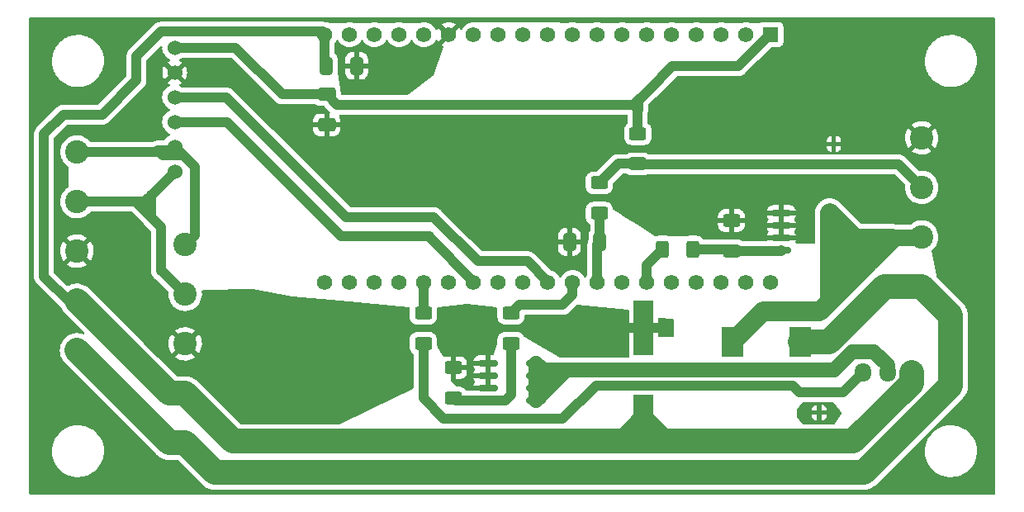
<source format=gtl>
%TF.GenerationSoftware,KiCad,Pcbnew,(6.0.1)*%
%TF.CreationDate,2022-02-01T16:24:05+01:00*%
%TF.ProjectId,Drawer_Controller,44726177-6572-45f4-936f-6e74726f6c6c,rev?*%
%TF.SameCoordinates,Original*%
%TF.FileFunction,Copper,L1,Top*%
%TF.FilePolarity,Positive*%
%FSLAX46Y46*%
G04 Gerber Fmt 4.6, Leading zero omitted, Abs format (unit mm)*
G04 Created by KiCad (PCBNEW (6.0.1)) date 2022-02-01 16:24:05*
%MOMM*%
%LPD*%
G01*
G04 APERTURE LIST*
G04 Aperture macros list*
%AMRoundRect*
0 Rectangle with rounded corners*
0 $1 Rounding radius*
0 $2 $3 $4 $5 $6 $7 $8 $9 X,Y pos of 4 corners*
0 Add a 4 corners polygon primitive as box body*
4,1,4,$2,$3,$4,$5,$6,$7,$8,$9,$2,$3,0*
0 Add four circle primitives for the rounded corners*
1,1,$1+$1,$2,$3*
1,1,$1+$1,$4,$5*
1,1,$1+$1,$6,$7*
1,1,$1+$1,$8,$9*
0 Add four rect primitives between the rounded corners*
20,1,$1+$1,$2,$3,$4,$5,0*
20,1,$1+$1,$4,$5,$6,$7,0*
20,1,$1+$1,$6,$7,$8,$9,0*
20,1,$1+$1,$8,$9,$2,$3,0*%
G04 Aperture macros list end*
%TA.AperFunction,SMDPad,CuDef*%
%ADD10R,2.000000X5.700000*%
%TD*%
%TA.AperFunction,ComponentPad*%
%ADD11R,1.560000X1.560000*%
%TD*%
%TA.AperFunction,ComponentPad*%
%ADD12C,1.560000*%
%TD*%
%TA.AperFunction,SMDPad,CuDef*%
%ADD13RoundRect,0.250000X0.625000X-0.400000X0.625000X0.400000X-0.625000X0.400000X-0.625000X-0.400000X0*%
%TD*%
%TA.AperFunction,SMDPad,CuDef*%
%ADD14RoundRect,0.150000X-0.825000X-0.150000X0.825000X-0.150000X0.825000X0.150000X-0.825000X0.150000X0*%
%TD*%
%TA.AperFunction,ComponentPad*%
%ADD15C,2.400000*%
%TD*%
%TA.AperFunction,ComponentPad*%
%ADD16C,1.524000*%
%TD*%
%TA.AperFunction,SMDPad,CuDef*%
%ADD17RoundRect,0.250000X-0.400000X-0.625000X0.400000X-0.625000X0.400000X0.625000X-0.400000X0.625000X0*%
%TD*%
%TA.AperFunction,SMDPad,CuDef*%
%ADD18RoundRect,0.250000X-0.625000X0.400000X-0.625000X-0.400000X0.625000X-0.400000X0.625000X0.400000X0*%
%TD*%
%TA.AperFunction,SMDPad,CuDef*%
%ADD19R,0.450000X0.600000*%
%TD*%
%TA.AperFunction,SMDPad,CuDef*%
%ADD20RoundRect,0.250000X0.412500X0.650000X-0.412500X0.650000X-0.412500X-0.650000X0.412500X-0.650000X0*%
%TD*%
%TA.AperFunction,SMDPad,CuDef*%
%ADD21RoundRect,0.250000X-0.650000X0.412500X-0.650000X-0.412500X0.650000X-0.412500X0.650000X0.412500X0*%
%TD*%
%TA.AperFunction,ComponentPad*%
%ADD22RoundRect,0.250000X0.600000X0.725000X-0.600000X0.725000X-0.600000X-0.725000X0.600000X-0.725000X0*%
%TD*%
%TA.AperFunction,ComponentPad*%
%ADD23O,1.700000X1.950000*%
%TD*%
%TA.AperFunction,SMDPad,CuDef*%
%ADD24R,2.250000X3.120000*%
%TD*%
%TA.AperFunction,ViaPad*%
%ADD25C,0.800000*%
%TD*%
%TA.AperFunction,Conductor*%
%ADD26C,2.500000*%
%TD*%
%TA.AperFunction,Conductor*%
%ADD27C,1.000000*%
%TD*%
%TA.AperFunction,Conductor*%
%ADD28C,1.500000*%
%TD*%
%TA.AperFunction,Conductor*%
%ADD29C,2.000000*%
%TD*%
G04 APERTURE END LIST*
D10*
%TO.P,C4,1*%
%TO.N,+5V*%
X166000000Y-142050000D03*
%TO.P,C4,2*%
%TO.N,GND*%
X166000000Y-132350000D03*
%TD*%
D11*
%TO.P,U1,1,3V3*%
%TO.N,+3V3*%
X179030000Y-102300000D03*
D12*
%TO.P,U1,2,EN*%
%TO.N,unconnected-(U1-Pad2)*%
X176490000Y-102300000D03*
%TO.P,U1,3,SENSOR_VP*%
%TO.N,unconnected-(U1-Pad3)*%
X173950000Y-102300000D03*
%TO.P,U1,4,SENSOR_VN*%
%TO.N,unconnected-(U1-Pad4)*%
X171410000Y-102300000D03*
%TO.P,U1,5,IO34*%
%TO.N,unconnected-(U1-Pad5)*%
X168870000Y-102300000D03*
%TO.P,U1,6,IO35*%
%TO.N,unconnected-(U1-Pad6)*%
X166330000Y-102300000D03*
%TO.P,U1,7,IO32*%
%TO.N,unconnected-(U1-Pad7)*%
X163790000Y-102300000D03*
%TO.P,U1,8,IO33*%
%TO.N,unconnected-(U1-Pad8)*%
X161250000Y-102300000D03*
%TO.P,U1,9,IO25*%
%TO.N,unconnected-(U1-Pad9)*%
X158710000Y-102300000D03*
%TO.P,U1,10,IO26*%
%TO.N,unconnected-(U1-Pad10)*%
X156170000Y-102300000D03*
%TO.P,U1,11,IO27*%
%TO.N,unconnected-(U1-Pad11)*%
X153630000Y-102300000D03*
%TO.P,U1,12,IO14*%
%TO.N,unconnected-(U1-Pad12)*%
X151090000Y-102300000D03*
%TO.P,U1,13,IO12*%
%TO.N,unconnected-(U1-Pad13)*%
X148550000Y-102300000D03*
%TO.P,U1,14,GND1*%
%TO.N,GND*%
X146010000Y-102300000D03*
%TO.P,U1,15,IO13*%
%TO.N,unconnected-(U1-Pad15)*%
X143470000Y-102300000D03*
%TO.P,U1,16,SD2*%
%TO.N,unconnected-(U1-Pad16)*%
X140930000Y-102300000D03*
%TO.P,U1,17,SD3*%
%TO.N,unconnected-(U1-Pad17)*%
X138390000Y-102300000D03*
%TO.P,U1,18,CMD*%
%TO.N,unconnected-(U1-Pad18)*%
X135850000Y-102300000D03*
%TO.P,U1,19,EXT_5V*%
%TO.N,+5V*%
X133310000Y-102300000D03*
%TO.P,U1,20,GND3*%
%TO.N,unconnected-(U1-Pad20)*%
X179030000Y-127700000D03*
%TO.P,U1,21,IO23*%
%TO.N,unconnected-(U1-Pad21)*%
X176490000Y-127700000D03*
%TO.P,U1,22,IO22*%
%TO.N,unconnected-(U1-Pad22)*%
X173950000Y-127700000D03*
%TO.P,U1,23,TXD0*%
%TO.N,unconnected-(U1-Pad23)*%
X171410000Y-127700000D03*
%TO.P,U1,24,RXD0*%
%TO.N,unconnected-(U1-Pad24)*%
X168870000Y-127700000D03*
%TO.P,U1,25,IO21*%
%TO.N,Net-(R2-Pad1)*%
X166330000Y-127700000D03*
%TO.P,U1,26,GND2*%
%TO.N,unconnected-(U1-Pad26)*%
X163790000Y-127700000D03*
%TO.P,U1,27,IO19*%
%TO.N,Net-(C3-Pad1)*%
X161250000Y-127700000D03*
%TO.P,U1,28,IO18*%
%TO.N,Net-(R5-Pad1)*%
X158710000Y-127700000D03*
%TO.P,U1,29,IO5*%
%TO.N,Net-(CAN1-Pad3)*%
X156170000Y-127700000D03*
%TO.P,U1,30,IO17*%
%TO.N,unconnected-(U1-Pad30)*%
X153630000Y-127700000D03*
%TO.P,U1,31,IO16*%
%TO.N,unconnected-(U1-Pad31)*%
X151090000Y-127700000D03*
%TO.P,U1,32,IO4*%
%TO.N,Net-(CAN1-Pad4)*%
X148550000Y-127700000D03*
%TO.P,U1,33,IO0*%
%TO.N,unconnected-(U1-Pad33)*%
X146010000Y-127700000D03*
%TO.P,U1,34,IO2*%
%TO.N,Net-(R3-Pad1)*%
X143470000Y-127700000D03*
%TO.P,U1,35,IO15*%
%TO.N,unconnected-(U1-Pad35)*%
X140930000Y-127700000D03*
%TO.P,U1,36,SD1*%
%TO.N,unconnected-(U1-Pad36)*%
X138390000Y-127700000D03*
%TO.P,U1,37,SD0*%
%TO.N,unconnected-(U1-Pad37)*%
X135850000Y-127700000D03*
%TO.P,U1,38,CLK*%
%TO.N,unconnected-(U1-Pad38)*%
X133310000Y-127700000D03*
%TD*%
D13*
%TO.P,R6,1*%
%TO.N,Net-(Q2-Pad4)*%
X146500000Y-139550000D03*
%TO.P,R6,2*%
%TO.N,GND*%
X146500000Y-136450000D03*
%TD*%
D14*
%TO.P,Q1,1,S*%
%TO.N,GND*%
X180125000Y-120595000D03*
%TO.P,Q1,2,S*%
X180125000Y-121865000D03*
%TO.P,Q1,3,S*%
X180125000Y-123135000D03*
%TO.P,Q1,4,G*%
%TO.N,Net-(Q1-Pad4)*%
X180125000Y-124405000D03*
%TO.P,Q1,5,D*%
%TO.N,Net-(D1-PadA)*%
X185075000Y-124405000D03*
%TO.P,Q1,6,D*%
X185075000Y-123135000D03*
%TO.P,Q1,7,D*%
X185075000Y-121865000D03*
%TO.P,Q1,8,D*%
X185075000Y-120595000D03*
%TD*%
D15*
%TO.P,J1,1*%
%TO.N,+12V*%
X107900000Y-134660000D03*
%TO.P,J1,2*%
%TO.N,+5V*%
X107900000Y-129580000D03*
%TO.P,J1,3*%
%TO.N,GND*%
X107900000Y-124500000D03*
%TO.P,J1,4*%
%TO.N,CANL*%
X107900000Y-119420000D03*
%TO.P,J1,5*%
%TO.N,CANH*%
X107900000Y-114340000D03*
%TD*%
D16*
%TO.P,CAN1,1,3.3V*%
%TO.N,+3V3*%
X117920000Y-103650000D03*
%TO.P,CAN1,2,GND*%
%TO.N,GND*%
X117920000Y-106190000D03*
%TO.P,CAN1,3,CTX*%
%TO.N,Net-(CAN1-Pad3)*%
X117920000Y-108730000D03*
%TO.P,CAN1,4,CRX*%
%TO.N,Net-(CAN1-Pad4)*%
X117920000Y-111270000D03*
%TO.P,CAN1,5,CANH*%
%TO.N,CANH*%
X117920000Y-113810000D03*
%TO.P,CAN1,6,CANL*%
%TO.N,CANL*%
X117920000Y-116350000D03*
%TD*%
D17*
%TO.P,R2,1*%
%TO.N,Net-(R2-Pad1)*%
X167950000Y-124300000D03*
%TO.P,R2,2*%
%TO.N,Net-(Q1-Pad4)*%
X171050000Y-124300000D03*
%TD*%
D14*
%TO.P,Q2,1,S*%
%TO.N,GND*%
X150025000Y-135995000D03*
%TO.P,Q2,2,S*%
X150025000Y-137265000D03*
%TO.P,Q2,3,S*%
X150025000Y-138535000D03*
%TO.P,Q2,4,G*%
%TO.N,Net-(Q2-Pad4)*%
X150025000Y-139805000D03*
%TO.P,Q2,5,D*%
%TO.N,Net-(J2-Pad2)*%
X154975000Y-139805000D03*
%TO.P,Q2,6,D*%
X154975000Y-138535000D03*
%TO.P,Q2,7,D*%
X154975000Y-137265000D03*
%TO.P,Q2,8,D*%
X154975000Y-135995000D03*
%TD*%
D18*
%TO.P,R3,1*%
%TO.N,Net-(R3-Pad1)*%
X143400000Y-130850000D03*
%TO.P,R3,2*%
%TO.N,Net-(D3-Pad1)*%
X143400000Y-133950000D03*
%TD*%
D19*
%TO.P,D2,1,K*%
%TO.N,Net-(D2-Pad1)*%
X185500000Y-115600000D03*
%TO.P,D2,2,A*%
%TO.N,GND*%
X185500000Y-113500000D03*
%TD*%
D18*
%TO.P,R5,1*%
%TO.N,Net-(R5-Pad1)*%
X152400000Y-130850000D03*
%TO.P,R5,2*%
%TO.N,Net-(Q2-Pad4)*%
X152400000Y-133950000D03*
%TD*%
D20*
%TO.P,C1,1*%
%TO.N,GND*%
X136562500Y-105500000D03*
%TO.P,C1,2*%
%TO.N,+5V*%
X133437500Y-105500000D03*
%TD*%
D15*
%TO.P,J3,1*%
%TO.N,+12V*%
X119000000Y-144160000D03*
%TO.P,J3,2*%
%TO.N,+5V*%
X119000000Y-139080000D03*
%TO.P,J3,3*%
%TO.N,GND*%
X119000000Y-134000000D03*
%TO.P,J3,4*%
%TO.N,CANL*%
X119000000Y-128920000D03*
%TO.P,J3,5*%
%TO.N,CANH*%
X119000000Y-123840000D03*
%TD*%
D13*
%TO.P,R4,1*%
%TO.N,Net-(Q1-Pad4)*%
X175000000Y-124450000D03*
%TO.P,R4,2*%
%TO.N,GND*%
X175000000Y-121350000D03*
%TD*%
D19*
%TO.P,D3,1,K*%
%TO.N,Net-(D3-Pad1)*%
X184000000Y-138950000D03*
%TO.P,D3,2,A*%
%TO.N,GND*%
X184000000Y-141050000D03*
%TD*%
D21*
%TO.P,C2,1*%
%TO.N,+3V3*%
X133500000Y-108437500D03*
%TO.P,C2,2*%
%TO.N,GND*%
X133500000Y-111562500D03*
%TD*%
D22*
%TO.P,J2,1,Pin_1*%
%TO.N,+5V*%
X193500000Y-136925000D03*
D23*
%TO.P,J2,2,Pin_2*%
%TO.N,Net-(J2-Pad2)*%
X191000000Y-136925000D03*
%TO.P,J2,3,Pin_3*%
%TO.N,Net-(D3-Pad1)*%
X188500000Y-136925000D03*
%TD*%
D15*
%TO.P,J4,1*%
%TO.N,GND*%
X194500000Y-112880000D03*
%TO.P,J4,2*%
%TO.N,Net-(D2-Pad1)*%
X194500000Y-117960000D03*
%TO.P,J4,3*%
%TO.N,Net-(D1-PadA)*%
X194500000Y-123040000D03*
%TO.P,J4,4*%
%TO.N,+12V*%
X194500000Y-128120000D03*
%TD*%
D13*
%TO.P,R7,1*%
%TO.N,Net-(C3-Pad1)*%
X161450000Y-120600000D03*
%TO.P,R7,2*%
%TO.N,Net-(D2-Pad1)*%
X161450000Y-117500000D03*
%TD*%
D20*
%TO.P,C3,1*%
%TO.N,Net-(C3-Pad1)*%
X161512500Y-123550000D03*
%TO.P,C3,2*%
%TO.N,GND*%
X158387500Y-123550000D03*
%TD*%
D18*
%TO.P,R1,1*%
%TO.N,+3V3*%
X165400000Y-112450000D03*
%TO.P,R1,2*%
%TO.N,Net-(D2-Pad1)*%
X165400000Y-115550000D03*
%TD*%
D24*
%TO.P,D1,A*%
%TO.N,Net-(D1-PadA)*%
X175145000Y-133800000D03*
%TO.P,D1,C*%
%TO.N,+12V*%
X182055000Y-133800000D03*
%TD*%
D25*
%TO.N,GND*%
X168350000Y-132350000D03*
X185500000Y-141100000D03*
X182500000Y-141100000D03*
%TD*%
D26*
%TO.N,+12V*%
X122040000Y-147200000D02*
X119000000Y-144160000D01*
X188550000Y-147200000D02*
X122040000Y-147200000D01*
X197500000Y-131120000D02*
X197500000Y-138250000D01*
X194500000Y-128120000D02*
X197500000Y-131120000D01*
X197500000Y-138250000D02*
X188550000Y-147200000D01*
D27*
%TO.N,GND*%
X166000000Y-132350000D02*
X168350000Y-132350000D01*
X164150000Y-132350000D02*
X166000000Y-132350000D01*
D28*
%TO.N,Net-(J2-Pad2)*%
X156740000Y-138040000D02*
X154975000Y-139805000D01*
X154975000Y-138125000D02*
X156655000Y-138125000D01*
X158080000Y-136700000D02*
X156740000Y-138040000D01*
X154975000Y-138125000D02*
X154975000Y-139805000D01*
X156655000Y-138125000D02*
X156740000Y-138040000D01*
X154975000Y-135995000D02*
X154975000Y-138125000D01*
X155680000Y-136700000D02*
X154975000Y-135995000D01*
X158080000Y-136700000D02*
X155680000Y-136700000D01*
X185500000Y-136700000D02*
X158080000Y-136700000D01*
X187400000Y-134800000D02*
X185500000Y-136700000D01*
X189600000Y-134800000D02*
X187400000Y-134800000D01*
X191000000Y-136200000D02*
X189600000Y-134800000D01*
D27*
%TO.N,Net-(Q2-Pad4)*%
X151795000Y-139805000D02*
X150025000Y-139805000D01*
X152400000Y-139200000D02*
X151795000Y-139805000D01*
X152400000Y-133950000D02*
X152400000Y-139200000D01*
%TO.N,Net-(R5-Pad1)*%
X153250000Y-130000000D02*
X152400000Y-130850000D01*
X157700000Y-130000000D02*
X153250000Y-130000000D01*
X158710000Y-128990000D02*
X157700000Y-130000000D01*
X158710000Y-127700000D02*
X158710000Y-128990000D01*
%TO.N,Net-(D3-Pad1)*%
X143400000Y-139600000D02*
X143400000Y-133950000D01*
X161100000Y-138300000D02*
X157700000Y-141700000D01*
X145500000Y-141700000D02*
X143400000Y-139600000D01*
X181300000Y-138300000D02*
X161100000Y-138300000D01*
X157700000Y-141700000D02*
X145500000Y-141700000D01*
X184000000Y-138950000D02*
X181950000Y-138950000D01*
X181950000Y-138950000D02*
X181300000Y-138300000D01*
%TO.N,Net-(Q2-Pad4)*%
X150025000Y-139805000D02*
X146755000Y-139805000D01*
D26*
%TO.N,+5V*%
X167950000Y-144000000D02*
X166000000Y-142050000D01*
X169100000Y-144000000D02*
X167950000Y-144000000D01*
X164100000Y-143950000D02*
X166000000Y-142050000D01*
X164100000Y-144000000D02*
X164100000Y-143950000D01*
D27*
%TO.N,Net-(R3-Pad1)*%
X143400000Y-130850000D02*
X143400000Y-127770000D01*
X143400000Y-127770000D02*
X143470000Y-127700000D01*
D26*
%TO.N,+5V*%
X123920000Y-144000000D02*
X119000000Y-139080000D01*
X193500000Y-138000000D02*
X187500000Y-144000000D01*
X169100000Y-144000000D02*
X166300000Y-144000000D01*
D27*
X133120000Y-102000000D02*
X133310000Y-102190000D01*
D26*
X187500000Y-144000000D02*
X169100000Y-144000000D01*
X166300000Y-144000000D02*
X164100000Y-144000000D01*
D27*
X116500000Y-102000000D02*
X133120000Y-102000000D01*
D26*
X119000000Y-139080000D02*
X117400000Y-139080000D01*
D27*
X104500000Y-127080000D02*
X104500000Y-112500000D01*
D26*
X193500000Y-136925000D02*
X193500000Y-138000000D01*
D27*
X104500000Y-112500000D02*
X106500000Y-110500000D01*
X110500000Y-110500000D02*
X114000000Y-107000000D01*
X114000000Y-107000000D02*
X114000000Y-104500000D01*
X133310000Y-105372500D02*
X133437500Y-105500000D01*
X133310000Y-102190000D02*
X133310000Y-105372500D01*
X166600000Y-143700000D02*
X166300000Y-144000000D01*
D26*
X117400000Y-139080000D02*
X107900000Y-129580000D01*
D27*
X114000000Y-104500000D02*
X116500000Y-102000000D01*
D26*
X164100000Y-144000000D02*
X123920000Y-144000000D01*
D27*
X106500000Y-110500000D02*
X110500000Y-110500000D01*
X107000000Y-129580000D02*
X104500000Y-127080000D01*
%TO.N,Net-(CAN1-Pad3)*%
X135500000Y-121000000D02*
X144500000Y-121000000D01*
X149000000Y-125500000D02*
X154080000Y-125500000D01*
X117920000Y-108730000D02*
X123230000Y-108730000D01*
X123230000Y-108730000D02*
X135500000Y-121000000D01*
X144500000Y-121000000D02*
X149000000Y-125500000D01*
X154080000Y-125500000D02*
X156170000Y-127590000D01*
%TO.N,Net-(CAN1-Pad4)*%
X117920000Y-111270000D02*
X123270000Y-111270000D01*
X144000000Y-123000000D02*
X144000000Y-123040000D01*
X135000000Y-123000000D02*
X144000000Y-123000000D01*
X123270000Y-111270000D02*
X135000000Y-123000000D01*
X144000000Y-123040000D02*
X148550000Y-127590000D01*
%TO.N,CANH*%
X117920000Y-113810000D02*
X118805000Y-114695000D01*
X116180000Y-114180000D02*
X116695000Y-114695000D01*
X120000000Y-115890000D02*
X120000000Y-122840000D01*
X120000000Y-122840000D02*
X119000000Y-123840000D01*
X116695000Y-114695000D02*
X118805000Y-114695000D01*
X116020000Y-114340000D02*
X107900000Y-114340000D01*
X117550000Y-114180000D02*
X117920000Y-113810000D01*
X118805000Y-114695000D02*
X120000000Y-115890000D01*
X116180000Y-114180000D02*
X117550000Y-114180000D01*
X116180000Y-114180000D02*
X116020000Y-114340000D01*
%TO.N,CANL*%
X115635000Y-118635000D02*
X114850000Y-119420000D01*
X116500000Y-122000000D02*
X116500000Y-126500000D01*
X117920000Y-116350000D02*
X115635000Y-118635000D01*
X116580000Y-126500000D02*
X119000000Y-128920000D01*
X115500000Y-121000000D02*
X116500000Y-122000000D01*
X113920000Y-119420000D02*
X115500000Y-121000000D01*
X115500000Y-121000000D02*
X115500000Y-118770000D01*
X116500000Y-126500000D02*
X116580000Y-126500000D01*
X113920000Y-119420000D02*
X107900000Y-119420000D01*
X115500000Y-118770000D02*
X115635000Y-118635000D01*
X114850000Y-119420000D02*
X113920000Y-119420000D01*
%TO.N,+3V3*%
X166550000Y-107950000D02*
X168950000Y-105550000D01*
X175670000Y-105550000D02*
X168950000Y-105550000D01*
X164987500Y-109512500D02*
X165450000Y-109975000D01*
X165450000Y-109050000D02*
X166550000Y-107950000D01*
X124150000Y-103650000D02*
X128937500Y-108437500D01*
X134575000Y-109512500D02*
X133500000Y-108437500D01*
X165450000Y-109975000D02*
X165450000Y-109050000D01*
X117920000Y-103650000D02*
X124150000Y-103650000D01*
X165400000Y-112450000D02*
X165400000Y-110025000D01*
X164987500Y-109512500D02*
X134575000Y-109512500D01*
X179030000Y-102190000D02*
X175670000Y-105550000D01*
X165400000Y-110025000D02*
X165450000Y-109975000D01*
X133500000Y-108437500D02*
X128937500Y-108437500D01*
X164987500Y-109512500D02*
X166550000Y-107950000D01*
D29*
%TO.N,Net-(D1-PadA)*%
X186918750Y-127818750D02*
X187568750Y-127168750D01*
D28*
X186635000Y-123135000D02*
X189118750Y-125618750D01*
D29*
X185075000Y-129662500D02*
X184337500Y-130400000D01*
X184037500Y-130700000D02*
X178245000Y-130700000D01*
D28*
X186635000Y-126435000D02*
X186865000Y-126435000D01*
D29*
X185075000Y-120595000D02*
X185075000Y-129662500D01*
X187717500Y-123237500D02*
X185075000Y-120595000D01*
X191500000Y-123237500D02*
X187717500Y-123237500D01*
D28*
X186635000Y-126435000D02*
X186635000Y-123135000D01*
X190062500Y-123237500D02*
X191500000Y-123237500D01*
D29*
X184337500Y-130400000D02*
X186918750Y-127818750D01*
X187568750Y-127168750D02*
X189118750Y-125618750D01*
D28*
X190260000Y-123040000D02*
X190062500Y-123237500D01*
D29*
X189118750Y-125618750D02*
X191500000Y-123237500D01*
D28*
X185075000Y-125975000D02*
X186918750Y-127818750D01*
X194302500Y-123237500D02*
X194500000Y-123040000D01*
X191500000Y-123237500D02*
X194302500Y-123237500D01*
X186865000Y-126435000D02*
X190062500Y-123237500D01*
X185075000Y-121865000D02*
X185075000Y-125975000D01*
X186918750Y-127818750D02*
X186635000Y-127535000D01*
D29*
X178245000Y-130700000D02*
X175145000Y-133800000D01*
X184337500Y-130400000D02*
X184037500Y-130700000D01*
D28*
X186635000Y-127535000D02*
X186635000Y-126435000D01*
X194500000Y-123040000D02*
X190260000Y-123040000D01*
X185075000Y-123135000D02*
X186635000Y-123135000D01*
D26*
%TO.N,+12V*%
X182055000Y-133800000D02*
X185000000Y-133800000D01*
X185000000Y-133800000D02*
X190680000Y-128120000D01*
X117400000Y-144160000D02*
X107900000Y-134660000D01*
X119000000Y-144160000D02*
X117400000Y-144160000D01*
X190680000Y-128120000D02*
X194500000Y-128120000D01*
D27*
%TO.N,Net-(Q1-Pad4)*%
X171050000Y-124300000D02*
X174850000Y-124300000D01*
X180080000Y-124450000D02*
X180125000Y-124405000D01*
X174850000Y-124300000D02*
X175000000Y-124450000D01*
X175000000Y-124450000D02*
X180080000Y-124450000D01*
%TO.N,Net-(R2-Pad1)*%
X166330000Y-127590000D02*
X166330000Y-125920000D01*
X166330000Y-125920000D02*
X167950000Y-124300000D01*
%TO.N,Net-(C3-Pad1)*%
X161250000Y-123812500D02*
X161512500Y-123550000D01*
X161512500Y-123550000D02*
X161512500Y-120662500D01*
X161250000Y-127590000D02*
X161250000Y-123812500D01*
X161512500Y-120662500D02*
X161450000Y-120600000D01*
%TO.N,Net-(D2-Pad1)*%
X165400000Y-115550000D02*
X163400000Y-115550000D01*
X165400000Y-115550000D02*
X165450000Y-115600000D01*
X192140000Y-115600000D02*
X194500000Y-117960000D01*
X165450000Y-115600000D02*
X192140000Y-115600000D01*
X163400000Y-115550000D02*
X161450000Y-117500000D01*
%TO.N,Net-(D3-Pad1)*%
X188500000Y-136925000D02*
X188475000Y-136925000D01*
X186450000Y-138950000D02*
X184000000Y-138950000D01*
X188475000Y-136925000D02*
X186450000Y-138950000D01*
%TO.N,Net-(J2-Pad2)*%
X191000000Y-136200000D02*
X191000000Y-136925000D01*
%TD*%
%TA.AperFunction,Conductor*%
%TO.N,GND*%
G36*
X201934121Y-100528002D02*
G01*
X201980614Y-100581658D01*
X201992000Y-100634000D01*
X201992000Y-149366000D01*
X201971998Y-149434121D01*
X201918342Y-149480614D01*
X201866000Y-149492000D01*
X103134000Y-149492000D01*
X103065879Y-149471998D01*
X103019386Y-149418342D01*
X103008000Y-149366000D01*
X103008000Y-145046485D01*
X105336854Y-145046485D01*
X105337156Y-145050320D01*
X105355108Y-145278417D01*
X105362370Y-145370695D01*
X105427206Y-145689378D01*
X105530398Y-145997784D01*
X105670405Y-146291316D01*
X105845141Y-146565597D01*
X105847584Y-146568560D01*
X105847585Y-146568562D01*
X105997308Y-146750190D01*
X106052001Y-146816538D01*
X106287902Y-147040399D01*
X106549326Y-147233843D01*
X106690851Y-147313914D01*
X106829019Y-147392086D01*
X106829023Y-147392088D01*
X106832376Y-147393985D01*
X107132832Y-147518438D01*
X107236288Y-147547129D01*
X107442500Y-147604317D01*
X107442508Y-147604319D01*
X107446216Y-147605347D01*
X107767856Y-147653416D01*
X107771154Y-147653560D01*
X107882918Y-147658440D01*
X107882922Y-147658440D01*
X107884294Y-147658500D01*
X108082598Y-147658500D01*
X108324605Y-147643698D01*
X108328388Y-147642997D01*
X108328395Y-147642996D01*
X108528459Y-147605916D01*
X108644372Y-147584433D01*
X108853682Y-147518438D01*
X108950860Y-147487798D01*
X108950863Y-147487797D01*
X108954532Y-147486640D01*
X108958029Y-147485046D01*
X108958035Y-147485044D01*
X109246954Y-147353376D01*
X109246958Y-147353374D01*
X109250462Y-147351777D01*
X109527751Y-147181854D01*
X109530755Y-147179464D01*
X109530760Y-147179461D01*
X109655008Y-147080629D01*
X109782264Y-146979405D01*
X109784958Y-146976664D01*
X109784962Y-146976660D01*
X110007513Y-146750190D01*
X110007517Y-146750185D01*
X110010208Y-146747447D01*
X110208185Y-146489439D01*
X110373242Y-146209227D01*
X110502920Y-145910988D01*
X110508295Y-145892844D01*
X110558537Y-145723227D01*
X110595285Y-145599169D01*
X110648961Y-145278417D01*
X110663146Y-144953515D01*
X110650388Y-144791410D01*
X110637932Y-144633140D01*
X110637932Y-144633137D01*
X110637630Y-144629305D01*
X110572794Y-144310622D01*
X110469602Y-144002216D01*
X110329595Y-143708684D01*
X110154859Y-143434403D01*
X110007470Y-143255606D01*
X109950442Y-143186425D01*
X109950438Y-143186420D01*
X109947999Y-143183462D01*
X109712098Y-142959601D01*
X109450674Y-142766157D01*
X109245781Y-142650234D01*
X109170981Y-142607914D01*
X109170977Y-142607912D01*
X109167624Y-142606015D01*
X109125994Y-142588771D01*
X108928390Y-142506921D01*
X108867168Y-142481562D01*
X108763712Y-142452871D01*
X108557500Y-142395683D01*
X108557492Y-142395681D01*
X108553784Y-142394653D01*
X108232144Y-142346584D01*
X108228846Y-142346440D01*
X108117082Y-142341560D01*
X108117078Y-142341560D01*
X108115706Y-142341500D01*
X107917402Y-142341500D01*
X107675395Y-142356302D01*
X107671612Y-142357003D01*
X107671605Y-142357004D01*
X107515511Y-142385935D01*
X107355628Y-142415567D01*
X107217819Y-142459018D01*
X107049140Y-142512202D01*
X107049137Y-142512203D01*
X107045468Y-142513360D01*
X107041971Y-142514954D01*
X107041965Y-142514956D01*
X106753046Y-142646624D01*
X106753042Y-142646626D01*
X106749538Y-142648223D01*
X106746259Y-142650233D01*
X106746256Y-142650234D01*
X106722957Y-142664512D01*
X106472249Y-142818146D01*
X106469245Y-142820536D01*
X106469240Y-142820539D01*
X106380038Y-142891494D01*
X106217736Y-143020595D01*
X106215042Y-143023336D01*
X106215038Y-143023340D01*
X105992487Y-143249810D01*
X105992483Y-143249815D01*
X105989792Y-143252553D01*
X105791815Y-143510561D01*
X105626758Y-143790773D01*
X105497080Y-144089012D01*
X105404715Y-144400831D01*
X105351039Y-144721583D01*
X105336854Y-145046485D01*
X103008000Y-145046485D01*
X103008000Y-112496462D01*
X103486626Y-112496462D01*
X103489416Y-112525978D01*
X103490941Y-112542109D01*
X103491500Y-112553967D01*
X103491500Y-127018157D01*
X103490763Y-127031764D01*
X103487884Y-127058270D01*
X103486676Y-127069388D01*
X103487213Y-127075523D01*
X103491050Y-127119388D01*
X103491379Y-127124214D01*
X103491500Y-127126686D01*
X103491500Y-127129769D01*
X103492674Y-127141738D01*
X103495690Y-127172506D01*
X103495812Y-127173819D01*
X103496621Y-127183066D01*
X103503913Y-127266413D01*
X103505400Y-127271532D01*
X103505920Y-127276833D01*
X103532791Y-127365834D01*
X103533126Y-127366967D01*
X103556039Y-127445830D01*
X103559091Y-127456336D01*
X103561544Y-127461068D01*
X103563084Y-127466169D01*
X103565978Y-127471612D01*
X103606731Y-127548260D01*
X103607343Y-127549426D01*
X103650108Y-127631926D01*
X103653431Y-127636089D01*
X103655934Y-127640796D01*
X103714755Y-127712918D01*
X103715446Y-127713774D01*
X103746738Y-127752973D01*
X103749242Y-127755477D01*
X103749884Y-127756195D01*
X103753585Y-127760528D01*
X103780935Y-127794062D01*
X103785682Y-127797989D01*
X103785684Y-127797991D01*
X103816262Y-127823287D01*
X103825042Y-127831277D01*
X105057838Y-129064072D01*
X106277084Y-130283318D01*
X106304607Y-130324704D01*
X106306423Y-130329142D01*
X106321845Y-130366839D01*
X106324239Y-130370863D01*
X106324240Y-130370865D01*
X106343249Y-130402817D01*
X106455481Y-130591463D01*
X106593526Y-130760421D01*
X108625252Y-132792147D01*
X108659278Y-132854459D01*
X108654213Y-132925274D01*
X108611666Y-132982110D01*
X108545146Y-133006921D01*
X108494095Y-133000014D01*
X108492929Y-132999601D01*
X108488645Y-132997716D01*
X108484135Y-132996487D01*
X108484131Y-132996485D01*
X108240987Y-132930197D01*
X108236479Y-132928968D01*
X108231847Y-132928420D01*
X108231843Y-132928419D01*
X108106699Y-132913607D01*
X107976920Y-132898247D01*
X107715671Y-132906230D01*
X107711066Y-132907063D01*
X107711063Y-132907063D01*
X107610354Y-132925274D01*
X107458472Y-132952738D01*
X107446789Y-132956704D01*
X107215402Y-133035249D01*
X107215396Y-133035252D01*
X107210973Y-133036753D01*
X106978610Y-133156428D01*
X106974813Y-133159161D01*
X106974812Y-133159162D01*
X106770281Y-133306402D01*
X106770277Y-133306405D01*
X106766488Y-133309133D01*
X106579268Y-133491515D01*
X106576434Y-133495242D01*
X106576433Y-133495243D01*
X106438136Y-133677114D01*
X106421062Y-133699567D01*
X106377253Y-133779420D01*
X106316669Y-133889851D01*
X106295346Y-133928717D01*
X106204881Y-134173932D01*
X106151655Y-134429826D01*
X106146949Y-134512704D01*
X106137103Y-134686100D01*
X106137103Y-134686107D01*
X106136838Y-134690776D01*
X106151133Y-134846348D01*
X106160118Y-134944134D01*
X106160753Y-134951050D01*
X106222877Y-135204930D01*
X106321845Y-135446839D01*
X106324239Y-135450863D01*
X106324240Y-135450865D01*
X106327450Y-135456261D01*
X106455481Y-135671463D01*
X106593526Y-135840421D01*
X116117727Y-145364622D01*
X116122635Y-145369816D01*
X116175018Y-145428506D01*
X116178612Y-145431495D01*
X116178617Y-145431500D01*
X116262873Y-145501575D01*
X116264552Y-145502996D01*
X116347535Y-145574499D01*
X116347540Y-145574503D01*
X116351072Y-145577546D01*
X116357124Y-145581365D01*
X116370457Y-145591051D01*
X116375970Y-145595637D01*
X116379965Y-145598061D01*
X116379973Y-145598067D01*
X116473690Y-145654937D01*
X116475559Y-145656093D01*
X116522027Y-145685412D01*
X116572119Y-145717017D01*
X116576396Y-145718899D01*
X116576398Y-145718900D01*
X116578673Y-145719901D01*
X116593290Y-145727510D01*
X116599419Y-145731229D01*
X116603733Y-145733038D01*
X116704748Y-145775397D01*
X116706769Y-145776265D01*
X116811355Y-145822284D01*
X116815862Y-145823513D01*
X116815871Y-145823516D01*
X116818271Y-145824170D01*
X116833848Y-145829533D01*
X116840455Y-145832303D01*
X116844983Y-145833453D01*
X116844986Y-145833454D01*
X116951173Y-145860422D01*
X116953291Y-145860980D01*
X117063521Y-145891032D01*
X117068161Y-145891581D01*
X117068166Y-145891582D01*
X117070627Y-145891873D01*
X117086843Y-145894878D01*
X117093783Y-145896641D01*
X117143344Y-145901632D01*
X117207428Y-145908085D01*
X117209613Y-145908324D01*
X117308320Y-145920006D01*
X117323080Y-145921753D01*
X117427619Y-145918559D01*
X117431467Y-145918500D01*
X118219415Y-145918500D01*
X118287536Y-145938502D01*
X118308510Y-145955405D01*
X120757719Y-148404613D01*
X120762627Y-148409807D01*
X120815018Y-148468506D01*
X120818611Y-148471494D01*
X120902886Y-148541586D01*
X120904564Y-148543007D01*
X120991071Y-148617546D01*
X120997129Y-148621368D01*
X121010452Y-148631049D01*
X121012370Y-148632644D01*
X121012377Y-148632649D01*
X121015970Y-148635637D01*
X121019963Y-148638060D01*
X121113702Y-148694943D01*
X121115570Y-148696100D01*
X121208160Y-148754519D01*
X121208169Y-148754524D01*
X121212119Y-148757016D01*
X121216397Y-148758898D01*
X121216404Y-148758902D01*
X121218665Y-148759897D01*
X121233290Y-148767510D01*
X121234440Y-148768207D01*
X121239419Y-148771229D01*
X121243733Y-148773038D01*
X121344796Y-148815417D01*
X121346817Y-148816285D01*
X121451355Y-148862283D01*
X121458261Y-148864166D01*
X121473853Y-148869535D01*
X121476138Y-148870493D01*
X121476142Y-148870494D01*
X121480455Y-148872303D01*
X121484983Y-148873453D01*
X121484986Y-148873454D01*
X121591196Y-148900428D01*
X121593313Y-148900986D01*
X121703521Y-148931032D01*
X121708161Y-148931581D01*
X121708166Y-148931582D01*
X121710627Y-148931873D01*
X121726843Y-148934878D01*
X121733783Y-148936641D01*
X121773676Y-148940658D01*
X121847428Y-148948085D01*
X121849613Y-148948324D01*
X121937310Y-148958703D01*
X121963080Y-148961753D01*
X122067605Y-148958559D01*
X122071453Y-148958500D01*
X188495103Y-148958500D01*
X188502246Y-148958703D01*
X188576100Y-148962897D01*
X188576107Y-148962897D01*
X188580776Y-148963162D01*
X188694503Y-148952712D01*
X188696668Y-148952531D01*
X188810652Y-148944061D01*
X188817624Y-148942483D01*
X188833911Y-148939903D01*
X188841050Y-148939247D01*
X188867217Y-148932844D01*
X188952051Y-148912086D01*
X188954190Y-148911582D01*
X188987102Y-148904134D01*
X189065577Y-148886377D01*
X189069926Y-148884686D01*
X189069935Y-148884683D01*
X189072251Y-148883782D01*
X189087964Y-148878828D01*
X189090375Y-148878238D01*
X189090380Y-148878236D01*
X189094930Y-148877123D01*
X189099269Y-148875348D01*
X189200683Y-148833859D01*
X189202725Y-148833044D01*
X189304819Y-148793342D01*
X189304822Y-148793341D01*
X189309177Y-148791647D01*
X189315401Y-148788090D01*
X189330206Y-148780869D01*
X189336839Y-148778155D01*
X189435075Y-148719712D01*
X189436899Y-148718648D01*
X189532036Y-148664273D01*
X189532040Y-148664271D01*
X189536098Y-148661951D01*
X189541722Y-148657518D01*
X189555291Y-148648191D01*
X189561463Y-148644519D01*
X189565071Y-148641572D01*
X189565077Y-148641567D01*
X189649965Y-148572210D01*
X189651680Y-148570834D01*
X189737689Y-148503030D01*
X189737692Y-148503027D01*
X189741357Y-148500138D01*
X189813029Y-148423948D01*
X189815709Y-148421186D01*
X193190410Y-145046485D01*
X194836854Y-145046485D01*
X194837156Y-145050320D01*
X194855108Y-145278417D01*
X194862370Y-145370695D01*
X194927206Y-145689378D01*
X195030398Y-145997784D01*
X195170405Y-146291316D01*
X195345141Y-146565597D01*
X195347584Y-146568560D01*
X195347585Y-146568562D01*
X195497308Y-146750190D01*
X195552001Y-146816538D01*
X195787902Y-147040399D01*
X196049326Y-147233843D01*
X196190851Y-147313914D01*
X196329019Y-147392086D01*
X196329023Y-147392088D01*
X196332376Y-147393985D01*
X196632832Y-147518438D01*
X196736288Y-147547129D01*
X196942500Y-147604317D01*
X196942508Y-147604319D01*
X196946216Y-147605347D01*
X197267856Y-147653416D01*
X197271154Y-147653560D01*
X197382918Y-147658440D01*
X197382922Y-147658440D01*
X197384294Y-147658500D01*
X197582598Y-147658500D01*
X197824605Y-147643698D01*
X197828388Y-147642997D01*
X197828395Y-147642996D01*
X198028459Y-147605916D01*
X198144372Y-147584433D01*
X198353682Y-147518438D01*
X198450860Y-147487798D01*
X198450863Y-147487797D01*
X198454532Y-147486640D01*
X198458029Y-147485046D01*
X198458035Y-147485044D01*
X198746954Y-147353376D01*
X198746958Y-147353374D01*
X198750462Y-147351777D01*
X199027751Y-147181854D01*
X199030755Y-147179464D01*
X199030760Y-147179461D01*
X199155008Y-147080629D01*
X199282264Y-146979405D01*
X199284958Y-146976664D01*
X199284962Y-146976660D01*
X199507513Y-146750190D01*
X199507517Y-146750185D01*
X199510208Y-146747447D01*
X199708185Y-146489439D01*
X199873242Y-146209227D01*
X200002920Y-145910988D01*
X200008295Y-145892844D01*
X200058537Y-145723227D01*
X200095285Y-145599169D01*
X200148961Y-145278417D01*
X200163146Y-144953515D01*
X200150388Y-144791410D01*
X200137932Y-144633140D01*
X200137932Y-144633137D01*
X200137630Y-144629305D01*
X200072794Y-144310622D01*
X199969602Y-144002216D01*
X199829595Y-143708684D01*
X199654859Y-143434403D01*
X199507470Y-143255606D01*
X199450442Y-143186425D01*
X199450438Y-143186420D01*
X199447999Y-143183462D01*
X199212098Y-142959601D01*
X198950674Y-142766157D01*
X198745781Y-142650234D01*
X198670981Y-142607914D01*
X198670977Y-142607912D01*
X198667624Y-142606015D01*
X198625994Y-142588771D01*
X198428390Y-142506921D01*
X198367168Y-142481562D01*
X198263712Y-142452871D01*
X198057500Y-142395683D01*
X198057492Y-142395681D01*
X198053784Y-142394653D01*
X197732144Y-142346584D01*
X197728846Y-142346440D01*
X197617082Y-142341560D01*
X197617078Y-142341560D01*
X197615706Y-142341500D01*
X197417402Y-142341500D01*
X197175395Y-142356302D01*
X197171612Y-142357003D01*
X197171605Y-142357004D01*
X197015511Y-142385935D01*
X196855628Y-142415567D01*
X196717819Y-142459018D01*
X196549140Y-142512202D01*
X196549137Y-142512203D01*
X196545468Y-142513360D01*
X196541971Y-142514954D01*
X196541965Y-142514956D01*
X196253046Y-142646624D01*
X196253042Y-142646626D01*
X196249538Y-142648223D01*
X196246259Y-142650233D01*
X196246256Y-142650234D01*
X196222957Y-142664512D01*
X195972249Y-142818146D01*
X195969245Y-142820536D01*
X195969240Y-142820539D01*
X195880038Y-142891494D01*
X195717736Y-143020595D01*
X195715042Y-143023336D01*
X195715038Y-143023340D01*
X195492487Y-143249810D01*
X195492483Y-143249815D01*
X195489792Y-143252553D01*
X195291815Y-143510561D01*
X195126758Y-143790773D01*
X194997080Y-144089012D01*
X194904715Y-144400831D01*
X194851039Y-144721583D01*
X194836854Y-145046485D01*
X193190410Y-145046485D01*
X198704613Y-139532281D01*
X198709807Y-139527373D01*
X198765016Y-139478097D01*
X198768506Y-139474982D01*
X198841586Y-139387114D01*
X198843007Y-139385436D01*
X198877500Y-139345405D01*
X198917546Y-139298929D01*
X198921368Y-139292871D01*
X198931049Y-139279548D01*
X198932644Y-139277630D01*
X198932649Y-139277623D01*
X198935637Y-139274030D01*
X198951315Y-139248193D01*
X198994943Y-139176298D01*
X198996100Y-139174430D01*
X199054519Y-139081840D01*
X199054524Y-139081831D01*
X199057016Y-139077881D01*
X199058898Y-139073603D01*
X199058902Y-139073596D01*
X199059897Y-139071335D01*
X199067510Y-139056710D01*
X199068802Y-139054580D01*
X199071229Y-139050581D01*
X199073038Y-139046267D01*
X199115417Y-138945204D01*
X199116285Y-138943183D01*
X199124254Y-138925073D01*
X199162283Y-138838645D01*
X199164166Y-138831739D01*
X199169535Y-138816147D01*
X199170493Y-138813862D01*
X199170494Y-138813858D01*
X199172303Y-138809545D01*
X199176913Y-138791396D01*
X199200428Y-138698804D01*
X199200988Y-138696678D01*
X199205023Y-138681878D01*
X199231032Y-138586479D01*
X199231873Y-138579373D01*
X199234879Y-138563153D01*
X199236641Y-138556217D01*
X199248085Y-138442572D01*
X199248324Y-138440387D01*
X199261204Y-138331558D01*
X199261753Y-138326920D01*
X199258559Y-138222395D01*
X199258500Y-138218547D01*
X199258500Y-131174897D01*
X199258703Y-131167754D01*
X199262897Y-131093900D01*
X199262897Y-131093893D01*
X199263162Y-131089224D01*
X199252712Y-130975497D01*
X199252530Y-130973319D01*
X199252051Y-130966874D01*
X199244061Y-130859348D01*
X199242483Y-130852376D01*
X199239903Y-130836089D01*
X199239247Y-130828950D01*
X199228565Y-130785296D01*
X199212086Y-130717949D01*
X199211582Y-130715810D01*
X199192673Y-130632247D01*
X199186377Y-130604423D01*
X199184686Y-130600074D01*
X199184683Y-130600065D01*
X199183782Y-130597749D01*
X199178828Y-130582036D01*
X199178238Y-130579625D01*
X199178236Y-130579620D01*
X199177123Y-130575070D01*
X199175348Y-130570731D01*
X199133859Y-130469317D01*
X199133044Y-130467275D01*
X199093342Y-130365181D01*
X199093341Y-130365178D01*
X199091647Y-130360823D01*
X199088090Y-130354599D01*
X199080869Y-130339794D01*
X199078155Y-130333161D01*
X199073124Y-130324704D01*
X199019752Y-130234992D01*
X199018645Y-130233094D01*
X198964270Y-130137959D01*
X198964269Y-130137957D01*
X198961951Y-130133902D01*
X198957513Y-130128272D01*
X198948183Y-130114697D01*
X198946912Y-130112561D01*
X198944519Y-130108538D01*
X198872149Y-130019961D01*
X198870937Y-130018452D01*
X198800138Y-129928643D01*
X198723948Y-129856971D01*
X198721186Y-129854291D01*
X196045410Y-127178515D01*
X196011384Y-127116203D01*
X196015262Y-127052998D01*
X196018914Y-127053715D01*
X196014540Y-127031764D01*
X195664458Y-125275186D01*
X195511451Y-124507457D01*
X195517753Y-124436742D01*
X195553608Y-124386665D01*
X195700862Y-124262006D01*
X195868295Y-124071084D01*
X195884813Y-124045405D01*
X196003141Y-123861442D01*
X196005669Y-123857512D01*
X196109967Y-123625980D01*
X196178896Y-123381575D01*
X196196320Y-123244612D01*
X196210545Y-123132798D01*
X196210545Y-123132792D01*
X196210943Y-123129667D01*
X196211068Y-123124917D01*
X196213011Y-123050694D01*
X196213291Y-123040000D01*
X196212857Y-123034165D01*
X196194818Y-122791411D01*
X196194817Y-122791407D01*
X196194472Y-122786759D01*
X196186627Y-122752086D01*
X196139459Y-122543639D01*
X196138428Y-122539082D01*
X196126341Y-122508000D01*
X196048084Y-122306762D01*
X196048083Y-122306760D01*
X196046391Y-122302409D01*
X196036567Y-122285221D01*
X195922702Y-122085997D01*
X195922700Y-122085995D01*
X195920383Y-122081940D01*
X195763171Y-121882517D01*
X195672552Y-121797272D01*
X195581610Y-121711722D01*
X195581608Y-121711720D01*
X195578209Y-121708523D01*
X195464422Y-121629586D01*
X195373393Y-121566437D01*
X195373390Y-121566435D01*
X195369561Y-121563779D01*
X195365384Y-121561719D01*
X195365377Y-121561715D01*
X195145996Y-121453528D01*
X195145992Y-121453527D01*
X195141810Y-121451464D01*
X194899960Y-121374047D01*
X194895355Y-121373297D01*
X194653935Y-121333980D01*
X194653934Y-121333980D01*
X194649323Y-121333229D01*
X194522364Y-121331567D01*
X194400083Y-121329966D01*
X194400080Y-121329966D01*
X194395406Y-121329905D01*
X194143787Y-121364149D01*
X194139301Y-121365457D01*
X194139299Y-121365457D01*
X194112401Y-121373297D01*
X193899993Y-121435208D01*
X193669380Y-121541522D01*
X193665471Y-121544085D01*
X193460928Y-121678189D01*
X193460923Y-121678193D01*
X193457015Y-121680755D01*
X193382715Y-121747071D01*
X193379990Y-121749503D01*
X193315850Y-121779941D01*
X193296089Y-121781500D01*
X191928548Y-121781500D01*
X191901982Y-121777909D01*
X191901883Y-121778428D01*
X191898939Y-121777866D01*
X191897749Y-121777639D01*
X191895441Y-121777025D01*
X191895095Y-121776978D01*
X191892052Y-121776140D01*
X191892056Y-121776124D01*
X191886062Y-121774529D01*
X191886058Y-121774545D01*
X191881158Y-121773287D01*
X191876369Y-121771638D01*
X191770698Y-121753386D01*
X191768718Y-121753025D01*
X191706339Y-121741126D01*
X191668423Y-121733893D01*
X191668420Y-121733893D01*
X191663447Y-121732944D01*
X191658387Y-121732803D01*
X191653356Y-121732256D01*
X191653358Y-121732240D01*
X191645007Y-121731406D01*
X191645005Y-121731423D01*
X191643077Y-121731214D01*
X191641318Y-121731038D01*
X191641078Y-121730997D01*
X191637164Y-121730321D01*
X191630356Y-121730012D01*
X191609494Y-121729064D01*
X191609475Y-121729064D01*
X191608075Y-121729000D01*
X191524016Y-121729000D01*
X191520498Y-121728951D01*
X191425850Y-121726307D01*
X191425847Y-121726307D01*
X191420795Y-121726166D01*
X191407850Y-121727893D01*
X191391188Y-121729000D01*
X188394531Y-121729000D01*
X188326410Y-121708998D01*
X188305436Y-121692095D01*
X186178375Y-119565034D01*
X186172956Y-119559264D01*
X186129646Y-119510138D01*
X186126302Y-119506345D01*
X186043523Y-119438350D01*
X186041843Y-119436946D01*
X185964136Y-119370811D01*
X185964130Y-119370807D01*
X185960280Y-119367530D01*
X185955953Y-119364909D01*
X185951845Y-119361947D01*
X185951855Y-119361933D01*
X185946800Y-119358355D01*
X185946791Y-119358368D01*
X185942630Y-119355476D01*
X185938722Y-119352266D01*
X185846081Y-119298347D01*
X185844299Y-119297289D01*
X185806605Y-119274460D01*
X185752642Y-119241779D01*
X185747953Y-119239885D01*
X185743429Y-119237619D01*
X185743436Y-119237604D01*
X185737864Y-119234875D01*
X185737857Y-119234890D01*
X185733297Y-119232705D01*
X185728922Y-119230159D01*
X185724199Y-119228346D01*
X185724197Y-119228345D01*
X185628921Y-119191772D01*
X185626971Y-119191004D01*
X185527571Y-119150845D01*
X185522626Y-119149722D01*
X185517806Y-119148211D01*
X185517811Y-119148195D01*
X185511881Y-119146393D01*
X185511876Y-119146410D01*
X185507033Y-119144985D01*
X185502298Y-119143167D01*
X185397476Y-119121268D01*
X185395329Y-119120800D01*
X185349618Y-119110415D01*
X185290856Y-119097065D01*
X185285811Y-119096747D01*
X185280799Y-119096025D01*
X185280801Y-119096010D01*
X185274654Y-119095178D01*
X185274652Y-119095195D01*
X185269638Y-119094562D01*
X185264680Y-119093526D01*
X185259621Y-119093296D01*
X185259619Y-119093296D01*
X185220907Y-119091538D01*
X185157668Y-119088666D01*
X185155534Y-119088551D01*
X185059586Y-119082514D01*
X185053642Y-119082140D01*
X185053641Y-119082140D01*
X185048587Y-119081822D01*
X185043549Y-119082316D01*
X185038490Y-119082404D01*
X185038490Y-119082388D01*
X185032289Y-119082550D01*
X185032290Y-119082567D01*
X185027237Y-119082743D01*
X185022183Y-119082514D01*
X185017163Y-119083095D01*
X185017159Y-119083095D01*
X184915815Y-119094821D01*
X184913629Y-119095055D01*
X184863616Y-119099959D01*
X184806998Y-119105511D01*
X184802108Y-119106803D01*
X184797128Y-119107699D01*
X184797125Y-119107683D01*
X184791036Y-119108833D01*
X184791039Y-119108849D01*
X184786068Y-119109834D01*
X184781044Y-119110415D01*
X184680851Y-119138767D01*
X184678037Y-119139563D01*
X184675916Y-119140144D01*
X184572304Y-119167519D01*
X184567680Y-119169578D01*
X184562909Y-119171258D01*
X184562903Y-119171241D01*
X184557074Y-119173352D01*
X184557080Y-119173369D01*
X184552343Y-119175131D01*
X184547468Y-119176510D01*
X184542876Y-119178651D01*
X184542874Y-119178652D01*
X184450382Y-119221781D01*
X184448383Y-119222692D01*
X184355168Y-119264195D01*
X184355166Y-119264196D01*
X184350544Y-119266254D01*
X184346310Y-119269025D01*
X184341869Y-119271446D01*
X184341861Y-119271431D01*
X184336443Y-119274446D01*
X184336451Y-119274460D01*
X184332046Y-119276962D01*
X184327464Y-119279099D01*
X184323283Y-119281940D01*
X184323282Y-119281941D01*
X184238815Y-119339345D01*
X184236985Y-119340565D01*
X184195779Y-119367530D01*
X184147422Y-119399174D01*
X184143689Y-119402583D01*
X184139683Y-119405690D01*
X184139673Y-119405677D01*
X184134808Y-119409518D01*
X184134819Y-119409532D01*
X184130881Y-119412698D01*
X184126693Y-119415544D01*
X184123018Y-119419019D01*
X184123017Y-119419020D01*
X184048854Y-119489152D01*
X184047243Y-119490648D01*
X183971903Y-119559443D01*
X183971898Y-119559449D01*
X183968164Y-119562858D01*
X183965023Y-119566821D01*
X183961570Y-119570524D01*
X183961557Y-119570512D01*
X183957370Y-119575082D01*
X183957382Y-119575093D01*
X183953989Y-119578862D01*
X183950319Y-119582332D01*
X183889862Y-119661407D01*
X183885232Y-119667463D01*
X183883880Y-119669199D01*
X183839136Y-119725652D01*
X183817382Y-119753098D01*
X183814909Y-119757523D01*
X183812099Y-119761721D01*
X183812084Y-119761711D01*
X183808683Y-119766888D01*
X183808697Y-119766897D01*
X183805955Y-119771153D01*
X183802880Y-119775174D01*
X183771281Y-119834107D01*
X183752265Y-119869571D01*
X183751209Y-119871501D01*
X183747989Y-119877262D01*
X183698955Y-119964998D01*
X183697225Y-119969753D01*
X183695116Y-119974358D01*
X183695100Y-119974351D01*
X183692571Y-119980004D01*
X183692588Y-119980011D01*
X183690565Y-119984641D01*
X183688169Y-119989109D01*
X183686520Y-119993897D01*
X183686516Y-119993907D01*
X183653295Y-120090390D01*
X183652580Y-120092412D01*
X183615930Y-120193105D01*
X183614982Y-120198077D01*
X183613638Y-120202955D01*
X183613622Y-120202951D01*
X183612029Y-120208938D01*
X183612045Y-120208942D01*
X183610787Y-120213842D01*
X183609138Y-120218631D01*
X183590886Y-120324302D01*
X183590525Y-120326282D01*
X183570444Y-120431553D01*
X183570303Y-120436613D01*
X183569756Y-120441644D01*
X183569740Y-120441642D01*
X183568906Y-120449993D01*
X183568923Y-120449995D01*
X183568714Y-120451923D01*
X183568538Y-120453682D01*
X183567821Y-120457836D01*
X183567641Y-120461801D01*
X183567186Y-120471829D01*
X183566500Y-120486925D01*
X183566500Y-120570984D01*
X183566451Y-120574502D01*
X183563666Y-120674205D01*
X183564335Y-120679218D01*
X183565393Y-120687147D01*
X183566500Y-120703812D01*
X183566500Y-123574000D01*
X183546498Y-123642121D01*
X183492842Y-123688614D01*
X183440500Y-123700000D01*
X181682455Y-123700000D01*
X181614334Y-123679998D01*
X181567841Y-123626342D01*
X181557737Y-123556068D01*
X181561458Y-123538847D01*
X181599939Y-123406396D01*
X181599899Y-123392294D01*
X181592630Y-123389000D01*
X178663122Y-123389000D01*
X178647882Y-123393475D01*
X178643950Y-123398013D01*
X178584224Y-123436396D01*
X178548726Y-123441500D01*
X176119100Y-123441500D01*
X176052984Y-123422760D01*
X175953968Y-123361725D01*
X175953966Y-123361724D01*
X175947738Y-123357885D01*
X175839002Y-123321819D01*
X175786389Y-123304368D01*
X175786387Y-123304368D01*
X175779861Y-123302203D01*
X175773025Y-123301503D01*
X175773022Y-123301502D01*
X175729969Y-123297091D01*
X175675400Y-123291500D01*
X174907904Y-123291500D01*
X174895171Y-123290855D01*
X174859666Y-123287248D01*
X174859661Y-123287248D01*
X174853538Y-123286626D01*
X174816418Y-123290135D01*
X174807891Y-123290941D01*
X174796033Y-123291500D01*
X172174899Y-123291500D01*
X172106778Y-123271498D01*
X172067755Y-123231803D01*
X172052332Y-123206880D01*
X172048478Y-123200652D01*
X171923303Y-123075695D01*
X171882744Y-123050694D01*
X171778968Y-122986725D01*
X171778966Y-122986724D01*
X171772738Y-122982885D01*
X171664885Y-122947112D01*
X171611389Y-122929368D01*
X171611387Y-122929368D01*
X171604861Y-122927203D01*
X171598025Y-122926503D01*
X171598022Y-122926502D01*
X171554969Y-122922091D01*
X171500400Y-122916500D01*
X170599600Y-122916500D01*
X170596354Y-122916837D01*
X170596350Y-122916837D01*
X170500692Y-122926762D01*
X170500688Y-122926763D01*
X170493834Y-122927474D01*
X170487298Y-122929655D01*
X170487296Y-122929655D01*
X170332998Y-122981133D01*
X170332996Y-122981134D01*
X170326054Y-122983450D01*
X170319829Y-122987302D01*
X170318124Y-122988101D01*
X170264673Y-123000000D01*
X168735368Y-123000000D01*
X168682117Y-122988194D01*
X168678970Y-122986726D01*
X168672738Y-122982885D01*
X168665792Y-122980581D01*
X168665790Y-122980580D01*
X168511389Y-122929368D01*
X168511387Y-122929368D01*
X168504861Y-122927203D01*
X168498025Y-122926503D01*
X168498022Y-122926502D01*
X168454969Y-122922091D01*
X168400400Y-122916500D01*
X167499600Y-122916500D01*
X167496354Y-122916837D01*
X167496350Y-122916837D01*
X167400692Y-122926762D01*
X167400688Y-122926763D01*
X167393834Y-122927474D01*
X167387298Y-122929655D01*
X167387296Y-122929655D01*
X167249295Y-122975696D01*
X167178346Y-122978280D01*
X167141165Y-122962084D01*
X167118965Y-122947777D01*
X165333424Y-121797095D01*
X173617001Y-121797095D01*
X173617338Y-121803614D01*
X173627257Y-121899206D01*
X173630149Y-121912600D01*
X173681588Y-122066784D01*
X173687761Y-122079962D01*
X173773063Y-122217807D01*
X173782099Y-122229208D01*
X173896829Y-122343739D01*
X173908240Y-122352751D01*
X174046243Y-122437816D01*
X174059424Y-122443963D01*
X174213710Y-122495138D01*
X174227086Y-122498005D01*
X174321438Y-122507672D01*
X174327854Y-122508000D01*
X174727885Y-122508000D01*
X174743124Y-122503525D01*
X174744329Y-122502135D01*
X174746000Y-122494452D01*
X174746000Y-122489884D01*
X175254000Y-122489884D01*
X175258475Y-122505123D01*
X175259865Y-122506328D01*
X175267548Y-122507999D01*
X175672095Y-122507999D01*
X175678614Y-122507662D01*
X175774206Y-122497743D01*
X175787600Y-122494851D01*
X175941784Y-122443412D01*
X175954962Y-122437239D01*
X176092807Y-122351937D01*
X176104208Y-122342901D01*
X176218739Y-122228171D01*
X176227751Y-122216760D01*
X176280693Y-122130871D01*
X178648456Y-122130871D01*
X178689107Y-122270790D01*
X178695352Y-122285221D01*
X178771912Y-122414678D01*
X178778189Y-122422770D01*
X178804139Y-122488854D01*
X178790241Y-122558477D01*
X178778189Y-122577230D01*
X178771912Y-122585322D01*
X178695352Y-122714779D01*
X178689107Y-122729210D01*
X178650061Y-122863605D01*
X178650101Y-122877706D01*
X178657370Y-122881000D01*
X179852885Y-122881000D01*
X179868124Y-122876525D01*
X179869329Y-122875135D01*
X179871000Y-122867452D01*
X179871000Y-122862885D01*
X180379000Y-122862885D01*
X180383475Y-122878124D01*
X180384865Y-122879329D01*
X180392548Y-122881000D01*
X181586878Y-122881000D01*
X181600409Y-122877027D01*
X181601544Y-122869129D01*
X181560893Y-122729210D01*
X181554648Y-122714779D01*
X181478088Y-122585322D01*
X181471811Y-122577230D01*
X181445861Y-122511146D01*
X181459759Y-122441523D01*
X181471811Y-122422770D01*
X181478088Y-122414678D01*
X181554648Y-122285221D01*
X181560893Y-122270790D01*
X181599939Y-122136395D01*
X181599899Y-122122294D01*
X181592630Y-122119000D01*
X180397115Y-122119000D01*
X180381876Y-122123475D01*
X180380671Y-122124865D01*
X180379000Y-122132548D01*
X180379000Y-122862885D01*
X179871000Y-122862885D01*
X179871000Y-122137115D01*
X179866525Y-122121876D01*
X179865135Y-122120671D01*
X179857452Y-122119000D01*
X178663122Y-122119000D01*
X178649591Y-122122973D01*
X178648456Y-122130871D01*
X176280693Y-122130871D01*
X176312816Y-122078757D01*
X176318963Y-122065576D01*
X176370138Y-121911290D01*
X176373005Y-121897914D01*
X176382672Y-121803562D01*
X176383000Y-121797146D01*
X176383000Y-121622115D01*
X176378525Y-121606876D01*
X176377135Y-121605671D01*
X176369452Y-121604000D01*
X175272115Y-121604000D01*
X175256876Y-121608475D01*
X175255671Y-121609865D01*
X175254000Y-121617548D01*
X175254000Y-122489884D01*
X174746000Y-122489884D01*
X174746000Y-121622115D01*
X174741525Y-121606876D01*
X174740135Y-121605671D01*
X174732452Y-121604000D01*
X173635116Y-121604000D01*
X173619877Y-121608475D01*
X173618672Y-121609865D01*
X173617001Y-121617548D01*
X173617001Y-121797095D01*
X165333424Y-121797095D01*
X164217408Y-121077885D01*
X173617000Y-121077885D01*
X173621475Y-121093124D01*
X173622865Y-121094329D01*
X173630548Y-121096000D01*
X174727885Y-121096000D01*
X174743124Y-121091525D01*
X174744329Y-121090135D01*
X174746000Y-121082452D01*
X174746000Y-121077885D01*
X175254000Y-121077885D01*
X175258475Y-121093124D01*
X175259865Y-121094329D01*
X175267548Y-121096000D01*
X176364884Y-121096000D01*
X176380123Y-121091525D01*
X176381328Y-121090135D01*
X176382999Y-121082452D01*
X176382999Y-120902905D01*
X176382662Y-120896386D01*
X176378977Y-120860871D01*
X178648456Y-120860871D01*
X178689107Y-121000790D01*
X178695352Y-121015221D01*
X178771912Y-121144678D01*
X178778189Y-121152770D01*
X178804139Y-121218854D01*
X178790241Y-121288477D01*
X178778189Y-121307230D01*
X178771912Y-121315322D01*
X178695352Y-121444779D01*
X178689107Y-121459210D01*
X178650061Y-121593605D01*
X178650101Y-121607706D01*
X178657370Y-121611000D01*
X179852885Y-121611000D01*
X179868124Y-121606525D01*
X179869329Y-121605135D01*
X179871000Y-121597452D01*
X179871000Y-121592885D01*
X180379000Y-121592885D01*
X180383475Y-121608124D01*
X180384865Y-121609329D01*
X180392548Y-121611000D01*
X181586878Y-121611000D01*
X181600409Y-121607027D01*
X181601544Y-121599129D01*
X181560893Y-121459210D01*
X181554648Y-121444779D01*
X181478088Y-121315322D01*
X181471811Y-121307230D01*
X181445861Y-121241146D01*
X181459759Y-121171523D01*
X181471811Y-121152770D01*
X181478088Y-121144678D01*
X181554648Y-121015221D01*
X181560893Y-121000790D01*
X181599939Y-120866395D01*
X181599899Y-120852294D01*
X181592630Y-120849000D01*
X180397115Y-120849000D01*
X180381876Y-120853475D01*
X180380671Y-120854865D01*
X180379000Y-120862548D01*
X180379000Y-121592885D01*
X179871000Y-121592885D01*
X179871000Y-120867115D01*
X179866525Y-120851876D01*
X179865135Y-120850671D01*
X179857452Y-120849000D01*
X178663122Y-120849000D01*
X178649591Y-120852973D01*
X178648456Y-120860871D01*
X176378977Y-120860871D01*
X176372743Y-120800794D01*
X176369851Y-120787400D01*
X176318412Y-120633216D01*
X176312239Y-120620038D01*
X176226937Y-120482193D01*
X176217901Y-120470792D01*
X176103171Y-120356261D01*
X176091760Y-120347249D01*
X176053402Y-120323605D01*
X178650061Y-120323605D01*
X178650101Y-120337706D01*
X178657370Y-120341000D01*
X179852885Y-120341000D01*
X179868124Y-120336525D01*
X179869329Y-120335135D01*
X179871000Y-120327452D01*
X179871000Y-120322885D01*
X180379000Y-120322885D01*
X180383475Y-120338124D01*
X180384865Y-120339329D01*
X180392548Y-120341000D01*
X181586878Y-120341000D01*
X181600409Y-120337027D01*
X181601544Y-120329129D01*
X181560893Y-120189210D01*
X181554648Y-120174779D01*
X181478089Y-120045322D01*
X181468449Y-120032896D01*
X181362104Y-119926551D01*
X181349678Y-119916911D01*
X181220221Y-119840352D01*
X181205790Y-119834107D01*
X181059935Y-119791731D01*
X181047333Y-119789430D01*
X181018916Y-119787193D01*
X181013986Y-119787000D01*
X180397115Y-119787000D01*
X180381876Y-119791475D01*
X180380671Y-119792865D01*
X180379000Y-119800548D01*
X180379000Y-120322885D01*
X179871000Y-120322885D01*
X179871000Y-119805116D01*
X179866525Y-119789877D01*
X179865135Y-119788672D01*
X179857452Y-119787001D01*
X179236017Y-119787001D01*
X179231080Y-119787195D01*
X179202664Y-119789430D01*
X179190069Y-119791730D01*
X179044210Y-119834107D01*
X179029779Y-119840352D01*
X178900322Y-119916911D01*
X178887896Y-119926551D01*
X178781551Y-120032896D01*
X178771911Y-120045322D01*
X178695352Y-120174779D01*
X178689107Y-120189210D01*
X178650061Y-120323605D01*
X176053402Y-120323605D01*
X175953757Y-120262184D01*
X175940576Y-120256037D01*
X175786290Y-120204862D01*
X175772914Y-120201995D01*
X175678562Y-120192328D01*
X175672145Y-120192000D01*
X175272115Y-120192000D01*
X175256876Y-120196475D01*
X175255671Y-120197865D01*
X175254000Y-120205548D01*
X175254000Y-121077885D01*
X174746000Y-121077885D01*
X174746000Y-120210116D01*
X174741525Y-120194877D01*
X174740135Y-120193672D01*
X174732452Y-120192001D01*
X174327905Y-120192001D01*
X174321386Y-120192338D01*
X174225794Y-120202257D01*
X174212400Y-120205149D01*
X174058216Y-120256588D01*
X174045038Y-120262761D01*
X173907193Y-120348063D01*
X173895792Y-120357099D01*
X173781261Y-120471829D01*
X173772249Y-120483240D01*
X173687184Y-120621243D01*
X173681037Y-120634424D01*
X173629862Y-120788710D01*
X173626995Y-120802086D01*
X173617328Y-120896438D01*
X173617000Y-120902855D01*
X173617000Y-121077885D01*
X164217408Y-121077885D01*
X163367360Y-120530076D01*
X162888383Y-120221402D01*
X162841957Y-120167688D01*
X162831310Y-120128493D01*
X162823238Y-120050693D01*
X162823237Y-120050690D01*
X162822526Y-120043834D01*
X162820273Y-120037079D01*
X162768868Y-119883002D01*
X162766550Y-119876054D01*
X162673478Y-119725652D01*
X162548303Y-119600695D01*
X162542072Y-119596854D01*
X162403968Y-119511725D01*
X162403966Y-119511724D01*
X162397738Y-119507885D01*
X162317995Y-119481436D01*
X162236389Y-119454368D01*
X162236387Y-119454368D01*
X162229861Y-119452203D01*
X162223025Y-119451503D01*
X162223022Y-119451502D01*
X162179969Y-119447091D01*
X162125400Y-119441500D01*
X160774600Y-119441500D01*
X160771354Y-119441837D01*
X160771350Y-119441837D01*
X160675692Y-119451762D01*
X160675688Y-119451763D01*
X160668834Y-119452474D01*
X160662298Y-119454655D01*
X160662296Y-119454655D01*
X160594592Y-119477243D01*
X160501054Y-119508450D01*
X160350652Y-119601522D01*
X160345479Y-119606704D01*
X160318843Y-119633386D01*
X160225695Y-119726697D01*
X160221855Y-119732927D01*
X160221854Y-119732928D01*
X160137011Y-119870569D01*
X160132885Y-119877262D01*
X160130581Y-119884209D01*
X160089482Y-120008120D01*
X160077203Y-120045139D01*
X160076503Y-120051975D01*
X160076502Y-120051978D01*
X160074755Y-120069029D01*
X160066500Y-120149600D01*
X160066500Y-121050400D01*
X160066837Y-121053646D01*
X160066837Y-121053650D01*
X160073977Y-121122461D01*
X160077474Y-121156166D01*
X160079655Y-121162702D01*
X160079655Y-121162704D01*
X160098388Y-121218854D01*
X160133450Y-121323946D01*
X160226522Y-121474348D01*
X160351697Y-121599305D01*
X160357927Y-121603145D01*
X160357928Y-121603146D01*
X160444116Y-121656273D01*
X160491609Y-121709045D01*
X160504000Y-121763533D01*
X160504000Y-122385621D01*
X160485260Y-122451737D01*
X160427126Y-122546048D01*
X160407885Y-122577262D01*
X160405212Y-122585322D01*
X160354806Y-122737292D01*
X160352203Y-122745139D01*
X160341500Y-122849600D01*
X160341500Y-123339220D01*
X160325915Y-123399921D01*
X160323817Y-123403738D01*
X160318567Y-123413287D01*
X160316955Y-123418369D01*
X160314438Y-123423063D01*
X160287238Y-123512031D01*
X160286918Y-123513059D01*
X160258765Y-123601806D01*
X160258171Y-123607102D01*
X160256613Y-123612198D01*
X160247266Y-123704218D01*
X160247218Y-123704687D01*
X160247089Y-123705893D01*
X160245686Y-123718409D01*
X160242113Y-123750265D01*
X160241500Y-123755727D01*
X160241500Y-123759254D01*
X160241445Y-123760239D01*
X160240998Y-123765919D01*
X160236626Y-123808962D01*
X160240034Y-123845014D01*
X160240941Y-123854609D01*
X160241500Y-123866467D01*
X160241500Y-126854128D01*
X160218715Y-126926396D01*
X160129864Y-127053289D01*
X160127543Y-127058267D01*
X160127541Y-127058270D01*
X160094195Y-127129781D01*
X160047277Y-127183066D01*
X159979000Y-127202527D01*
X159911040Y-127181985D01*
X159865805Y-127129781D01*
X159832459Y-127058270D01*
X159832457Y-127058267D01*
X159830136Y-127053289D01*
X159700819Y-126868604D01*
X159541396Y-126709181D01*
X159356711Y-126579864D01*
X159351733Y-126577543D01*
X159351730Y-126577541D01*
X159157358Y-126486904D01*
X159157357Y-126486903D01*
X159152376Y-126484581D01*
X159147068Y-126483159D01*
X159147066Y-126483158D01*
X158939915Y-126427652D01*
X158939913Y-126427652D01*
X158934600Y-126426228D01*
X158710000Y-126406578D01*
X158485400Y-126426228D01*
X158480087Y-126427652D01*
X158480085Y-126427652D01*
X158272934Y-126483158D01*
X158272932Y-126483159D01*
X158267624Y-126484581D01*
X158262643Y-126486903D01*
X158262642Y-126486904D01*
X158068270Y-126577541D01*
X158068267Y-126577543D01*
X158063289Y-126579864D01*
X157878604Y-126709181D01*
X157719181Y-126868604D01*
X157589864Y-127053289D01*
X157587543Y-127058267D01*
X157587541Y-127058270D01*
X157554195Y-127129781D01*
X157507277Y-127183066D01*
X157439000Y-127202527D01*
X157371040Y-127181985D01*
X157325805Y-127129781D01*
X157292459Y-127058270D01*
X157292457Y-127058267D01*
X157290136Y-127053289D01*
X157160819Y-126868604D01*
X157001396Y-126709181D01*
X156816711Y-126579864D01*
X156811733Y-126577543D01*
X156811730Y-126577541D01*
X156617358Y-126486904D01*
X156617357Y-126486903D01*
X156612376Y-126484581D01*
X156607068Y-126483159D01*
X156607066Y-126483158D01*
X156495622Y-126453297D01*
X156478931Y-126448825D01*
X156422448Y-126416213D01*
X154836855Y-124830621D01*
X154827753Y-124820478D01*
X154807897Y-124795782D01*
X154804032Y-124790975D01*
X154765578Y-124758708D01*
X154761931Y-124755528D01*
X154760119Y-124753885D01*
X154757925Y-124751691D01*
X154724651Y-124724358D01*
X154723853Y-124723696D01*
X154652526Y-124663846D01*
X154647856Y-124661278D01*
X154643739Y-124657897D01*
X154585855Y-124626860D01*
X154561914Y-124614023D01*
X154560755Y-124613394D01*
X154484619Y-124571538D01*
X154484611Y-124571535D01*
X154479213Y-124568567D01*
X154474131Y-124566955D01*
X154469437Y-124564438D01*
X154380469Y-124537238D01*
X154379441Y-124536918D01*
X154290694Y-124508765D01*
X154285398Y-124508171D01*
X154280302Y-124506613D01*
X154187743Y-124497210D01*
X154186607Y-124497089D01*
X154152992Y-124493319D01*
X154140270Y-124491892D01*
X154140266Y-124491892D01*
X154136773Y-124491500D01*
X154133246Y-124491500D01*
X154132261Y-124491445D01*
X154126581Y-124490998D01*
X154097175Y-124488011D01*
X154089663Y-124487248D01*
X154089661Y-124487248D01*
X154083538Y-124486626D01*
X154043403Y-124490420D01*
X154037891Y-124490941D01*
X154026033Y-124491500D01*
X149469925Y-124491500D01*
X149401804Y-124471498D01*
X149380830Y-124454595D01*
X149173330Y-124247095D01*
X157217001Y-124247095D01*
X157217338Y-124253614D01*
X157227257Y-124349206D01*
X157230149Y-124362600D01*
X157281588Y-124516784D01*
X157287761Y-124529962D01*
X157373063Y-124667807D01*
X157382099Y-124679208D01*
X157496829Y-124793739D01*
X157508240Y-124802751D01*
X157646243Y-124887816D01*
X157659424Y-124893963D01*
X157813710Y-124945138D01*
X157827086Y-124948005D01*
X157921438Y-124957672D01*
X157927854Y-124958000D01*
X158115385Y-124958000D01*
X158130624Y-124953525D01*
X158131829Y-124952135D01*
X158133500Y-124944452D01*
X158133500Y-124939884D01*
X158641500Y-124939884D01*
X158645975Y-124955123D01*
X158647365Y-124956328D01*
X158655048Y-124957999D01*
X158847095Y-124957999D01*
X158853614Y-124957662D01*
X158949206Y-124947743D01*
X158962600Y-124944851D01*
X159116784Y-124893412D01*
X159129962Y-124887239D01*
X159267807Y-124801937D01*
X159279208Y-124792901D01*
X159393739Y-124678171D01*
X159402751Y-124666760D01*
X159487816Y-124528757D01*
X159493963Y-124515576D01*
X159545138Y-124361290D01*
X159548005Y-124347914D01*
X159557672Y-124253562D01*
X159558000Y-124247146D01*
X159558000Y-123822115D01*
X159553525Y-123806876D01*
X159552135Y-123805671D01*
X159544452Y-123804000D01*
X158659615Y-123804000D01*
X158644376Y-123808475D01*
X158643171Y-123809865D01*
X158641500Y-123817548D01*
X158641500Y-124939884D01*
X158133500Y-124939884D01*
X158133500Y-123822115D01*
X158129025Y-123806876D01*
X158127635Y-123805671D01*
X158119952Y-123804000D01*
X157235116Y-123804000D01*
X157219877Y-123808475D01*
X157218672Y-123809865D01*
X157217001Y-123817548D01*
X157217001Y-124247095D01*
X149173330Y-124247095D01*
X148204120Y-123277885D01*
X157217000Y-123277885D01*
X157221475Y-123293124D01*
X157222865Y-123294329D01*
X157230548Y-123296000D01*
X158115385Y-123296000D01*
X158130624Y-123291525D01*
X158131829Y-123290135D01*
X158133500Y-123282452D01*
X158133500Y-123277885D01*
X158641500Y-123277885D01*
X158645975Y-123293124D01*
X158647365Y-123294329D01*
X158655048Y-123296000D01*
X159539884Y-123296000D01*
X159555123Y-123291525D01*
X159556328Y-123290135D01*
X159557999Y-123282452D01*
X159557999Y-122852905D01*
X159557662Y-122846386D01*
X159547743Y-122750794D01*
X159544851Y-122737400D01*
X159493412Y-122583216D01*
X159487239Y-122570038D01*
X159401937Y-122432193D01*
X159392901Y-122420792D01*
X159278171Y-122306261D01*
X159266760Y-122297249D01*
X159128757Y-122212184D01*
X159115576Y-122206037D01*
X158961290Y-122154862D01*
X158947914Y-122151995D01*
X158853562Y-122142328D01*
X158847145Y-122142000D01*
X158659615Y-122142000D01*
X158644376Y-122146475D01*
X158643171Y-122147865D01*
X158641500Y-122155548D01*
X158641500Y-123277885D01*
X158133500Y-123277885D01*
X158133500Y-122160116D01*
X158129025Y-122144877D01*
X158127635Y-122143672D01*
X158119952Y-122142001D01*
X157927905Y-122142001D01*
X157921386Y-122142338D01*
X157825794Y-122152257D01*
X157812400Y-122155149D01*
X157658216Y-122206588D01*
X157645038Y-122212761D01*
X157507193Y-122298063D01*
X157495792Y-122307099D01*
X157381261Y-122421829D01*
X157372249Y-122433240D01*
X157287184Y-122571243D01*
X157281037Y-122584424D01*
X157229862Y-122738710D01*
X157226995Y-122752086D01*
X157217328Y-122846438D01*
X157217000Y-122852855D01*
X157217000Y-123277885D01*
X148204120Y-123277885D01*
X145256855Y-120330621D01*
X145247753Y-120320478D01*
X145227897Y-120295782D01*
X145224032Y-120290975D01*
X145185578Y-120258708D01*
X145181931Y-120255528D01*
X145180119Y-120253885D01*
X145177925Y-120251691D01*
X145144651Y-120224358D01*
X145143853Y-120223696D01*
X145072526Y-120163846D01*
X145067856Y-120161278D01*
X145063739Y-120157897D01*
X144981914Y-120114023D01*
X144980755Y-120113394D01*
X144904619Y-120071538D01*
X144904611Y-120071535D01*
X144899213Y-120068567D01*
X144894131Y-120066955D01*
X144889437Y-120064438D01*
X144800469Y-120037238D01*
X144799441Y-120036918D01*
X144710694Y-120008765D01*
X144705398Y-120008171D01*
X144700302Y-120006613D01*
X144607743Y-119997210D01*
X144606607Y-119997089D01*
X144572992Y-119993319D01*
X144560270Y-119991892D01*
X144560266Y-119991892D01*
X144556773Y-119991500D01*
X144553246Y-119991500D01*
X144552261Y-119991445D01*
X144546581Y-119990998D01*
X144517175Y-119988011D01*
X144509663Y-119987248D01*
X144509661Y-119987248D01*
X144503538Y-119986626D01*
X144461259Y-119990623D01*
X144457891Y-119990941D01*
X144446033Y-119991500D01*
X135969924Y-119991500D01*
X135901803Y-119971498D01*
X135880829Y-119954595D01*
X133876634Y-117950400D01*
X160066500Y-117950400D01*
X160066837Y-117953646D01*
X160066837Y-117953650D01*
X160076416Y-118045968D01*
X160077474Y-118056166D01*
X160079655Y-118062702D01*
X160079655Y-118062704D01*
X160088219Y-118088374D01*
X160133450Y-118223946D01*
X160226522Y-118374348D01*
X160351697Y-118499305D01*
X160357927Y-118503145D01*
X160357928Y-118503146D01*
X160495090Y-118587694D01*
X160502262Y-118592115D01*
X160582005Y-118618564D01*
X160663611Y-118645632D01*
X160663613Y-118645632D01*
X160670139Y-118647797D01*
X160676975Y-118648497D01*
X160676978Y-118648498D01*
X160715542Y-118652449D01*
X160774600Y-118658500D01*
X162125400Y-118658500D01*
X162128646Y-118658163D01*
X162128650Y-118658163D01*
X162224308Y-118648238D01*
X162224312Y-118648237D01*
X162231166Y-118647526D01*
X162237702Y-118645345D01*
X162237704Y-118645345D01*
X162369806Y-118601272D01*
X162398946Y-118591550D01*
X162549348Y-118498478D01*
X162674305Y-118373303D01*
X162696164Y-118337842D01*
X162763275Y-118228968D01*
X162763276Y-118228966D01*
X162767115Y-118222738D01*
X162822797Y-118054861D01*
X162833500Y-117950400D01*
X162833500Y-117594925D01*
X162853502Y-117526804D01*
X162870405Y-117505830D01*
X163780830Y-116595405D01*
X163843142Y-116561379D01*
X163869925Y-116558500D01*
X164280900Y-116558500D01*
X164347016Y-116577240D01*
X164435402Y-116631722D01*
X164452262Y-116642115D01*
X164532005Y-116668564D01*
X164613611Y-116695632D01*
X164613613Y-116695632D01*
X164620139Y-116697797D01*
X164626975Y-116698497D01*
X164626978Y-116698498D01*
X164670031Y-116702909D01*
X164724600Y-116708500D01*
X166075400Y-116708500D01*
X166078646Y-116708163D01*
X166078650Y-116708163D01*
X166174308Y-116698238D01*
X166174312Y-116698237D01*
X166181166Y-116697526D01*
X166187702Y-116695345D01*
X166187704Y-116695345D01*
X166337391Y-116645405D01*
X166348946Y-116641550D01*
X166371883Y-116627356D01*
X166438186Y-116608500D01*
X191670075Y-116608500D01*
X191738196Y-116628502D01*
X191759170Y-116645405D01*
X192767142Y-117653377D01*
X192801168Y-117715689D01*
X192803413Y-117755094D01*
X192787296Y-117915151D01*
X192787520Y-117919817D01*
X192787520Y-117919822D01*
X192788989Y-117950400D01*
X192799480Y-118168798D01*
X192810450Y-118223946D01*
X192847757Y-118411500D01*
X192849021Y-118417857D01*
X192850600Y-118422255D01*
X192850602Y-118422262D01*
X192910207Y-118588275D01*
X192934831Y-118656858D01*
X193055025Y-118880551D01*
X193057820Y-118884294D01*
X193057822Y-118884297D01*
X193204171Y-119080282D01*
X193204176Y-119080288D01*
X193206963Y-119084020D01*
X193210272Y-119087300D01*
X193210277Y-119087306D01*
X193383990Y-119259509D01*
X193387307Y-119262797D01*
X193391069Y-119265555D01*
X193391072Y-119265558D01*
X193585474Y-119408099D01*
X193592094Y-119412953D01*
X193596229Y-119415129D01*
X193596233Y-119415131D01*
X193666696Y-119452203D01*
X193816827Y-119531191D01*
X193951160Y-119578102D01*
X194015857Y-119600695D01*
X194056568Y-119614912D01*
X194306050Y-119662278D01*
X194426532Y-119667011D01*
X194555125Y-119672064D01*
X194555130Y-119672064D01*
X194559793Y-119672247D01*
X194658774Y-119661407D01*
X194807569Y-119645112D01*
X194807575Y-119645111D01*
X194812222Y-119644602D01*
X194921680Y-119615784D01*
X195053273Y-119581138D01*
X195057793Y-119579948D01*
X195176353Y-119529011D01*
X195286807Y-119481557D01*
X195286810Y-119481555D01*
X195291110Y-119479708D01*
X195295090Y-119477245D01*
X195295094Y-119477243D01*
X195503064Y-119348547D01*
X195503066Y-119348545D01*
X195507047Y-119346082D01*
X195605428Y-119262797D01*
X195697289Y-119185031D01*
X195697291Y-119185029D01*
X195700862Y-119182006D01*
X195868295Y-118991084D01*
X196005669Y-118777512D01*
X196109967Y-118545980D01*
X196178896Y-118301575D01*
X196209136Y-118063872D01*
X196210545Y-118052798D01*
X196210545Y-118052792D01*
X196210943Y-118049667D01*
X196213291Y-117960000D01*
X196209612Y-117910497D01*
X196194818Y-117711411D01*
X196194817Y-117711407D01*
X196194472Y-117706759D01*
X196180117Y-117643316D01*
X196139459Y-117463639D01*
X196138428Y-117459082D01*
X196136735Y-117454728D01*
X196048084Y-117226762D01*
X196048083Y-117226760D01*
X196046391Y-117222409D01*
X195920383Y-117001940D01*
X195763171Y-116802517D01*
X195679625Y-116723925D01*
X195581610Y-116631722D01*
X195581608Y-116631720D01*
X195578209Y-116628523D01*
X195477271Y-116558500D01*
X195373393Y-116486437D01*
X195373390Y-116486435D01*
X195369561Y-116483779D01*
X195365384Y-116481719D01*
X195365377Y-116481715D01*
X195145996Y-116373528D01*
X195145992Y-116373527D01*
X195141810Y-116371464D01*
X194899960Y-116294047D01*
X194760777Y-116271380D01*
X194653935Y-116253980D01*
X194653934Y-116253980D01*
X194649323Y-116253229D01*
X194518719Y-116251519D01*
X194400082Y-116249966D01*
X194400079Y-116249966D01*
X194395406Y-116249905D01*
X194390780Y-116250535D01*
X194390773Y-116250535D01*
X194342882Y-116257053D01*
X194299520Y-116262955D01*
X194229326Y-116252322D01*
X194193435Y-116227201D01*
X192896855Y-114930621D01*
X192887753Y-114920478D01*
X192867897Y-114895782D01*
X192864032Y-114890975D01*
X192825578Y-114858708D01*
X192821931Y-114855528D01*
X192820119Y-114853885D01*
X192817925Y-114851691D01*
X192784651Y-114824358D01*
X192783853Y-114823696D01*
X192712526Y-114763846D01*
X192707856Y-114761278D01*
X192703739Y-114757897D01*
X192621914Y-114714023D01*
X192620755Y-114713394D01*
X192544619Y-114671538D01*
X192544611Y-114671535D01*
X192539213Y-114668567D01*
X192534131Y-114666955D01*
X192529437Y-114664438D01*
X192440469Y-114637238D01*
X192439441Y-114636918D01*
X192350694Y-114608765D01*
X192345398Y-114608171D01*
X192340302Y-114606613D01*
X192247743Y-114597210D01*
X192246607Y-114597089D01*
X192212992Y-114593319D01*
X192200270Y-114591892D01*
X192200266Y-114591892D01*
X192196773Y-114591500D01*
X192193246Y-114591500D01*
X192192261Y-114591445D01*
X192186581Y-114590998D01*
X192157175Y-114588011D01*
X192149663Y-114587248D01*
X192149661Y-114587248D01*
X192143538Y-114586626D01*
X192101259Y-114590623D01*
X192097891Y-114590941D01*
X192086033Y-114591500D01*
X166591306Y-114591500D01*
X166523185Y-114571498D01*
X166509298Y-114560317D01*
X166509229Y-114560404D01*
X166503483Y-114555866D01*
X166498303Y-114550695D01*
X166487646Y-114544126D01*
X166353968Y-114461725D01*
X166353966Y-114461724D01*
X166347738Y-114457885D01*
X166187254Y-114404655D01*
X166186389Y-114404368D01*
X166186387Y-114404368D01*
X166179861Y-114402203D01*
X166173025Y-114401503D01*
X166173022Y-114401502D01*
X166127128Y-114396800D01*
X166075400Y-114391500D01*
X164724600Y-114391500D01*
X164721354Y-114391837D01*
X164721350Y-114391837D01*
X164625692Y-114401762D01*
X164625688Y-114401763D01*
X164618834Y-114402474D01*
X164612298Y-114404655D01*
X164612296Y-114404655D01*
X164480737Y-114448547D01*
X164451054Y-114458450D01*
X164347318Y-114522644D01*
X164281015Y-114541500D01*
X163461840Y-114541500D01*
X163448232Y-114540763D01*
X163416736Y-114537341D01*
X163416732Y-114537341D01*
X163410611Y-114536676D01*
X163392611Y-114538251D01*
X163360609Y-114541050D01*
X163355784Y-114541379D01*
X163353313Y-114541500D01*
X163350231Y-114541500D01*
X163327763Y-114543703D01*
X163307489Y-114545691D01*
X163306174Y-114545813D01*
X163273913Y-114548636D01*
X163213587Y-114553913D01*
X163208468Y-114555400D01*
X163203167Y-114555920D01*
X163114133Y-114582801D01*
X163113000Y-114583136D01*
X163029578Y-114607373D01*
X163029574Y-114607375D01*
X163023663Y-114609092D01*
X163018934Y-114611543D01*
X163013831Y-114613084D01*
X162931669Y-114656770D01*
X162930627Y-114657317D01*
X162903192Y-114671538D01*
X162848074Y-114700108D01*
X162843911Y-114703431D01*
X162839204Y-114705934D01*
X162834430Y-114709828D01*
X162834428Y-114709829D01*
X162767105Y-114764737D01*
X162766160Y-114765500D01*
X162727027Y-114796739D01*
X162724536Y-114799230D01*
X162723809Y-114799880D01*
X162719463Y-114803592D01*
X162700588Y-114818987D01*
X162685938Y-114830935D01*
X162682015Y-114835677D01*
X162682013Y-114835679D01*
X162656703Y-114866273D01*
X162648713Y-114875053D01*
X161219171Y-116304595D01*
X161156859Y-116338621D01*
X161130076Y-116341500D01*
X160774600Y-116341500D01*
X160771354Y-116341837D01*
X160771350Y-116341837D01*
X160675692Y-116351762D01*
X160675688Y-116351763D01*
X160668834Y-116352474D01*
X160662298Y-116354655D01*
X160662296Y-116354655D01*
X160530194Y-116398728D01*
X160501054Y-116408450D01*
X160350652Y-116501522D01*
X160225695Y-116626697D01*
X160221855Y-116632927D01*
X160221854Y-116632928D01*
X160175271Y-116708500D01*
X160132885Y-116777262D01*
X160077203Y-116945139D01*
X160066500Y-117049600D01*
X160066500Y-117950400D01*
X133876634Y-117950400D01*
X129770903Y-113844669D01*
X184767001Y-113844669D01*
X184767371Y-113851490D01*
X184772895Y-113902352D01*
X184776521Y-113917604D01*
X184821676Y-114038054D01*
X184830214Y-114053649D01*
X184906715Y-114155724D01*
X184919276Y-114168285D01*
X185021351Y-114244786D01*
X185036946Y-114253324D01*
X185157394Y-114298478D01*
X185172649Y-114302105D01*
X185223514Y-114307631D01*
X185230328Y-114308000D01*
X185256885Y-114308000D01*
X185272124Y-114303525D01*
X185273329Y-114302135D01*
X185275000Y-114294452D01*
X185275000Y-114289884D01*
X185725000Y-114289884D01*
X185729475Y-114305123D01*
X185730865Y-114306328D01*
X185738548Y-114307999D01*
X185769669Y-114307999D01*
X185776490Y-114307629D01*
X185827352Y-114302105D01*
X185842604Y-114298479D01*
X185962961Y-114253359D01*
X193491386Y-114253359D01*
X193500099Y-114264879D01*
X193588586Y-114329760D01*
X193596505Y-114334708D01*
X193812877Y-114448547D01*
X193821451Y-114452275D01*
X194052282Y-114532885D01*
X194061291Y-114535299D01*
X194301518Y-114580908D01*
X194310775Y-114581962D01*
X194555107Y-114591563D01*
X194564420Y-114591237D01*
X194807478Y-114564618D01*
X194816655Y-114562917D01*
X195053107Y-114500665D01*
X195061926Y-114497628D01*
X195286584Y-114401107D01*
X195294856Y-114396800D01*
X195502777Y-114268135D01*
X195504620Y-114266796D01*
X195512038Y-114255541D01*
X195505974Y-114245184D01*
X194512812Y-113252022D01*
X194498868Y-113244408D01*
X194497035Y-113244539D01*
X194490420Y-113248790D01*
X193498044Y-114241166D01*
X193491386Y-114253359D01*
X185962961Y-114253359D01*
X185963054Y-114253324D01*
X185978649Y-114244786D01*
X186080724Y-114168285D01*
X186093285Y-114155724D01*
X186169786Y-114053649D01*
X186178324Y-114038054D01*
X186223478Y-113917606D01*
X186227105Y-113902351D01*
X186232631Y-113851486D01*
X186233000Y-113844672D01*
X186233000Y-113743115D01*
X186228525Y-113727876D01*
X186227135Y-113726671D01*
X186219452Y-113725000D01*
X185743115Y-113725000D01*
X185727876Y-113729475D01*
X185726671Y-113730865D01*
X185725000Y-113738548D01*
X185725000Y-114289884D01*
X185275000Y-114289884D01*
X185275000Y-113743115D01*
X185270525Y-113727876D01*
X185269135Y-113726671D01*
X185261452Y-113725000D01*
X184785116Y-113725000D01*
X184769877Y-113729475D01*
X184768672Y-113730865D01*
X184767001Y-113738548D01*
X184767001Y-113844669D01*
X129770903Y-113844669D01*
X127948329Y-112022095D01*
X132092001Y-112022095D01*
X132092338Y-112028614D01*
X132102257Y-112124206D01*
X132105149Y-112137600D01*
X132156588Y-112291784D01*
X132162761Y-112304962D01*
X132248063Y-112442807D01*
X132257099Y-112454208D01*
X132371829Y-112568739D01*
X132383240Y-112577751D01*
X132521243Y-112662816D01*
X132534424Y-112668963D01*
X132688710Y-112720138D01*
X132702086Y-112723005D01*
X132796438Y-112732672D01*
X132802854Y-112733000D01*
X133227885Y-112733000D01*
X133243124Y-112728525D01*
X133244329Y-112727135D01*
X133246000Y-112719452D01*
X133246000Y-112714884D01*
X133754000Y-112714884D01*
X133758475Y-112730123D01*
X133759865Y-112731328D01*
X133767548Y-112732999D01*
X134197095Y-112732999D01*
X134203614Y-112732662D01*
X134299206Y-112722743D01*
X134312600Y-112719851D01*
X134466784Y-112668412D01*
X134479962Y-112662239D01*
X134617807Y-112576937D01*
X134629208Y-112567901D01*
X134743739Y-112453171D01*
X134752751Y-112441760D01*
X134837816Y-112303757D01*
X134843963Y-112290576D01*
X134895138Y-112136290D01*
X134898005Y-112122914D01*
X134907672Y-112028562D01*
X134908000Y-112022146D01*
X134908000Y-111834615D01*
X134903525Y-111819376D01*
X134902135Y-111818171D01*
X134894452Y-111816500D01*
X133772115Y-111816500D01*
X133756876Y-111820975D01*
X133755671Y-111822365D01*
X133754000Y-111830048D01*
X133754000Y-112714884D01*
X133246000Y-112714884D01*
X133246000Y-111834615D01*
X133241525Y-111819376D01*
X133240135Y-111818171D01*
X133232452Y-111816500D01*
X132110116Y-111816500D01*
X132094877Y-111820975D01*
X132093672Y-111822365D01*
X132092001Y-111830048D01*
X132092001Y-112022095D01*
X127948329Y-112022095D01*
X127216619Y-111290385D01*
X132092000Y-111290385D01*
X132096475Y-111305624D01*
X132097865Y-111306829D01*
X132105548Y-111308500D01*
X133227885Y-111308500D01*
X133243124Y-111304025D01*
X133244329Y-111302635D01*
X133246000Y-111294952D01*
X133246000Y-110410116D01*
X133241525Y-110394877D01*
X133240135Y-110393672D01*
X133232452Y-110392001D01*
X132802905Y-110392001D01*
X132796386Y-110392338D01*
X132700794Y-110402257D01*
X132687400Y-110405149D01*
X132533216Y-110456588D01*
X132520038Y-110462761D01*
X132382193Y-110548063D01*
X132370792Y-110557099D01*
X132256261Y-110671829D01*
X132247249Y-110683240D01*
X132162184Y-110821243D01*
X132156037Y-110834424D01*
X132104862Y-110988710D01*
X132101995Y-111002086D01*
X132092328Y-111096438D01*
X132092000Y-111102855D01*
X132092000Y-111290385D01*
X127216619Y-111290385D01*
X123986855Y-108060621D01*
X123977753Y-108050478D01*
X123957897Y-108025782D01*
X123954032Y-108020975D01*
X123915578Y-107988708D01*
X123911931Y-107985528D01*
X123910119Y-107983885D01*
X123907925Y-107981691D01*
X123874651Y-107954358D01*
X123873853Y-107953696D01*
X123802526Y-107893846D01*
X123797856Y-107891278D01*
X123793739Y-107887897D01*
X123711914Y-107844023D01*
X123710755Y-107843394D01*
X123634619Y-107801538D01*
X123634611Y-107801535D01*
X123629213Y-107798567D01*
X123624131Y-107796955D01*
X123619437Y-107794438D01*
X123530469Y-107767238D01*
X123529441Y-107766918D01*
X123440694Y-107738765D01*
X123435398Y-107738171D01*
X123430302Y-107736613D01*
X123337743Y-107727210D01*
X123336607Y-107727089D01*
X123302992Y-107723319D01*
X123290270Y-107721892D01*
X123290266Y-107721892D01*
X123286773Y-107721500D01*
X123283246Y-107721500D01*
X123282261Y-107721445D01*
X123276581Y-107720998D01*
X123247175Y-107718011D01*
X123239663Y-107717248D01*
X123239661Y-107717248D01*
X123233538Y-107716626D01*
X123191259Y-107720623D01*
X123187891Y-107720941D01*
X123176033Y-107721500D01*
X118734490Y-107721500D01*
X118662219Y-107698713D01*
X118562186Y-107628669D01*
X118562184Y-107628668D01*
X118557677Y-107625512D01*
X118552695Y-107623189D01*
X118552690Y-107623186D01*
X118447035Y-107573919D01*
X118393750Y-107527002D01*
X118374289Y-107458725D01*
X118394831Y-107390765D01*
X118447035Y-107345529D01*
X118552445Y-107296376D01*
X118561931Y-107290898D01*
X118605764Y-107260207D01*
X118614139Y-107249729D01*
X118607071Y-107236281D01*
X117932812Y-106562022D01*
X117918868Y-106554408D01*
X117917035Y-106554539D01*
X117910420Y-106558790D01*
X117232207Y-107237003D01*
X117225777Y-107248777D01*
X117235074Y-107260793D01*
X117278069Y-107290898D01*
X117287555Y-107296376D01*
X117392965Y-107345529D01*
X117446250Y-107392446D01*
X117465711Y-107460723D01*
X117445169Y-107528683D01*
X117392965Y-107573919D01*
X117287311Y-107623186D01*
X117287306Y-107623189D01*
X117282324Y-107625512D01*
X117277817Y-107628668D01*
X117277815Y-107628669D01*
X117104730Y-107749864D01*
X117104727Y-107749866D01*
X117100219Y-107753023D01*
X116943023Y-107910219D01*
X116939866Y-107914727D01*
X116939864Y-107914730D01*
X116818669Y-108087815D01*
X116815512Y-108092324D01*
X116813189Y-108097306D01*
X116813186Y-108097311D01*
X116723883Y-108288822D01*
X116721560Y-108293804D01*
X116720138Y-108299112D01*
X116720137Y-108299114D01*
X116713977Y-108322103D01*
X116664022Y-108508537D01*
X116644647Y-108730000D01*
X116664022Y-108951463D01*
X116721560Y-109166196D01*
X116723882Y-109171177D01*
X116723883Y-109171178D01*
X116813186Y-109362689D01*
X116813189Y-109362694D01*
X116815512Y-109367676D01*
X116818668Y-109372183D01*
X116818669Y-109372185D01*
X116922118Y-109519925D01*
X116943023Y-109549781D01*
X117100219Y-109706977D01*
X117104727Y-109710134D01*
X117104730Y-109710136D01*
X117111254Y-109714704D01*
X117282323Y-109834488D01*
X117287305Y-109836811D01*
X117287310Y-109836814D01*
X117392373Y-109885805D01*
X117445658Y-109932722D01*
X117465119Y-110000999D01*
X117444577Y-110068959D01*
X117392373Y-110114195D01*
X117287311Y-110163186D01*
X117287306Y-110163189D01*
X117282324Y-110165512D01*
X117277817Y-110168668D01*
X117277815Y-110168669D01*
X117104730Y-110289864D01*
X117104727Y-110289866D01*
X117100219Y-110293023D01*
X116943023Y-110450219D01*
X116939866Y-110454727D01*
X116939864Y-110454730D01*
X116879456Y-110541002D01*
X116815512Y-110632324D01*
X116813189Y-110637306D01*
X116813186Y-110637311D01*
X116727980Y-110820037D01*
X116721560Y-110833804D01*
X116664022Y-111048537D01*
X116644647Y-111270000D01*
X116664022Y-111491463D01*
X116721560Y-111706196D01*
X116723882Y-111711177D01*
X116723883Y-111711178D01*
X116813186Y-111902689D01*
X116813189Y-111902694D01*
X116815512Y-111907676D01*
X116818668Y-111912183D01*
X116818669Y-111912185D01*
X116900194Y-112028614D01*
X116943023Y-112089781D01*
X117100219Y-112246977D01*
X117104727Y-112250134D01*
X117104730Y-112250136D01*
X117145238Y-112278500D01*
X117282323Y-112374488D01*
X117287305Y-112376811D01*
X117287310Y-112376814D01*
X117392373Y-112425805D01*
X117445658Y-112472722D01*
X117465119Y-112540999D01*
X117444577Y-112608959D01*
X117392373Y-112654195D01*
X117287311Y-112703186D01*
X117287306Y-112703189D01*
X117282324Y-112705512D01*
X117277817Y-112708668D01*
X117277815Y-112708669D01*
X117104730Y-112829864D01*
X117104727Y-112829866D01*
X117100219Y-112833023D01*
X116943023Y-112990219D01*
X116939866Y-112994727D01*
X116939864Y-112994730D01*
X116853710Y-113117771D01*
X116798253Y-113162099D01*
X116750497Y-113171500D01*
X116241842Y-113171500D01*
X116228235Y-113170763D01*
X116196735Y-113167341D01*
X116196732Y-113167341D01*
X116190611Y-113166676D01*
X116187075Y-113166985D01*
X116183538Y-113166626D01*
X116133385Y-113171367D01*
X116131526Y-113171500D01*
X116130231Y-113171500D01*
X116127172Y-113171800D01*
X116127171Y-113171800D01*
X116087489Y-113175691D01*
X116086174Y-113175813D01*
X115999721Y-113183376D01*
X115999717Y-113183377D01*
X115993587Y-113183913D01*
X115990173Y-113184905D01*
X115986638Y-113185239D01*
X115984935Y-113185747D01*
X115983167Y-113185920D01*
X115894166Y-113212791D01*
X115893033Y-113213126D01*
X115864567Y-113221397D01*
X115803664Y-113239091D01*
X115800511Y-113240725D01*
X115797104Y-113241741D01*
X115795529Y-113242571D01*
X115793831Y-113243084D01*
X115788655Y-113245836D01*
X115711740Y-113286731D01*
X115710574Y-113287343D01*
X115652659Y-113317364D01*
X115594673Y-113331500D01*
X109341734Y-113331500D01*
X109273613Y-113311498D01*
X109242784Y-113283506D01*
X109212065Y-113244539D01*
X109163171Y-113182517D01*
X108978209Y-113008523D01*
X108922570Y-112969925D01*
X108773393Y-112866437D01*
X108773390Y-112866435D01*
X108769561Y-112863779D01*
X108765384Y-112861719D01*
X108765377Y-112861715D01*
X108545996Y-112753528D01*
X108545992Y-112753527D01*
X108541810Y-112751464D01*
X108299960Y-112674047D01*
X108295355Y-112673297D01*
X108053935Y-112633980D01*
X108053934Y-112633980D01*
X108049323Y-112633229D01*
X107922364Y-112631567D01*
X107800083Y-112629966D01*
X107800080Y-112629966D01*
X107795406Y-112629905D01*
X107543787Y-112664149D01*
X107539301Y-112665457D01*
X107539299Y-112665457D01*
X107512401Y-112673297D01*
X107299993Y-112735208D01*
X107069380Y-112841522D01*
X107038581Y-112861715D01*
X106860928Y-112978189D01*
X106860923Y-112978193D01*
X106857015Y-112980755D01*
X106667562Y-113149848D01*
X106505183Y-113345087D01*
X106373447Y-113562182D01*
X106371638Y-113566496D01*
X106371637Y-113566498D01*
X106297576Y-113743115D01*
X106275246Y-113796365D01*
X106274095Y-113800897D01*
X106274094Y-113800900D01*
X106253513Y-113881940D01*
X106212738Y-114042490D01*
X106187296Y-114295151D01*
X106199480Y-114548798D01*
X106211961Y-114611543D01*
X106242480Y-114764972D01*
X106249021Y-114797857D01*
X106250600Y-114802255D01*
X106250602Y-114802262D01*
X106296688Y-114930621D01*
X106334831Y-115036858D01*
X106337048Y-115040984D01*
X106429908Y-115213805D01*
X106455025Y-115260551D01*
X106457820Y-115264294D01*
X106457822Y-115264297D01*
X106604171Y-115460282D01*
X106604176Y-115460288D01*
X106606963Y-115464020D01*
X106610272Y-115467300D01*
X106610277Y-115467306D01*
X106783990Y-115639509D01*
X106787307Y-115642797D01*
X106791069Y-115645555D01*
X106791072Y-115645558D01*
X106948505Y-115760992D01*
X106991613Y-115817403D01*
X107000000Y-115862604D01*
X107000000Y-117898953D01*
X106979998Y-117967074D01*
X106943085Y-118004325D01*
X106860928Y-118058189D01*
X106860923Y-118058193D01*
X106857015Y-118060755D01*
X106821712Y-118092264D01*
X106674175Y-118223946D01*
X106667562Y-118229848D01*
X106505183Y-118425087D01*
X106373447Y-118642182D01*
X106371638Y-118646496D01*
X106371637Y-118646498D01*
X106366746Y-118658163D01*
X106275246Y-118876365D01*
X106274095Y-118880897D01*
X106274094Y-118880900D01*
X106247109Y-118987156D01*
X106212738Y-119122490D01*
X106187296Y-119375151D01*
X106187520Y-119379817D01*
X106187520Y-119379822D01*
X106190976Y-119451762D01*
X106199480Y-119628798D01*
X106218953Y-119726697D01*
X106247757Y-119871501D01*
X106249021Y-119877857D01*
X106250600Y-119882255D01*
X106250602Y-119882262D01*
X106316861Y-120066808D01*
X106334831Y-120116858D01*
X106337048Y-120120984D01*
X106447987Y-120327452D01*
X106455025Y-120340551D01*
X106457820Y-120344294D01*
X106457822Y-120344297D01*
X106604171Y-120540282D01*
X106604176Y-120540288D01*
X106606963Y-120544020D01*
X106610272Y-120547300D01*
X106610277Y-120547306D01*
X106783990Y-120719509D01*
X106787307Y-120722797D01*
X106791069Y-120725555D01*
X106791072Y-120725558D01*
X106896764Y-120803054D01*
X106992094Y-120872953D01*
X106996229Y-120875129D01*
X106996233Y-120875131D01*
X107048928Y-120902855D01*
X107216827Y-120991191D01*
X107456568Y-121074912D01*
X107706050Y-121122278D01*
X107826532Y-121127011D01*
X107955125Y-121132064D01*
X107955130Y-121132064D01*
X107959793Y-121132247D01*
X108058774Y-121121407D01*
X108207569Y-121105112D01*
X108207575Y-121105111D01*
X108212222Y-121104602D01*
X108244895Y-121096000D01*
X108453273Y-121041138D01*
X108457793Y-121039948D01*
X108576353Y-120989011D01*
X108686807Y-120941557D01*
X108686810Y-120941555D01*
X108691110Y-120939708D01*
X108695090Y-120937245D01*
X108695094Y-120937243D01*
X108903064Y-120808547D01*
X108903066Y-120808545D01*
X108907047Y-120806082D01*
X108911767Y-120802086D01*
X109097289Y-120645031D01*
X109097291Y-120645029D01*
X109100862Y-120642006D01*
X109250459Y-120471423D01*
X109310411Y-120433395D01*
X109345190Y-120428500D01*
X113450075Y-120428500D01*
X113518196Y-120448502D01*
X113539170Y-120465405D01*
X114745931Y-121672165D01*
X114754479Y-121681624D01*
X114760893Y-121689488D01*
X114780935Y-121714062D01*
X114816267Y-121743291D01*
X114825037Y-121751272D01*
X115155706Y-122081940D01*
X115454595Y-122380829D01*
X115488620Y-122443142D01*
X115491500Y-122469925D01*
X115491500Y-126440127D01*
X115490810Y-126453297D01*
X115487672Y-126483158D01*
X115486645Y-126492925D01*
X115491218Y-126543173D01*
X115491500Y-126547207D01*
X115491500Y-126549769D01*
X115491800Y-126552827D01*
X115491800Y-126552831D01*
X115495895Y-126594596D01*
X115495977Y-126595471D01*
X115504570Y-126689888D01*
X115505573Y-126693297D01*
X115505920Y-126696833D01*
X115514000Y-126723595D01*
X115533334Y-126787630D01*
X115533561Y-126788390D01*
X115560410Y-126879619D01*
X115562058Y-126882772D01*
X115563084Y-126886169D01*
X115565971Y-126891599D01*
X115565972Y-126891601D01*
X115607669Y-126970022D01*
X115608016Y-126970681D01*
X115652040Y-127054890D01*
X115654265Y-127057658D01*
X115655934Y-127060796D01*
X115659831Y-127065574D01*
X115715941Y-127134372D01*
X115716494Y-127135056D01*
X115772102Y-127204218D01*
X115772108Y-127204224D01*
X115775968Y-127209025D01*
X115778689Y-127211308D01*
X115780935Y-127214062D01*
X115854136Y-127274619D01*
X115854671Y-127275065D01*
X115857956Y-127277821D01*
X115921885Y-127331464D01*
X115927474Y-127336154D01*
X115930589Y-127337866D01*
X115933325Y-127340130D01*
X115981933Y-127366412D01*
X116016865Y-127385300D01*
X116017638Y-127385722D01*
X116050454Y-127403763D01*
X116078847Y-127425082D01*
X117267142Y-128613377D01*
X117301168Y-128675689D01*
X117303413Y-128715094D01*
X117287296Y-128875151D01*
X117287520Y-128879817D01*
X117287520Y-128879822D01*
X117291802Y-128968966D01*
X117299480Y-129128798D01*
X117320441Y-129234177D01*
X117347749Y-129371460D01*
X117349021Y-129377857D01*
X117350600Y-129382255D01*
X117350602Y-129382262D01*
X117413307Y-129556909D01*
X117434831Y-129616858D01*
X117555025Y-129840551D01*
X117557820Y-129844294D01*
X117557822Y-129844297D01*
X117704171Y-130040282D01*
X117704176Y-130040288D01*
X117706963Y-130044020D01*
X117710272Y-130047300D01*
X117710277Y-130047306D01*
X117808859Y-130145031D01*
X117887307Y-130222797D01*
X117891069Y-130225555D01*
X117891072Y-130225558D01*
X118043723Y-130337486D01*
X118092094Y-130372953D01*
X118096229Y-130375129D01*
X118096233Y-130375131D01*
X118148837Y-130402807D01*
X118316827Y-130491191D01*
X118556568Y-130574912D01*
X118806050Y-130622278D01*
X118926532Y-130627011D01*
X119055125Y-130632064D01*
X119055130Y-130632064D01*
X119059793Y-130632247D01*
X119158774Y-130621407D01*
X119307569Y-130605112D01*
X119307575Y-130605111D01*
X119312222Y-130604602D01*
X119338252Y-130597749D01*
X119553273Y-130541138D01*
X119557793Y-130539948D01*
X119722193Y-130469317D01*
X119786807Y-130441557D01*
X119786810Y-130441555D01*
X119791110Y-130439708D01*
X119795090Y-130437245D01*
X119795094Y-130437243D01*
X120003064Y-130308547D01*
X120003066Y-130308545D01*
X120007047Y-130306082D01*
X120012763Y-130301243D01*
X120197289Y-130145031D01*
X120197291Y-130145029D01*
X120200862Y-130142006D01*
X120368295Y-129951084D01*
X120379626Y-129933469D01*
X120503141Y-129741442D01*
X120505669Y-129737512D01*
X120609967Y-129505980D01*
X120678896Y-129261575D01*
X120693437Y-129147271D01*
X120710545Y-129012798D01*
X120710545Y-129012792D01*
X120710943Y-129009667D01*
X120711058Y-129005303D01*
X120712721Y-128941755D01*
X120713291Y-128920000D01*
X120710169Y-128877982D01*
X120694818Y-128671411D01*
X120694817Y-128671407D01*
X120694472Y-128666759D01*
X120690364Y-128648605D01*
X120694838Y-128577753D01*
X120736908Y-128520564D01*
X120803219Y-128495198D01*
X120811157Y-128494815D01*
X125892536Y-128410125D01*
X125917044Y-128412117D01*
X129997277Y-129149508D01*
X129997279Y-129149508D01*
X130000000Y-129150000D01*
X130002744Y-129150252D01*
X130002747Y-129150252D01*
X134871313Y-129596625D01*
X141904690Y-130241478D01*
X141970699Y-130267616D01*
X142012099Y-130325293D01*
X142018529Y-130379793D01*
X142016500Y-130399600D01*
X142016500Y-131300400D01*
X142027474Y-131406166D01*
X142083450Y-131573946D01*
X142176522Y-131724348D01*
X142301697Y-131849305D01*
X142307927Y-131853145D01*
X142307928Y-131853146D01*
X142445090Y-131937694D01*
X142452262Y-131942115D01*
X142532005Y-131968564D01*
X142613611Y-131995632D01*
X142613613Y-131995632D01*
X142620139Y-131997797D01*
X142626975Y-131998497D01*
X142626978Y-131998498D01*
X142670031Y-132002909D01*
X142724600Y-132008500D01*
X144075400Y-132008500D01*
X144078646Y-132008163D01*
X144078650Y-132008163D01*
X144174308Y-131998238D01*
X144174312Y-131998237D01*
X144181166Y-131997526D01*
X144187702Y-131995345D01*
X144187704Y-131995345D01*
X144319806Y-131951272D01*
X144348946Y-131941550D01*
X144499348Y-131848478D01*
X144624305Y-131723303D01*
X144628146Y-131717072D01*
X144713275Y-131578968D01*
X144713276Y-131578966D01*
X144717115Y-131572738D01*
X144762831Y-131434907D01*
X144770632Y-131411389D01*
X144770632Y-131411387D01*
X144772797Y-131404861D01*
X144783500Y-131300400D01*
X144783500Y-130399600D01*
X144783164Y-130396365D01*
X144783121Y-130395527D01*
X144799579Y-130326465D01*
X144850762Y-130277263D01*
X144893600Y-130263960D01*
X145742547Y-130159750D01*
X147858502Y-129900012D01*
X147888967Y-129899983D01*
X150906124Y-130264496D01*
X150971354Y-130292524D01*
X151011075Y-130351368D01*
X151016847Y-130396007D01*
X151016826Y-130396418D01*
X151016500Y-130399600D01*
X151016500Y-131300400D01*
X151027474Y-131406166D01*
X151083450Y-131573946D01*
X151176522Y-131724348D01*
X151301697Y-131849305D01*
X151307927Y-131853145D01*
X151307928Y-131853146D01*
X151445090Y-131937694D01*
X151452262Y-131942115D01*
X151532005Y-131968564D01*
X151613611Y-131995632D01*
X151613613Y-131995632D01*
X151620139Y-131997797D01*
X151626975Y-131998497D01*
X151626978Y-131998498D01*
X151670031Y-132002909D01*
X151724600Y-132008500D01*
X153075400Y-132008500D01*
X153078646Y-132008163D01*
X153078650Y-132008163D01*
X153174308Y-131998238D01*
X153174312Y-131998237D01*
X153181166Y-131997526D01*
X153187702Y-131995345D01*
X153187704Y-131995345D01*
X153319806Y-131951272D01*
X153348946Y-131941550D01*
X153499348Y-131848478D01*
X153624305Y-131723303D01*
X153628146Y-131717072D01*
X153713275Y-131578968D01*
X153713276Y-131578966D01*
X153717115Y-131572738D01*
X153762831Y-131434907D01*
X153770632Y-131411389D01*
X153770632Y-131411387D01*
X153772797Y-131404861D01*
X153783500Y-131300400D01*
X153783500Y-131134500D01*
X153803502Y-131066379D01*
X153857158Y-131019886D01*
X153909500Y-131008500D01*
X157638157Y-131008500D01*
X157651764Y-131009237D01*
X157683262Y-131012659D01*
X157683267Y-131012659D01*
X157689388Y-131013324D01*
X157715638Y-131011027D01*
X157739388Y-131008950D01*
X157744214Y-131008621D01*
X157746686Y-131008500D01*
X157749769Y-131008500D01*
X157761738Y-131007326D01*
X157792506Y-131004310D01*
X157793819Y-131004188D01*
X157838084Y-131000315D01*
X157886413Y-130996087D01*
X157891532Y-130994600D01*
X157896833Y-130994080D01*
X157985834Y-130967209D01*
X157986967Y-130966874D01*
X158070414Y-130942630D01*
X158070418Y-130942628D01*
X158076336Y-130940909D01*
X158081068Y-130938456D01*
X158086169Y-130936916D01*
X158091612Y-130934022D01*
X158168260Y-130893269D01*
X158169426Y-130892657D01*
X158246453Y-130852729D01*
X158251926Y-130849892D01*
X158256089Y-130846569D01*
X158260796Y-130844066D01*
X158332918Y-130785245D01*
X158333774Y-130784554D01*
X158372973Y-130753262D01*
X158375477Y-130750758D01*
X158376195Y-130750116D01*
X158380528Y-130746415D01*
X158414062Y-130719065D01*
X158443291Y-130683733D01*
X158451272Y-130674963D01*
X158765412Y-130360823D01*
X159082317Y-130043917D01*
X159144630Y-130009892D01*
X159182821Y-130007529D01*
X164377408Y-130479765D01*
X164443438Y-130505853D01*
X164484882Y-130563497D01*
X164492000Y-130605248D01*
X164492000Y-132077885D01*
X164496475Y-132093124D01*
X164497865Y-132094329D01*
X164505548Y-132096000D01*
X167489884Y-132096000D01*
X167505123Y-132091525D01*
X167506328Y-132090135D01*
X167507999Y-132082452D01*
X167507999Y-131434907D01*
X167528001Y-131366786D01*
X167581657Y-131320293D01*
X167642109Y-131309168D01*
X168946511Y-131393323D01*
X169013202Y-131417670D01*
X169056144Y-131474207D01*
X169064357Y-131515832D01*
X169106946Y-133176807D01*
X169088696Y-133245418D01*
X169036250Y-133293271D01*
X168981587Y-133306036D01*
X168405386Y-133308778D01*
X167634599Y-133312447D01*
X167566385Y-133292769D01*
X167519637Y-133239335D01*
X167508000Y-133186448D01*
X167508000Y-132622115D01*
X167503525Y-132606876D01*
X167502135Y-132605671D01*
X167494452Y-132604000D01*
X164510116Y-132604000D01*
X164494877Y-132608475D01*
X164493672Y-132609865D01*
X164492001Y-132617548D01*
X164492001Y-135244669D01*
X164492371Y-135251491D01*
X164497845Y-135301895D01*
X164485316Y-135371777D01*
X164436994Y-135423792D01*
X164372582Y-135441500D01*
X158171395Y-135441500D01*
X158154948Y-135440422D01*
X158138483Y-135438254D01*
X158138479Y-135438254D01*
X158132913Y-135437521D01*
X158051512Y-135441360D01*
X158045576Y-135441500D01*
X157492827Y-135441500D01*
X157424706Y-135421498D01*
X157412385Y-135412480D01*
X157397339Y-135400000D01*
X157400000Y-135400000D01*
X153800000Y-133300000D01*
X153799561Y-133303366D01*
X153743544Y-133270688D01*
X153721022Y-133237599D01*
X153718867Y-133233000D01*
X153716550Y-133226054D01*
X153623478Y-133075652D01*
X153498303Y-132950695D01*
X153492072Y-132946854D01*
X153353968Y-132861725D01*
X153353966Y-132861724D01*
X153347738Y-132857885D01*
X153187254Y-132804655D01*
X153186389Y-132804368D01*
X153186387Y-132804368D01*
X153179861Y-132802203D01*
X153173025Y-132801503D01*
X153173022Y-132801502D01*
X153129969Y-132797091D01*
X153075400Y-132791500D01*
X151724600Y-132791500D01*
X151721354Y-132791837D01*
X151721350Y-132791837D01*
X151625692Y-132801762D01*
X151625688Y-132801763D01*
X151618834Y-132802474D01*
X151612298Y-132804655D01*
X151612296Y-132804655D01*
X151480194Y-132848728D01*
X151451054Y-132858450D01*
X151300652Y-132951522D01*
X151175695Y-133076697D01*
X151171855Y-133082927D01*
X151171854Y-133082928D01*
X151124863Y-133159162D01*
X151082885Y-133227262D01*
X151027203Y-133395139D01*
X151016500Y-133499600D01*
X151016500Y-134030053D01*
X151010034Y-134069898D01*
X150666385Y-135100845D01*
X150625868Y-135159145D01*
X150560263Y-135186284D01*
X150546851Y-135187000D01*
X150297115Y-135187000D01*
X150281876Y-135191475D01*
X150280671Y-135192865D01*
X150279000Y-135200548D01*
X150279000Y-138663000D01*
X150258998Y-138731121D01*
X150205342Y-138777614D01*
X150153000Y-138789000D01*
X148563122Y-138789000D01*
X148554962Y-138791396D01*
X148519464Y-138796500D01*
X147868463Y-138796500D01*
X147800342Y-138776498D01*
X147761320Y-138736804D01*
X147723478Y-138675652D01*
X147598303Y-138550695D01*
X147528574Y-138507713D01*
X147453968Y-138461725D01*
X147453966Y-138461724D01*
X147447738Y-138457885D01*
X147345288Y-138423904D01*
X147286389Y-138404368D01*
X147286387Y-138404368D01*
X147279861Y-138402203D01*
X147273025Y-138401503D01*
X147273022Y-138401502D01*
X147229969Y-138397091D01*
X147175400Y-138391500D01*
X146940557Y-138391500D01*
X146872436Y-138371498D01*
X146854585Y-138357613D01*
X146853931Y-138357002D01*
X146244039Y-137787770D01*
X146207888Y-137726668D01*
X146210509Y-137655720D01*
X146234788Y-137613145D01*
X146244329Y-137602135D01*
X146246000Y-137594452D01*
X146246000Y-137589884D01*
X146754000Y-137589884D01*
X146758475Y-137605123D01*
X146759865Y-137606328D01*
X146767548Y-137607999D01*
X147172095Y-137607999D01*
X147178614Y-137607662D01*
X147274206Y-137597743D01*
X147287600Y-137594851D01*
X147441784Y-137543412D01*
X147454962Y-137537239D01*
X147465252Y-137530871D01*
X148548456Y-137530871D01*
X148589107Y-137670790D01*
X148595352Y-137685221D01*
X148671912Y-137814678D01*
X148678189Y-137822770D01*
X148704139Y-137888854D01*
X148690241Y-137958477D01*
X148678189Y-137977230D01*
X148671912Y-137985322D01*
X148595352Y-138114779D01*
X148589107Y-138129210D01*
X148550061Y-138263605D01*
X148550101Y-138277706D01*
X148557370Y-138281000D01*
X149752885Y-138281000D01*
X149768124Y-138276525D01*
X149769329Y-138275135D01*
X149771000Y-138267452D01*
X149771000Y-137537115D01*
X149766525Y-137521876D01*
X149765135Y-137520671D01*
X149757452Y-137519000D01*
X148563122Y-137519000D01*
X148549591Y-137522973D01*
X148548456Y-137530871D01*
X147465252Y-137530871D01*
X147592807Y-137451937D01*
X147604208Y-137442901D01*
X147718739Y-137328171D01*
X147727751Y-137316760D01*
X147812816Y-137178757D01*
X147818963Y-137165576D01*
X147870138Y-137011290D01*
X147873005Y-136997914D01*
X147882672Y-136903562D01*
X147883000Y-136897146D01*
X147883000Y-136722115D01*
X147878525Y-136706876D01*
X147877135Y-136705671D01*
X147869452Y-136704000D01*
X146772115Y-136704000D01*
X146756876Y-136708475D01*
X146755671Y-136709865D01*
X146754000Y-136717548D01*
X146754000Y-137589884D01*
X146246000Y-137589884D01*
X146246000Y-136260871D01*
X148548456Y-136260871D01*
X148589107Y-136400790D01*
X148595352Y-136415221D01*
X148671912Y-136544678D01*
X148678189Y-136552770D01*
X148704139Y-136618854D01*
X148690241Y-136688477D01*
X148678189Y-136707230D01*
X148671912Y-136715322D01*
X148595352Y-136844779D01*
X148589107Y-136859210D01*
X148550061Y-136993605D01*
X148550101Y-137007706D01*
X148557370Y-137011000D01*
X149752885Y-137011000D01*
X149768124Y-137006525D01*
X149769329Y-137005135D01*
X149771000Y-136997452D01*
X149771000Y-136267115D01*
X149766525Y-136251876D01*
X149765135Y-136250671D01*
X149757452Y-136249000D01*
X148563122Y-136249000D01*
X148549591Y-136252973D01*
X148548456Y-136260871D01*
X146246000Y-136260871D01*
X146246000Y-136177885D01*
X146754000Y-136177885D01*
X146758475Y-136193124D01*
X146759865Y-136194329D01*
X146767548Y-136196000D01*
X147864884Y-136196000D01*
X147880123Y-136191525D01*
X147881328Y-136190135D01*
X147882999Y-136182452D01*
X147882999Y-136002905D01*
X147882662Y-135996386D01*
X147872743Y-135900794D01*
X147869851Y-135887400D01*
X147818412Y-135733216D01*
X147813910Y-135723605D01*
X148550061Y-135723605D01*
X148550101Y-135737706D01*
X148557370Y-135741000D01*
X149752885Y-135741000D01*
X149768124Y-135736525D01*
X149769329Y-135735135D01*
X149771000Y-135727452D01*
X149771000Y-135205116D01*
X149766525Y-135189877D01*
X149765135Y-135188672D01*
X149757452Y-135187001D01*
X149136017Y-135187001D01*
X149131080Y-135187195D01*
X149102664Y-135189430D01*
X149090069Y-135191730D01*
X148944210Y-135234107D01*
X148929779Y-135240352D01*
X148800322Y-135316911D01*
X148787896Y-135326551D01*
X148681551Y-135432896D01*
X148671911Y-135445322D01*
X148595352Y-135574779D01*
X148589107Y-135589210D01*
X148550061Y-135723605D01*
X147813910Y-135723605D01*
X147812239Y-135720038D01*
X147726937Y-135582193D01*
X147717901Y-135570792D01*
X147603171Y-135456261D01*
X147591760Y-135447249D01*
X147453757Y-135362184D01*
X147440576Y-135356037D01*
X147286290Y-135304862D01*
X147272914Y-135301995D01*
X147178562Y-135292328D01*
X147172145Y-135292000D01*
X146772115Y-135292000D01*
X146756876Y-135296475D01*
X146755671Y-135297865D01*
X146754000Y-135305548D01*
X146754000Y-136177885D01*
X146246000Y-136177885D01*
X146246000Y-135310116D01*
X146241525Y-135294877D01*
X146240135Y-135293672D01*
X146232452Y-135292001D01*
X145827905Y-135292001D01*
X145821386Y-135292338D01*
X145725794Y-135302257D01*
X145712400Y-135305149D01*
X145594908Y-135344347D01*
X145523958Y-135346931D01*
X145462874Y-135310747D01*
X145449044Y-135292958D01*
X145448646Y-135292338D01*
X144868589Y-134390027D01*
X144851190Y-134347421D01*
X144850891Y-134345973D01*
X144800000Y-134100000D01*
X144798529Y-134108091D01*
X144798303Y-134107667D01*
X144783500Y-134048412D01*
X144783500Y-133499600D01*
X144780205Y-133467842D01*
X144773238Y-133400692D01*
X144773237Y-133400688D01*
X144772526Y-133393834D01*
X144744268Y-133309133D01*
X144718868Y-133233002D01*
X144716550Y-133226054D01*
X144623478Y-133075652D01*
X144498303Y-132950695D01*
X144492072Y-132946854D01*
X144353968Y-132861725D01*
X144353966Y-132861724D01*
X144347738Y-132857885D01*
X144187254Y-132804655D01*
X144186389Y-132804368D01*
X144186387Y-132804368D01*
X144179861Y-132802203D01*
X144173025Y-132801503D01*
X144173022Y-132801502D01*
X144129969Y-132797091D01*
X144075400Y-132791500D01*
X142724600Y-132791500D01*
X142721354Y-132791837D01*
X142721350Y-132791837D01*
X142625692Y-132801762D01*
X142625688Y-132801763D01*
X142618834Y-132802474D01*
X142612298Y-132804655D01*
X142612296Y-132804655D01*
X142480194Y-132848728D01*
X142451054Y-132858450D01*
X142300652Y-132951522D01*
X142175695Y-133076697D01*
X142171855Y-133082927D01*
X142171854Y-133082928D01*
X142124863Y-133159162D01*
X142082885Y-133227262D01*
X142027203Y-133395139D01*
X142016500Y-133499600D01*
X142016500Y-134400400D01*
X142016837Y-134403646D01*
X142016837Y-134403650D01*
X142025259Y-134484815D01*
X142027474Y-134506166D01*
X142083450Y-134673946D01*
X142176522Y-134824348D01*
X142301697Y-134949305D01*
X142307927Y-134953145D01*
X142331618Y-134967749D01*
X142379110Y-135020522D01*
X142391500Y-135075008D01*
X142391500Y-138471645D01*
X142371498Y-138539766D01*
X142320714Y-138584902D01*
X138120726Y-140632396D01*
X134846137Y-142228758D01*
X134790924Y-142241500D01*
X124700585Y-142241500D01*
X124632464Y-142221498D01*
X124611490Y-142204595D01*
X120282273Y-137875378D01*
X120277365Y-137870184D01*
X120228099Y-137814986D01*
X120228097Y-137814984D01*
X120224982Y-137811494D01*
X120137134Y-137738432D01*
X120135483Y-137737034D01*
X120107678Y-137713075D01*
X120048929Y-137662454D01*
X120042874Y-137658634D01*
X120029545Y-137648949D01*
X120027625Y-137647352D01*
X120027617Y-137647346D01*
X120024030Y-137644363D01*
X119972585Y-137613145D01*
X119926321Y-137585071D01*
X119924452Y-137583914D01*
X119850279Y-137537115D01*
X119827881Y-137522983D01*
X119821327Y-137520099D01*
X119806710Y-137512490D01*
X119800581Y-137508771D01*
X119695252Y-137464603D01*
X119693231Y-137463735D01*
X119645882Y-137442901D01*
X119588645Y-137417716D01*
X119584138Y-137416487D01*
X119584129Y-137416484D01*
X119581729Y-137415830D01*
X119566152Y-137410467D01*
X119559545Y-137407697D01*
X119555017Y-137406547D01*
X119555014Y-137406546D01*
X119448827Y-137379578D01*
X119446701Y-137379018D01*
X119336479Y-137348968D01*
X119331839Y-137348419D01*
X119331834Y-137348418D01*
X119329373Y-137348127D01*
X119313157Y-137345122D01*
X119306217Y-137343359D01*
X119256656Y-137338368D01*
X119192572Y-137331915D01*
X119190387Y-137331676D01*
X119091680Y-137319994D01*
X119076920Y-137318247D01*
X118972394Y-137321441D01*
X118968546Y-137321500D01*
X118180585Y-137321500D01*
X118112464Y-137301498D01*
X118091490Y-137284595D01*
X116180254Y-135373359D01*
X117991386Y-135373359D01*
X118000099Y-135384879D01*
X118088586Y-135449760D01*
X118096505Y-135454708D01*
X118312877Y-135568547D01*
X118321451Y-135572275D01*
X118552282Y-135652885D01*
X118561291Y-135655299D01*
X118801518Y-135700908D01*
X118810775Y-135701962D01*
X119055107Y-135711563D01*
X119064420Y-135711237D01*
X119307478Y-135684618D01*
X119316655Y-135682917D01*
X119553107Y-135620665D01*
X119561926Y-135617628D01*
X119786584Y-135521107D01*
X119794856Y-135516800D01*
X120002777Y-135388135D01*
X120004620Y-135386796D01*
X120012038Y-135375541D01*
X120005974Y-135365184D01*
X119012812Y-134372022D01*
X118998868Y-134364408D01*
X118997035Y-134364539D01*
X118990420Y-134368790D01*
X117998044Y-135361166D01*
X117991386Y-135373359D01*
X116180254Y-135373359D01*
X114766730Y-133959835D01*
X117288022Y-133959835D01*
X117299754Y-134204064D01*
X117300891Y-134213324D01*
X117348593Y-134453143D01*
X117351082Y-134462118D01*
X117433708Y-134692250D01*
X117437505Y-134700778D01*
X117553234Y-134916160D01*
X117558245Y-134924027D01*
X117615173Y-135000263D01*
X117626431Y-135008712D01*
X117638850Y-135001940D01*
X118627978Y-134012812D01*
X118634356Y-134001132D01*
X119364408Y-134001132D01*
X119364539Y-134002965D01*
X119368790Y-134009580D01*
X120363732Y-135004522D01*
X120376112Y-135011282D01*
X120384453Y-135005038D01*
X120502700Y-134821202D01*
X120507147Y-134813011D01*
X120607572Y-134590076D01*
X120610767Y-134581298D01*
X120677135Y-134345973D01*
X120678993Y-134336844D01*
X120710044Y-134092770D01*
X120710525Y-134086483D01*
X120712706Y-134003160D01*
X120712555Y-133996851D01*
X120694321Y-133751486D01*
X120692944Y-133742280D01*
X120638979Y-133503786D01*
X120636255Y-133494875D01*
X120547633Y-133266983D01*
X120543619Y-133258567D01*
X120422284Y-133046276D01*
X120417074Y-133038553D01*
X120385787Y-132998865D01*
X120373863Y-132990395D01*
X120362328Y-132996882D01*
X119372022Y-133987188D01*
X119364408Y-134001132D01*
X118634356Y-134001132D01*
X118635592Y-133998868D01*
X118635461Y-133997035D01*
X118631210Y-133990420D01*
X117636828Y-132996038D01*
X117623520Y-132988771D01*
X117613481Y-132995893D01*
X117608581Y-133001784D01*
X117603168Y-133009373D01*
X117476322Y-133218409D01*
X117472084Y-133226726D01*
X117377529Y-133452214D01*
X117374572Y-133461052D01*
X117314384Y-133698042D01*
X117312763Y-133707232D01*
X117288267Y-133950510D01*
X117288022Y-133959835D01*
X114766730Y-133959835D01*
X113431812Y-132624917D01*
X117989330Y-132624917D01*
X117993903Y-132634693D01*
X118987188Y-133627978D01*
X119001132Y-133635592D01*
X119002965Y-133635461D01*
X119009580Y-133631210D01*
X120002488Y-132638302D01*
X120008872Y-132626612D01*
X119999460Y-132614502D01*
X119873144Y-132526873D01*
X119865116Y-132522145D01*
X119645810Y-132413995D01*
X119637177Y-132410507D01*
X119404288Y-132335958D01*
X119395238Y-132333785D01*
X119153891Y-132294480D01*
X119144602Y-132293668D01*
X118900114Y-132290467D01*
X118890803Y-132291037D01*
X118648522Y-132324010D01*
X118639403Y-132325948D01*
X118404668Y-132394367D01*
X118395915Y-132397639D01*
X118173869Y-132500004D01*
X118165714Y-132504524D01*
X117998468Y-132614175D01*
X117989330Y-132624917D01*
X113431812Y-132624917D01*
X109096528Y-128289633D01*
X109094775Y-128288123D01*
X109094768Y-128288116D01*
X108952473Y-128165508D01*
X108948929Y-128162454D01*
X108727881Y-128022983D01*
X108488645Y-127917716D01*
X108236479Y-127848968D01*
X108231847Y-127848420D01*
X108231843Y-127848419D01*
X108087009Y-127831277D01*
X107976920Y-127818247D01*
X107715671Y-127826230D01*
X107711066Y-127827063D01*
X107711063Y-127827063D01*
X107607610Y-127845770D01*
X107458472Y-127872738D01*
X107383943Y-127898037D01*
X107215402Y-127955249D01*
X107215396Y-127955252D01*
X107210973Y-127956753D01*
X107120360Y-128003422D01*
X107023439Y-128053339D01*
X106953720Y-128066748D01*
X106887820Y-128040335D01*
X106876652Y-128030418D01*
X105545405Y-126699171D01*
X105511379Y-126636859D01*
X105508500Y-126610076D01*
X105508500Y-125873359D01*
X106891386Y-125873359D01*
X106900099Y-125884879D01*
X106988586Y-125949760D01*
X106996505Y-125954708D01*
X107212877Y-126068547D01*
X107221451Y-126072275D01*
X107452282Y-126152885D01*
X107461291Y-126155299D01*
X107701518Y-126200908D01*
X107710775Y-126201962D01*
X107955107Y-126211563D01*
X107964420Y-126211237D01*
X108207478Y-126184618D01*
X108216655Y-126182917D01*
X108453107Y-126120665D01*
X108461926Y-126117628D01*
X108686584Y-126021107D01*
X108694856Y-126016800D01*
X108902777Y-125888135D01*
X108904620Y-125886796D01*
X108912038Y-125875541D01*
X108905974Y-125865184D01*
X107912812Y-124872022D01*
X107898868Y-124864408D01*
X107897035Y-124864539D01*
X107890420Y-124868790D01*
X106898044Y-125861166D01*
X106891386Y-125873359D01*
X105508500Y-125873359D01*
X105508500Y-124459835D01*
X106188022Y-124459835D01*
X106199754Y-124704064D01*
X106200891Y-124713324D01*
X106248593Y-124953143D01*
X106251082Y-124962118D01*
X106333708Y-125192250D01*
X106337505Y-125200778D01*
X106453234Y-125416160D01*
X106458245Y-125424027D01*
X106515173Y-125500263D01*
X106526431Y-125508712D01*
X106538850Y-125501940D01*
X107527978Y-124512812D01*
X107534356Y-124501132D01*
X108264408Y-124501132D01*
X108264539Y-124502965D01*
X108268790Y-124509580D01*
X109263732Y-125504522D01*
X109276112Y-125511282D01*
X109284453Y-125505038D01*
X109402700Y-125321202D01*
X109407147Y-125313011D01*
X109507572Y-125090076D01*
X109510767Y-125081298D01*
X109577135Y-124845973D01*
X109578993Y-124836844D01*
X109610044Y-124592770D01*
X109610525Y-124586483D01*
X109612706Y-124503160D01*
X109612555Y-124496851D01*
X109594321Y-124251486D01*
X109592944Y-124242280D01*
X109538979Y-124003786D01*
X109536255Y-123994875D01*
X109447633Y-123766983D01*
X109443619Y-123758567D01*
X109322284Y-123546276D01*
X109317074Y-123538553D01*
X109285787Y-123498865D01*
X109273863Y-123490395D01*
X109262328Y-123496882D01*
X108272022Y-124487188D01*
X108264408Y-124501132D01*
X107534356Y-124501132D01*
X107535592Y-124498868D01*
X107535461Y-124497035D01*
X107531210Y-124490420D01*
X106536828Y-123496038D01*
X106523520Y-123488771D01*
X106513481Y-123495893D01*
X106508581Y-123501784D01*
X106503168Y-123509373D01*
X106376322Y-123718409D01*
X106372084Y-123726726D01*
X106277529Y-123952214D01*
X106274572Y-123961052D01*
X106214384Y-124198042D01*
X106212763Y-124207232D01*
X106188267Y-124450510D01*
X106188022Y-124459835D01*
X105508500Y-124459835D01*
X105508500Y-123124917D01*
X106889330Y-123124917D01*
X106893903Y-123134693D01*
X107887188Y-124127978D01*
X107901132Y-124135592D01*
X107902965Y-124135461D01*
X107909580Y-124131210D01*
X108902488Y-123138302D01*
X108908872Y-123126612D01*
X108899460Y-123114502D01*
X108773144Y-123026873D01*
X108765116Y-123022145D01*
X108545810Y-122913995D01*
X108537177Y-122910507D01*
X108304288Y-122835958D01*
X108295238Y-122833785D01*
X108053891Y-122794480D01*
X108044602Y-122793668D01*
X107800114Y-122790467D01*
X107790803Y-122791037D01*
X107548522Y-122824010D01*
X107539403Y-122825948D01*
X107304668Y-122894367D01*
X107295915Y-122897639D01*
X107073869Y-123000004D01*
X107065714Y-123004524D01*
X106898468Y-123114175D01*
X106889330Y-123124917D01*
X105508500Y-123124917D01*
X105508500Y-112969925D01*
X105528502Y-112901804D01*
X105545405Y-112880830D01*
X106880829Y-111545405D01*
X106943141Y-111511380D01*
X106969924Y-111508500D01*
X110438157Y-111508500D01*
X110451764Y-111509237D01*
X110483262Y-111512659D01*
X110483267Y-111512659D01*
X110489388Y-111513324D01*
X110515638Y-111511027D01*
X110539388Y-111508950D01*
X110544214Y-111508621D01*
X110546686Y-111508500D01*
X110549769Y-111508500D01*
X110561738Y-111507326D01*
X110592506Y-111504310D01*
X110593819Y-111504188D01*
X110638084Y-111500315D01*
X110686413Y-111496087D01*
X110691532Y-111494600D01*
X110696833Y-111494080D01*
X110785834Y-111467209D01*
X110786967Y-111466874D01*
X110870414Y-111442630D01*
X110870418Y-111442628D01*
X110876336Y-111440909D01*
X110881068Y-111438456D01*
X110886169Y-111436916D01*
X110894954Y-111432245D01*
X110968260Y-111393269D01*
X110969426Y-111392657D01*
X111046453Y-111352729D01*
X111051926Y-111349892D01*
X111056089Y-111346569D01*
X111060796Y-111344066D01*
X111132918Y-111285245D01*
X111133774Y-111284554D01*
X111172973Y-111253262D01*
X111175477Y-111250758D01*
X111176195Y-111250116D01*
X111180528Y-111246415D01*
X111214062Y-111219065D01*
X111224914Y-111205948D01*
X111243287Y-111183738D01*
X111251277Y-111174958D01*
X114669384Y-107756851D01*
X114679527Y-107747749D01*
X114704218Y-107727897D01*
X114709025Y-107724032D01*
X114741312Y-107685554D01*
X114744467Y-107681938D01*
X114746123Y-107680112D01*
X114748309Y-107677926D01*
X114750264Y-107675546D01*
X114750273Y-107675536D01*
X114775576Y-107644732D01*
X114776418Y-107643717D01*
X114832194Y-107577245D01*
X114836154Y-107572526D01*
X114838723Y-107567852D01*
X114842102Y-107563739D01*
X114885975Y-107481915D01*
X114886584Y-107480793D01*
X114890307Y-107474022D01*
X114931433Y-107399213D01*
X114933045Y-107394131D01*
X114935562Y-107389437D01*
X114962762Y-107300469D01*
X114963108Y-107299358D01*
X114983892Y-107233843D01*
X114991235Y-107210694D01*
X114991829Y-107205398D01*
X114993387Y-107200302D01*
X115002785Y-107107778D01*
X115002905Y-107106658D01*
X115008500Y-107056773D01*
X115008500Y-107053246D01*
X115008556Y-107052243D01*
X115009003Y-107046559D01*
X115013373Y-107003538D01*
X115009059Y-106957899D01*
X115008500Y-106946043D01*
X115008500Y-106195475D01*
X116645628Y-106195475D01*
X116664038Y-106405896D01*
X116665941Y-106416691D01*
X116720609Y-106620715D01*
X116724355Y-106631007D01*
X116813623Y-106822441D01*
X116819103Y-106831932D01*
X116849794Y-106875765D01*
X116860271Y-106884140D01*
X116873718Y-106877072D01*
X117547978Y-106202812D01*
X117554356Y-106191132D01*
X118284408Y-106191132D01*
X118284539Y-106192965D01*
X118288790Y-106199580D01*
X118967003Y-106877793D01*
X118978777Y-106884223D01*
X118990793Y-106874926D01*
X119020897Y-106831932D01*
X119026377Y-106822441D01*
X119115645Y-106631007D01*
X119119391Y-106620715D01*
X119174059Y-106416691D01*
X119175962Y-106405896D01*
X119194372Y-106195475D01*
X119194372Y-106184525D01*
X119175962Y-105974104D01*
X119174059Y-105963309D01*
X119119391Y-105759285D01*
X119115645Y-105748993D01*
X119026377Y-105557559D01*
X119020897Y-105548068D01*
X118990206Y-105504235D01*
X118979729Y-105495860D01*
X118966282Y-105502928D01*
X118292022Y-106177188D01*
X118284408Y-106191132D01*
X117554356Y-106191132D01*
X117555592Y-106188868D01*
X117555461Y-106187035D01*
X117551210Y-106180420D01*
X116872997Y-105502207D01*
X116861223Y-105495777D01*
X116849207Y-105505074D01*
X116819103Y-105548068D01*
X116813623Y-105557559D01*
X116724355Y-105748993D01*
X116720609Y-105759285D01*
X116665941Y-105963309D01*
X116664038Y-105974104D01*
X116645628Y-106184525D01*
X116645628Y-106195475D01*
X115008500Y-106195475D01*
X115008500Y-104969925D01*
X115028502Y-104901804D01*
X115045405Y-104880830D01*
X115732590Y-104193645D01*
X116435181Y-103491053D01*
X116497493Y-103457028D01*
X116568308Y-103462092D01*
X116625144Y-103504639D01*
X116649955Y-103571159D01*
X116649797Y-103591128D01*
X116646577Y-103627939D01*
X116644647Y-103650000D01*
X116664022Y-103871463D01*
X116721560Y-104086196D01*
X116723882Y-104091177D01*
X116723883Y-104091178D01*
X116813186Y-104282689D01*
X116813189Y-104282694D01*
X116815512Y-104287676D01*
X116818668Y-104292183D01*
X116818669Y-104292185D01*
X116931586Y-104453447D01*
X116943023Y-104469781D01*
X117100219Y-104626977D01*
X117104727Y-104630134D01*
X117104730Y-104630136D01*
X117143586Y-104657343D01*
X117282323Y-104754488D01*
X117287305Y-104756811D01*
X117287310Y-104756814D01*
X117368196Y-104794531D01*
X117387632Y-104803594D01*
X117392965Y-104806081D01*
X117446250Y-104852998D01*
X117465711Y-104921275D01*
X117445169Y-104989235D01*
X117392965Y-105034471D01*
X117287559Y-105083623D01*
X117278068Y-105089103D01*
X117234235Y-105119794D01*
X117225860Y-105130271D01*
X117232928Y-105143718D01*
X117907188Y-105817978D01*
X117921132Y-105825592D01*
X117922965Y-105825461D01*
X117929580Y-105821210D01*
X118607793Y-105142997D01*
X118614223Y-105131223D01*
X118604926Y-105119207D01*
X118561931Y-105089102D01*
X118552445Y-105083624D01*
X118447035Y-105034471D01*
X118393750Y-104987554D01*
X118374289Y-104919277D01*
X118394831Y-104851317D01*
X118447035Y-104806081D01*
X118452369Y-104803594D01*
X118471804Y-104794531D01*
X118552690Y-104756814D01*
X118552695Y-104756811D01*
X118557677Y-104754488D01*
X118626473Y-104706317D01*
X118662219Y-104681287D01*
X118734490Y-104658500D01*
X123680075Y-104658500D01*
X123748196Y-104678502D01*
X123769170Y-104695405D01*
X128180645Y-109106879D01*
X128189747Y-109117022D01*
X128213468Y-109146525D01*
X128251956Y-109178820D01*
X128255575Y-109181978D01*
X128257390Y-109183624D01*
X128259575Y-109185809D01*
X128261955Y-109187764D01*
X128261965Y-109187773D01*
X128292736Y-109213049D01*
X128293751Y-109213891D01*
X128364974Y-109273654D01*
X128369648Y-109276223D01*
X128373761Y-109279602D01*
X128379198Y-109282517D01*
X128379199Y-109282518D01*
X128455547Y-109323455D01*
X128456677Y-109324068D01*
X128538287Y-109368933D01*
X128543369Y-109370545D01*
X128548063Y-109373062D01*
X128637031Y-109400262D01*
X128638059Y-109400582D01*
X128726806Y-109428735D01*
X128732102Y-109429329D01*
X128737198Y-109430887D01*
X128829757Y-109440290D01*
X128830893Y-109440411D01*
X128864508Y-109444181D01*
X128877230Y-109445608D01*
X128877234Y-109445608D01*
X128880727Y-109446000D01*
X128884254Y-109446000D01*
X128885239Y-109446055D01*
X128890919Y-109446502D01*
X128918516Y-109449305D01*
X128927837Y-109450252D01*
X128927839Y-109450252D01*
X128933962Y-109450874D01*
X128979608Y-109446559D01*
X128991467Y-109446000D01*
X132335621Y-109446000D01*
X132401737Y-109464740D01*
X132469856Y-109506729D01*
X132527262Y-109542115D01*
X132585839Y-109561544D01*
X132688611Y-109595632D01*
X132688613Y-109595632D01*
X132695139Y-109597797D01*
X132701975Y-109598497D01*
X132701978Y-109598498D01*
X132745031Y-109602909D01*
X132799600Y-109608500D01*
X133192574Y-109608500D01*
X133260695Y-109628502D01*
X133281669Y-109645404D01*
X133818149Y-110181883D01*
X133827251Y-110192028D01*
X133828777Y-110193926D01*
X133855873Y-110259549D01*
X133843189Y-110329403D01*
X133794753Y-110381311D01*
X133766077Y-110393773D01*
X133756876Y-110396475D01*
X133755671Y-110397865D01*
X133754000Y-110405548D01*
X133754000Y-111290385D01*
X133758475Y-111305624D01*
X133759865Y-111306829D01*
X133767548Y-111308500D01*
X134889884Y-111308500D01*
X134905123Y-111304025D01*
X134906328Y-111302635D01*
X134907999Y-111294952D01*
X134907999Y-111102905D01*
X134907662Y-111096386D01*
X134897743Y-111000794D01*
X134894851Y-110987400D01*
X134843412Y-110833216D01*
X134837238Y-110820037D01*
X134771189Y-110713303D01*
X134752351Y-110644851D01*
X134773512Y-110577081D01*
X134827953Y-110531510D01*
X134878333Y-110521000D01*
X164265500Y-110521000D01*
X164333621Y-110541002D01*
X164380114Y-110594658D01*
X164391500Y-110647000D01*
X164391500Y-111325101D01*
X164371498Y-111393222D01*
X164331803Y-111432245D01*
X164300652Y-111451522D01*
X164175695Y-111576697D01*
X164082885Y-111727262D01*
X164080581Y-111734209D01*
X164031633Y-111881784D01*
X164027203Y-111895139D01*
X164026503Y-111901975D01*
X164026502Y-111901978D01*
X164023890Y-111927474D01*
X164016500Y-111999600D01*
X164016500Y-112900400D01*
X164016837Y-112903646D01*
X164016837Y-112903650D01*
X164025161Y-112983872D01*
X164027474Y-113006166D01*
X164083450Y-113173946D01*
X164176522Y-113324348D01*
X164301697Y-113449305D01*
X164307927Y-113453145D01*
X164307928Y-113453146D01*
X164445090Y-113537694D01*
X164452262Y-113542115D01*
X164525775Y-113566498D01*
X164613611Y-113595632D01*
X164613613Y-113595632D01*
X164620139Y-113597797D01*
X164626975Y-113598497D01*
X164626978Y-113598498D01*
X164670031Y-113602909D01*
X164724600Y-113608500D01*
X166075400Y-113608500D01*
X166078646Y-113608163D01*
X166078650Y-113608163D01*
X166174308Y-113598238D01*
X166174312Y-113598237D01*
X166181166Y-113597526D01*
X166187702Y-113595345D01*
X166187704Y-113595345D01*
X166319806Y-113551272D01*
X166348946Y-113541550D01*
X166499348Y-113448478D01*
X166624305Y-113323303D01*
X166646662Y-113287034D01*
X166665246Y-113256885D01*
X184767000Y-113256885D01*
X184771475Y-113272124D01*
X184772865Y-113273329D01*
X184780548Y-113275000D01*
X185256885Y-113275000D01*
X185272124Y-113270525D01*
X185273329Y-113269135D01*
X185275000Y-113261452D01*
X185275000Y-113256885D01*
X185725000Y-113256885D01*
X185729475Y-113272124D01*
X185730865Y-113273329D01*
X185738548Y-113275000D01*
X186214884Y-113275000D01*
X186230123Y-113270525D01*
X186231328Y-113269135D01*
X186232999Y-113261452D01*
X186232999Y-113155331D01*
X186232629Y-113148510D01*
X186227105Y-113097648D01*
X186223479Y-113082396D01*
X186178324Y-112961946D01*
X186169786Y-112946351D01*
X186093285Y-112844276D01*
X186088844Y-112839835D01*
X192788022Y-112839835D01*
X192799754Y-113084064D01*
X192800891Y-113093324D01*
X192848593Y-113333143D01*
X192851082Y-113342118D01*
X192933708Y-113572250D01*
X192937505Y-113580778D01*
X193053234Y-113796160D01*
X193058245Y-113804027D01*
X193115173Y-113880263D01*
X193126431Y-113888712D01*
X193138850Y-113881940D01*
X194127978Y-112892812D01*
X194134356Y-112881132D01*
X194864408Y-112881132D01*
X194864539Y-112882965D01*
X194868790Y-112889580D01*
X195863732Y-113884522D01*
X195876112Y-113891282D01*
X195884453Y-113885038D01*
X196002700Y-113701202D01*
X196007147Y-113693011D01*
X196107572Y-113470076D01*
X196110767Y-113461298D01*
X196177135Y-113225973D01*
X196178993Y-113216844D01*
X196210044Y-112972770D01*
X196210525Y-112966483D01*
X196212706Y-112883160D01*
X196212555Y-112876851D01*
X196194321Y-112631486D01*
X196192944Y-112622280D01*
X196138979Y-112383786D01*
X196136255Y-112374875D01*
X196047633Y-112146983D01*
X196043619Y-112138567D01*
X195922284Y-111926276D01*
X195917074Y-111918553D01*
X195885787Y-111878865D01*
X195873863Y-111870395D01*
X195862328Y-111876882D01*
X194872022Y-112867188D01*
X194864408Y-112881132D01*
X194134356Y-112881132D01*
X194135592Y-112878868D01*
X194135461Y-112877035D01*
X194131210Y-112870420D01*
X193136828Y-111876038D01*
X193123520Y-111868771D01*
X193113481Y-111875893D01*
X193108581Y-111881784D01*
X193103168Y-111889373D01*
X192976322Y-112098409D01*
X192972084Y-112106726D01*
X192877529Y-112332214D01*
X192874572Y-112341052D01*
X192814384Y-112578042D01*
X192812763Y-112587232D01*
X192788267Y-112830510D01*
X192788022Y-112839835D01*
X186088844Y-112839835D01*
X186080724Y-112831715D01*
X185978649Y-112755214D01*
X185963054Y-112746676D01*
X185842606Y-112701522D01*
X185827351Y-112697895D01*
X185776486Y-112692369D01*
X185769672Y-112692000D01*
X185743115Y-112692000D01*
X185727876Y-112696475D01*
X185726671Y-112697865D01*
X185725000Y-112705548D01*
X185725000Y-113256885D01*
X185275000Y-113256885D01*
X185275000Y-112710116D01*
X185270525Y-112694877D01*
X185269135Y-112693672D01*
X185261452Y-112692001D01*
X185230331Y-112692001D01*
X185223510Y-112692371D01*
X185172648Y-112697895D01*
X185157396Y-112701521D01*
X185036946Y-112746676D01*
X185021351Y-112755214D01*
X184919276Y-112831715D01*
X184906715Y-112844276D01*
X184830214Y-112946351D01*
X184821676Y-112961946D01*
X184776522Y-113082394D01*
X184772895Y-113097649D01*
X184767369Y-113148514D01*
X184767000Y-113155328D01*
X184767000Y-113256885D01*
X166665246Y-113256885D01*
X166713275Y-113178968D01*
X166713276Y-113178966D01*
X166717115Y-113172738D01*
X166770196Y-113012704D01*
X166770632Y-113011389D01*
X166770632Y-113011387D01*
X166772797Y-113004861D01*
X166774697Y-112986322D01*
X166783172Y-112903598D01*
X166783500Y-112900400D01*
X166783500Y-111999600D01*
X166777492Y-111941691D01*
X166773238Y-111900692D01*
X166773237Y-111900688D01*
X166772526Y-111893834D01*
X166766871Y-111876882D01*
X166718868Y-111733002D01*
X166716550Y-111726054D01*
X166623478Y-111575652D01*
X166552620Y-111504917D01*
X193489330Y-111504917D01*
X193493903Y-111514693D01*
X194487188Y-112507978D01*
X194501132Y-112515592D01*
X194502965Y-112515461D01*
X194509580Y-112511210D01*
X195502488Y-111518302D01*
X195508872Y-111506612D01*
X195499460Y-111494502D01*
X195373144Y-111406873D01*
X195365116Y-111402145D01*
X195145810Y-111293995D01*
X195137177Y-111290507D01*
X194904288Y-111215958D01*
X194895238Y-111213785D01*
X194653891Y-111174480D01*
X194644602Y-111173668D01*
X194400114Y-111170467D01*
X194390803Y-111171037D01*
X194148522Y-111204010D01*
X194139403Y-111205948D01*
X193904668Y-111274367D01*
X193895915Y-111277639D01*
X193673869Y-111380004D01*
X193665714Y-111384524D01*
X193498468Y-111494175D01*
X193489330Y-111504917D01*
X166552620Y-111504917D01*
X166498303Y-111450695D01*
X166468382Y-111432251D01*
X166420890Y-111379478D01*
X166408500Y-111324992D01*
X166408500Y-110308393D01*
X166414398Y-110270294D01*
X166417188Y-110261500D01*
X166441235Y-110185694D01*
X166441433Y-110183930D01*
X166441965Y-110182232D01*
X166442348Y-110178702D01*
X166443388Y-110175302D01*
X166452785Y-110082782D01*
X166452923Y-110081489D01*
X166454037Y-110071560D01*
X166458500Y-110031773D01*
X166458500Y-110030467D01*
X166458651Y-110028628D01*
X166463324Y-109985612D01*
X166463015Y-109982075D01*
X166463374Y-109978537D01*
X166459059Y-109932888D01*
X166458500Y-109921031D01*
X166458500Y-109519925D01*
X166478502Y-109451804D01*
X166495400Y-109430835D01*
X167222968Y-108703266D01*
X167222973Y-108703262D01*
X169330830Y-106595405D01*
X169393142Y-106561379D01*
X169419925Y-106558500D01*
X175608157Y-106558500D01*
X175621764Y-106559237D01*
X175653262Y-106562659D01*
X175653267Y-106562659D01*
X175659388Y-106563324D01*
X175685638Y-106561027D01*
X175709388Y-106558950D01*
X175714214Y-106558621D01*
X175716686Y-106558500D01*
X175719769Y-106558500D01*
X175731738Y-106557326D01*
X175762506Y-106554310D01*
X175763819Y-106554188D01*
X175808084Y-106550315D01*
X175856413Y-106546087D01*
X175861532Y-106544600D01*
X175866833Y-106544080D01*
X175955834Y-106517209D01*
X175956967Y-106516874D01*
X176040414Y-106492630D01*
X176040418Y-106492628D01*
X176046336Y-106490909D01*
X176051068Y-106488456D01*
X176056169Y-106486916D01*
X176096305Y-106465576D01*
X176138260Y-106443269D01*
X176139426Y-106442657D01*
X176216453Y-106402729D01*
X176221926Y-106399892D01*
X176226089Y-106396569D01*
X176230796Y-106394066D01*
X176302918Y-106335245D01*
X176303774Y-106334554D01*
X176342973Y-106303262D01*
X176345477Y-106300758D01*
X176346195Y-106300116D01*
X176350528Y-106296415D01*
X176384062Y-106269065D01*
X176413288Y-106233737D01*
X176421277Y-106224958D01*
X177599750Y-105046485D01*
X194836854Y-105046485D01*
X194849612Y-105208590D01*
X194855108Y-105278417D01*
X194862370Y-105370695D01*
X194927206Y-105689378D01*
X195030398Y-105997784D01*
X195170405Y-106291316D01*
X195172467Y-106294553D01*
X195172470Y-106294558D01*
X195198423Y-106335296D01*
X195345141Y-106565597D01*
X195347584Y-106568560D01*
X195347585Y-106568562D01*
X195497308Y-106750190D01*
X195552001Y-106816538D01*
X195787902Y-107040399D01*
X196049326Y-107233843D01*
X196159853Y-107296376D01*
X196329019Y-107392086D01*
X196329023Y-107392088D01*
X196332376Y-107393985D01*
X196335937Y-107395460D01*
X196335939Y-107395461D01*
X196415181Y-107428284D01*
X196632832Y-107518438D01*
X196736288Y-107547129D01*
X196942500Y-107604317D01*
X196942508Y-107604319D01*
X196946216Y-107605347D01*
X197267856Y-107653416D01*
X197271154Y-107653560D01*
X197382918Y-107658440D01*
X197382922Y-107658440D01*
X197384294Y-107658500D01*
X197582598Y-107658500D01*
X197824605Y-107643698D01*
X197828388Y-107642997D01*
X197828395Y-107642996D01*
X198028459Y-107605916D01*
X198144372Y-107584433D01*
X198353682Y-107518438D01*
X198450860Y-107487798D01*
X198450863Y-107487797D01*
X198454532Y-107486640D01*
X198458029Y-107485046D01*
X198458035Y-107485044D01*
X198746954Y-107353376D01*
X198746958Y-107353374D01*
X198750462Y-107351777D01*
X198836002Y-107299358D01*
X199024473Y-107183863D01*
X199024476Y-107183861D01*
X199027751Y-107181854D01*
X199030755Y-107179464D01*
X199030760Y-107179461D01*
X199197869Y-107046536D01*
X199282264Y-106979405D01*
X199284958Y-106976664D01*
X199284962Y-106976660D01*
X199507513Y-106750190D01*
X199507517Y-106750185D01*
X199510208Y-106747447D01*
X199655100Y-106558621D01*
X199705835Y-106492502D01*
X199705837Y-106492498D01*
X199708185Y-106489439D01*
X199873242Y-106209227D01*
X200002920Y-105910988D01*
X200028216Y-105825592D01*
X200094191Y-105602861D01*
X200095285Y-105599169D01*
X200148961Y-105278417D01*
X200163146Y-104953515D01*
X200147234Y-104751331D01*
X200137932Y-104633140D01*
X200137932Y-104633137D01*
X200137630Y-104629305D01*
X200072794Y-104310622D01*
X199969602Y-104002216D01*
X199829595Y-103708684D01*
X199654859Y-103434403D01*
X199652415Y-103431438D01*
X199450442Y-103186425D01*
X199450438Y-103186420D01*
X199447999Y-103183462D01*
X199212098Y-102959601D01*
X198950674Y-102766157D01*
X198745781Y-102650234D01*
X198670981Y-102607914D01*
X198670977Y-102607912D01*
X198667624Y-102606015D01*
X198367168Y-102481562D01*
X198263712Y-102452871D01*
X198057500Y-102395683D01*
X198057492Y-102395681D01*
X198053784Y-102394653D01*
X197732144Y-102346584D01*
X197728846Y-102346440D01*
X197617082Y-102341560D01*
X197617078Y-102341560D01*
X197615706Y-102341500D01*
X197417402Y-102341500D01*
X197175395Y-102356302D01*
X197171612Y-102357003D01*
X197171605Y-102357004D01*
X197015511Y-102385935D01*
X196855628Y-102415567D01*
X196671058Y-102473762D01*
X196549140Y-102512202D01*
X196549137Y-102512203D01*
X196545468Y-102513360D01*
X196541971Y-102514954D01*
X196541965Y-102514956D01*
X196253046Y-102646624D01*
X196253042Y-102646626D01*
X196249538Y-102648223D01*
X196246259Y-102650233D01*
X196246256Y-102650234D01*
X196194829Y-102681749D01*
X195972249Y-102818146D01*
X195969245Y-102820536D01*
X195969240Y-102820539D01*
X195907527Y-102869628D01*
X195717736Y-103020595D01*
X195715042Y-103023336D01*
X195715038Y-103023340D01*
X195492487Y-103249810D01*
X195492483Y-103249815D01*
X195489792Y-103252553D01*
X195439345Y-103318297D01*
X195297904Y-103502626D01*
X195291815Y-103510561D01*
X195182643Y-103695899D01*
X195170783Y-103716034D01*
X195126758Y-103790773D01*
X194997080Y-104089012D01*
X194995986Y-104092706D01*
X194995984Y-104092711D01*
X194964189Y-104200051D01*
X194904715Y-104400831D01*
X194851039Y-104721583D01*
X194836854Y-105046485D01*
X177599750Y-105046485D01*
X177720882Y-104925353D01*
X179020829Y-103625405D01*
X179083141Y-103591380D01*
X179109924Y-103588500D01*
X179858134Y-103588500D01*
X179920316Y-103581745D01*
X180056705Y-103530615D01*
X180173261Y-103443261D01*
X180260615Y-103326705D01*
X180311745Y-103190316D01*
X180318500Y-103128134D01*
X180318500Y-101471866D01*
X180311745Y-101409684D01*
X180260615Y-101273295D01*
X180173261Y-101156739D01*
X180056705Y-101069385D01*
X179920316Y-101018255D01*
X179858134Y-101011500D01*
X178201866Y-101011500D01*
X178139684Y-101018255D01*
X178003295Y-101069385D01*
X177967133Y-101096487D01*
X177930209Y-101124160D01*
X177863703Y-101149008D01*
X177854215Y-101149333D01*
X177093184Y-101146740D01*
X177040363Y-101134936D01*
X176937358Y-101086904D01*
X176937356Y-101086903D01*
X176932376Y-101084581D01*
X176927068Y-101083159D01*
X176927066Y-101083158D01*
X176719915Y-101027652D01*
X176719913Y-101027652D01*
X176714600Y-101026228D01*
X176490000Y-101006578D01*
X176265400Y-101026228D01*
X176260087Y-101027652D01*
X176260085Y-101027652D01*
X176052934Y-101083158D01*
X176052932Y-101083159D01*
X176047624Y-101084581D01*
X176042644Y-101086903D01*
X176042642Y-101086904D01*
X175948394Y-101130853D01*
X175894715Y-101142657D01*
X174534488Y-101138022D01*
X174481667Y-101126218D01*
X174397358Y-101086904D01*
X174397356Y-101086903D01*
X174392376Y-101084581D01*
X174387068Y-101083159D01*
X174387066Y-101083158D01*
X174179915Y-101027652D01*
X174179913Y-101027652D01*
X174174600Y-101026228D01*
X173950000Y-101006578D01*
X173725400Y-101026228D01*
X173720087Y-101027652D01*
X173720085Y-101027652D01*
X173512934Y-101083158D01*
X173512932Y-101083159D01*
X173507624Y-101084581D01*
X173502643Y-101086904D01*
X173502642Y-101086904D01*
X173467453Y-101103313D01*
X173430613Y-101120492D01*
X173426819Y-101122261D01*
X173373140Y-101134065D01*
X171975793Y-101129304D01*
X171922973Y-101117500D01*
X171857363Y-101086906D01*
X171857358Y-101086904D01*
X171852376Y-101084581D01*
X171847068Y-101083159D01*
X171847066Y-101083158D01*
X171639915Y-101027652D01*
X171639913Y-101027652D01*
X171634600Y-101026228D01*
X171410000Y-101006578D01*
X171185400Y-101026228D01*
X171180087Y-101027652D01*
X171180085Y-101027652D01*
X170972934Y-101083158D01*
X170972932Y-101083159D01*
X170967624Y-101084581D01*
X170962643Y-101086903D01*
X170962642Y-101086904D01*
X170905242Y-101113670D01*
X170851563Y-101125474D01*
X169417097Y-101120586D01*
X169364277Y-101108782D01*
X169317363Y-101086906D01*
X169317358Y-101086904D01*
X169312376Y-101084581D01*
X169307068Y-101083159D01*
X169307066Y-101083158D01*
X169099915Y-101027652D01*
X169099913Y-101027652D01*
X169094600Y-101026228D01*
X168870000Y-101006578D01*
X168645400Y-101026228D01*
X168640087Y-101027652D01*
X168640085Y-101027652D01*
X168432934Y-101083158D01*
X168432932Y-101083159D01*
X168427624Y-101084581D01*
X168384940Y-101104485D01*
X168383668Y-101105078D01*
X168329989Y-101116882D01*
X166858402Y-101111868D01*
X166805583Y-101100065D01*
X166777359Y-101086904D01*
X166777353Y-101086902D01*
X166772376Y-101084581D01*
X166767068Y-101083159D01*
X166767066Y-101083158D01*
X166559915Y-101027652D01*
X166559913Y-101027652D01*
X166554600Y-101026228D01*
X166330000Y-101006578D01*
X166105400Y-101026228D01*
X166100087Y-101027652D01*
X166100085Y-101027652D01*
X165892934Y-101083158D01*
X165892932Y-101083159D01*
X165887624Y-101084581D01*
X165882642Y-101086904D01*
X165882637Y-101086906D01*
X165862090Y-101096487D01*
X165808412Y-101108291D01*
X164299706Y-101103150D01*
X164246889Y-101091348D01*
X164238374Y-101087378D01*
X164232376Y-101084581D01*
X164227068Y-101083159D01*
X164227066Y-101083158D01*
X164019915Y-101027652D01*
X164019913Y-101027652D01*
X164014600Y-101026228D01*
X163790000Y-101006578D01*
X163565400Y-101026228D01*
X163560087Y-101027652D01*
X163560085Y-101027652D01*
X163352937Y-101083157D01*
X163352933Y-101083158D01*
X163347624Y-101084581D01*
X163342636Y-101086907D01*
X163340515Y-101087896D01*
X163339009Y-101088227D01*
X163337471Y-101088787D01*
X163337396Y-101088582D01*
X163286837Y-101099700D01*
X161739822Y-101094428D01*
X161697230Y-101086844D01*
X161692376Y-101084581D01*
X161687068Y-101083159D01*
X161687066Y-101083158D01*
X161479915Y-101027652D01*
X161479913Y-101027652D01*
X161474600Y-101026228D01*
X161250000Y-101006578D01*
X161025400Y-101026228D01*
X161020087Y-101027652D01*
X161020085Y-101027652D01*
X160910819Y-101056930D01*
X160810925Y-101083696D01*
X160810922Y-101083697D01*
X160807624Y-101084581D01*
X160807545Y-101084287D01*
X160768415Y-101091119D01*
X160283714Y-101089467D01*
X159172647Y-101085681D01*
X159140465Y-101081389D01*
X158939915Y-101027652D01*
X158939913Y-101027652D01*
X158934600Y-101026228D01*
X158710000Y-101006578D01*
X158485400Y-101026228D01*
X158480087Y-101027652D01*
X158480085Y-101027652D01*
X158461052Y-101032752D01*
X158291160Y-101078274D01*
X158258124Y-101082566D01*
X156599934Y-101076917D01*
X156567755Y-101072625D01*
X156437610Y-101037753D01*
X156399911Y-101027651D01*
X156399910Y-101027651D01*
X156394600Y-101026228D01*
X156170000Y-101006578D01*
X155945400Y-101026228D01*
X155783051Y-101069730D01*
X155750017Y-101074021D01*
X154027219Y-101068151D01*
X153995042Y-101063860D01*
X153854600Y-101026228D01*
X153630000Y-101006578D01*
X153405400Y-101026228D01*
X153400087Y-101027652D01*
X153400085Y-101027652D01*
X153381052Y-101032752D01*
X153274945Y-101061183D01*
X153241909Y-101065475D01*
X151454505Y-101059385D01*
X151422327Y-101055093D01*
X151338948Y-101032752D01*
X151319915Y-101027652D01*
X151319913Y-101027652D01*
X151314600Y-101026228D01*
X151090000Y-101006578D01*
X150865400Y-101026228D01*
X150860089Y-101027651D01*
X150860078Y-101027653D01*
X150766839Y-101052637D01*
X150733800Y-101056930D01*
X148881793Y-101050620D01*
X148849612Y-101046327D01*
X148779922Y-101027653D01*
X148779911Y-101027651D01*
X148774600Y-101026228D01*
X148550000Y-101006578D01*
X148325400Y-101026228D01*
X148320087Y-101027652D01*
X148320085Y-101027652D01*
X148112934Y-101083158D01*
X148112932Y-101083159D01*
X148107624Y-101084581D01*
X148102643Y-101086903D01*
X148102642Y-101086904D01*
X147908270Y-101177541D01*
X147908267Y-101177543D01*
X147903289Y-101179864D01*
X147718604Y-101309181D01*
X147559181Y-101468604D01*
X147429864Y-101653289D01*
X147427543Y-101658267D01*
X147427541Y-101658270D01*
X147393919Y-101730373D01*
X147347002Y-101783658D01*
X147278724Y-101803119D01*
X147210764Y-101782577D01*
X147165529Y-101730372D01*
X147132030Y-101658531D01*
X147126545Y-101649032D01*
X147093130Y-101601311D01*
X147082653Y-101592936D01*
X147069206Y-101600004D01*
X145309283Y-103359927D01*
X145302853Y-103371702D01*
X145312149Y-103383717D01*
X145359032Y-103416545D01*
X145368531Y-103422030D01*
X145401446Y-103437378D01*
X145454732Y-103484295D01*
X145474193Y-103552572D01*
X145467021Y-103593489D01*
X144453442Y-106466784D01*
X144449678Y-106477453D01*
X144405497Y-106537048D01*
X141909709Y-108372264D01*
X141763859Y-108479511D01*
X141697129Y-108503751D01*
X141689216Y-108504000D01*
X135107405Y-108504000D01*
X135039284Y-108483998D01*
X134992791Y-108430342D01*
X134983119Y-108398714D01*
X134902652Y-107915909D01*
X134901611Y-107908200D01*
X134898237Y-107875689D01*
X134897526Y-107868834D01*
X134895225Y-107861938D01*
X134890462Y-107842774D01*
X134883590Y-107801538D01*
X134616183Y-106197095D01*
X135392001Y-106197095D01*
X135392338Y-106203614D01*
X135402257Y-106299206D01*
X135405149Y-106312600D01*
X135456588Y-106466784D01*
X135462761Y-106479962D01*
X135548063Y-106617807D01*
X135557099Y-106629208D01*
X135671829Y-106743739D01*
X135683240Y-106752751D01*
X135821243Y-106837816D01*
X135834424Y-106843963D01*
X135988710Y-106895138D01*
X136002086Y-106898005D01*
X136096438Y-106907672D01*
X136102854Y-106908000D01*
X136290385Y-106908000D01*
X136305624Y-106903525D01*
X136306829Y-106902135D01*
X136308500Y-106894452D01*
X136308500Y-106889884D01*
X136816500Y-106889884D01*
X136820975Y-106905123D01*
X136822365Y-106906328D01*
X136830048Y-106907999D01*
X137022095Y-106907999D01*
X137028614Y-106907662D01*
X137124206Y-106897743D01*
X137137600Y-106894851D01*
X137291784Y-106843412D01*
X137304962Y-106837239D01*
X137442807Y-106751937D01*
X137454208Y-106742901D01*
X137568739Y-106628171D01*
X137577751Y-106616760D01*
X137662816Y-106478757D01*
X137668963Y-106465576D01*
X137720138Y-106311290D01*
X137723005Y-106297914D01*
X137732672Y-106203562D01*
X137733000Y-106197146D01*
X137733000Y-105772115D01*
X137728525Y-105756876D01*
X137727135Y-105755671D01*
X137719452Y-105754000D01*
X136834615Y-105754000D01*
X136819376Y-105758475D01*
X136818171Y-105759865D01*
X136816500Y-105767548D01*
X136816500Y-106889884D01*
X136308500Y-106889884D01*
X136308500Y-105772115D01*
X136304025Y-105756876D01*
X136302635Y-105755671D01*
X136294952Y-105754000D01*
X135410116Y-105754000D01*
X135394877Y-105758475D01*
X135393672Y-105759865D01*
X135392001Y-105767548D01*
X135392001Y-106197095D01*
X134616183Y-106197095D01*
X134610214Y-106161284D01*
X134608500Y-106140570D01*
X134608500Y-105227885D01*
X135392000Y-105227885D01*
X135396475Y-105243124D01*
X135397865Y-105244329D01*
X135405548Y-105246000D01*
X136290385Y-105246000D01*
X136305624Y-105241525D01*
X136306829Y-105240135D01*
X136308500Y-105232452D01*
X136308500Y-105227885D01*
X136816500Y-105227885D01*
X136820975Y-105243124D01*
X136822365Y-105244329D01*
X136830048Y-105246000D01*
X137714884Y-105246000D01*
X137730123Y-105241525D01*
X137731328Y-105240135D01*
X137732999Y-105232452D01*
X137732999Y-104802905D01*
X137732662Y-104796386D01*
X137722743Y-104700794D01*
X137719851Y-104687400D01*
X137668412Y-104533216D01*
X137662239Y-104520038D01*
X137576937Y-104382193D01*
X137567901Y-104370792D01*
X137453171Y-104256261D01*
X137441760Y-104247249D01*
X137303757Y-104162184D01*
X137290576Y-104156037D01*
X137136290Y-104104862D01*
X137122914Y-104101995D01*
X137028562Y-104092328D01*
X137022145Y-104092000D01*
X136834615Y-104092000D01*
X136819376Y-104096475D01*
X136818171Y-104097865D01*
X136816500Y-104105548D01*
X136816500Y-105227885D01*
X136308500Y-105227885D01*
X136308500Y-104110116D01*
X136304025Y-104094877D01*
X136302635Y-104093672D01*
X136294952Y-104092001D01*
X136102905Y-104092001D01*
X136096386Y-104092338D01*
X136000794Y-104102257D01*
X135987400Y-104105149D01*
X135833216Y-104156588D01*
X135820038Y-104162761D01*
X135682193Y-104248063D01*
X135670792Y-104257099D01*
X135556261Y-104371829D01*
X135547249Y-104383240D01*
X135462184Y-104521243D01*
X135456037Y-104534424D01*
X135404862Y-104688710D01*
X135401995Y-104702086D01*
X135392328Y-104796438D01*
X135392000Y-104802855D01*
X135392000Y-105227885D01*
X134608500Y-105227885D01*
X134608500Y-104799600D01*
X134604061Y-104756814D01*
X134598238Y-104700692D01*
X134598237Y-104700688D01*
X134597526Y-104693834D01*
X134585148Y-104656731D01*
X134543868Y-104533002D01*
X134541550Y-104526054D01*
X134448478Y-104375652D01*
X134355482Y-104282818D01*
X134321403Y-104220536D01*
X134318500Y-104193645D01*
X134318500Y-103145872D01*
X134341285Y-103073604D01*
X134430136Y-102946711D01*
X134432581Y-102941469D01*
X134465805Y-102870219D01*
X134512723Y-102816934D01*
X134581000Y-102797473D01*
X134648960Y-102818015D01*
X134694195Y-102870219D01*
X134727420Y-102941469D01*
X134729864Y-102946711D01*
X134859181Y-103131396D01*
X135018604Y-103290819D01*
X135203289Y-103420136D01*
X135208267Y-103422457D01*
X135208270Y-103422459D01*
X135380189Y-103502626D01*
X135407624Y-103515419D01*
X135412932Y-103516841D01*
X135412934Y-103516842D01*
X135620085Y-103572348D01*
X135620087Y-103572348D01*
X135625400Y-103573772D01*
X135850000Y-103593422D01*
X136074600Y-103573772D01*
X136079913Y-103572348D01*
X136079915Y-103572348D01*
X136287066Y-103516842D01*
X136287068Y-103516841D01*
X136292376Y-103515419D01*
X136319811Y-103502626D01*
X136491730Y-103422459D01*
X136491733Y-103422457D01*
X136496711Y-103420136D01*
X136681396Y-103290819D01*
X136840819Y-103131396D01*
X136970136Y-102946711D01*
X136972581Y-102941469D01*
X137005805Y-102870219D01*
X137052723Y-102816934D01*
X137121000Y-102797473D01*
X137188960Y-102818015D01*
X137234195Y-102870219D01*
X137267420Y-102941469D01*
X137269864Y-102946711D01*
X137399181Y-103131396D01*
X137558604Y-103290819D01*
X137743289Y-103420136D01*
X137748267Y-103422457D01*
X137748270Y-103422459D01*
X137920189Y-103502626D01*
X137947624Y-103515419D01*
X137952932Y-103516841D01*
X137952934Y-103516842D01*
X138160085Y-103572348D01*
X138160087Y-103572348D01*
X138165400Y-103573772D01*
X138390000Y-103593422D01*
X138614600Y-103573772D01*
X138619913Y-103572348D01*
X138619915Y-103572348D01*
X138827066Y-103516842D01*
X138827068Y-103516841D01*
X138832376Y-103515419D01*
X138859811Y-103502626D01*
X139031730Y-103422459D01*
X139031733Y-103422457D01*
X139036711Y-103420136D01*
X139221396Y-103290819D01*
X139380819Y-103131396D01*
X139510136Y-102946711D01*
X139512581Y-102941469D01*
X139545805Y-102870219D01*
X139592723Y-102816934D01*
X139661000Y-102797473D01*
X139728960Y-102818015D01*
X139774195Y-102870219D01*
X139807420Y-102941469D01*
X139809864Y-102946711D01*
X139939181Y-103131396D01*
X140098604Y-103290819D01*
X140283289Y-103420136D01*
X140288267Y-103422457D01*
X140288270Y-103422459D01*
X140460189Y-103502626D01*
X140487624Y-103515419D01*
X140492932Y-103516841D01*
X140492934Y-103516842D01*
X140700085Y-103572348D01*
X140700087Y-103572348D01*
X140705400Y-103573772D01*
X140930000Y-103593422D01*
X141154600Y-103573772D01*
X141159913Y-103572348D01*
X141159915Y-103572348D01*
X141367066Y-103516842D01*
X141367068Y-103516841D01*
X141372376Y-103515419D01*
X141399811Y-103502626D01*
X141571730Y-103422459D01*
X141571733Y-103422457D01*
X141576711Y-103420136D01*
X141761396Y-103290819D01*
X141920819Y-103131396D01*
X142050136Y-102946711D01*
X142052581Y-102941469D01*
X142085805Y-102870219D01*
X142132723Y-102816934D01*
X142201000Y-102797473D01*
X142268960Y-102818015D01*
X142314195Y-102870219D01*
X142347420Y-102941469D01*
X142349864Y-102946711D01*
X142479181Y-103131396D01*
X142638604Y-103290819D01*
X142823289Y-103420136D01*
X142828267Y-103422457D01*
X142828270Y-103422459D01*
X143000189Y-103502626D01*
X143027624Y-103515419D01*
X143032932Y-103516841D01*
X143032934Y-103516842D01*
X143240085Y-103572348D01*
X143240087Y-103572348D01*
X143245400Y-103573772D01*
X143470000Y-103593422D01*
X143694600Y-103573772D01*
X143699913Y-103572348D01*
X143699915Y-103572348D01*
X143907066Y-103516842D01*
X143907068Y-103516841D01*
X143912376Y-103515419D01*
X143939811Y-103502626D01*
X144111730Y-103422459D01*
X144111733Y-103422457D01*
X144116711Y-103420136D01*
X144301396Y-103290819D01*
X144460819Y-103131396D01*
X144590136Y-102946711D01*
X144592581Y-102941469D01*
X144626081Y-102869627D01*
X144672998Y-102816342D01*
X144741276Y-102796881D01*
X144809236Y-102817423D01*
X144854471Y-102869628D01*
X144887970Y-102941469D01*
X144893455Y-102950968D01*
X144926870Y-102998689D01*
X144937347Y-103007064D01*
X144950794Y-102999996D01*
X145637978Y-102312812D01*
X145645592Y-102298868D01*
X145645461Y-102297035D01*
X145641210Y-102290420D01*
X144950073Y-101599283D01*
X144938298Y-101592853D01*
X144926283Y-101602149D01*
X144893455Y-101649032D01*
X144887970Y-101658531D01*
X144854471Y-101730372D01*
X144807555Y-101783657D01*
X144739278Y-101803119D01*
X144671317Y-101782578D01*
X144626081Y-101730373D01*
X144592459Y-101658270D01*
X144592457Y-101658267D01*
X144590136Y-101653289D01*
X144460819Y-101468604D01*
X144301396Y-101309181D01*
X144184524Y-101227347D01*
X145302936Y-101227347D01*
X145310004Y-101240794D01*
X145997188Y-101927978D01*
X146011132Y-101935592D01*
X146012965Y-101935461D01*
X146019580Y-101931210D01*
X146710717Y-101240073D01*
X146717147Y-101228298D01*
X146707851Y-101216283D01*
X146660968Y-101183455D01*
X146651473Y-101177972D01*
X146457190Y-101087378D01*
X146446894Y-101083630D01*
X146239823Y-101028145D01*
X146229036Y-101026243D01*
X146015475Y-101007559D01*
X146004525Y-101007559D01*
X145790964Y-101026243D01*
X145780177Y-101028145D01*
X145573106Y-101083630D01*
X145562810Y-101087378D01*
X145368527Y-101177972D01*
X145359032Y-101183455D01*
X145311311Y-101216870D01*
X145302936Y-101227347D01*
X144184524Y-101227347D01*
X144116711Y-101179864D01*
X144111733Y-101177543D01*
X144111730Y-101177541D01*
X143917358Y-101086904D01*
X143917357Y-101086903D01*
X143912376Y-101084581D01*
X143907068Y-101083159D01*
X143907066Y-101083158D01*
X143699915Y-101027652D01*
X143699913Y-101027652D01*
X143694600Y-101026228D01*
X143470000Y-101006578D01*
X143245400Y-101026228D01*
X143240087Y-101027652D01*
X143240085Y-101027652D01*
X143032937Y-101083157D01*
X143032933Y-101083158D01*
X143027624Y-101084581D01*
X143012468Y-101091648D01*
X142959850Y-101103451D01*
X142874003Y-101103880D01*
X141457519Y-101110963D01*
X141403639Y-101099159D01*
X141377363Y-101086906D01*
X141377358Y-101086904D01*
X141372376Y-101084581D01*
X141367068Y-101083159D01*
X141367066Y-101083158D01*
X141159915Y-101027652D01*
X141159913Y-101027652D01*
X141154600Y-101026228D01*
X140930000Y-101006578D01*
X140705400Y-101026228D01*
X140700087Y-101027652D01*
X140700085Y-101027652D01*
X140614577Y-101050564D01*
X140487624Y-101084581D01*
X140482640Y-101086905D01*
X140482635Y-101086907D01*
X140444939Y-101104485D01*
X140392320Y-101116288D01*
X140302143Y-101116739D01*
X138944464Y-101123528D01*
X138890584Y-101111724D01*
X138837363Y-101086906D01*
X138837358Y-101086904D01*
X138832376Y-101084581D01*
X138827068Y-101083159D01*
X138827066Y-101083158D01*
X138619915Y-101027652D01*
X138619913Y-101027652D01*
X138614600Y-101026228D01*
X138390000Y-101006578D01*
X138165400Y-101026228D01*
X138160087Y-101027652D01*
X138160085Y-101027652D01*
X137952934Y-101083158D01*
X137952932Y-101083159D01*
X137947624Y-101084581D01*
X137942643Y-101086903D01*
X137942642Y-101086904D01*
X137916361Y-101099159D01*
X137878149Y-101116978D01*
X137877409Y-101117323D01*
X137824789Y-101129126D01*
X137760043Y-101129450D01*
X136431411Y-101136093D01*
X136377534Y-101124290D01*
X136292376Y-101084581D01*
X136287068Y-101083159D01*
X136287066Y-101083158D01*
X136079915Y-101027652D01*
X136079913Y-101027652D01*
X136074600Y-101026228D01*
X135850000Y-101006578D01*
X135625400Y-101026228D01*
X135620087Y-101027652D01*
X135620085Y-101027652D01*
X135412934Y-101083158D01*
X135412932Y-101083159D01*
X135407624Y-101084581D01*
X135402643Y-101086903D01*
X135402642Y-101086904D01*
X135368004Y-101103056D01*
X135311716Y-101129304D01*
X135309878Y-101130161D01*
X135257258Y-101141964D01*
X135170553Y-101142398D01*
X133918358Y-101148659D01*
X133864479Y-101136856D01*
X133837532Y-101124290D01*
X133800526Y-101107034D01*
X133757358Y-101086904D01*
X133757356Y-101086903D01*
X133752376Y-101084581D01*
X133747068Y-101083159D01*
X133747066Y-101083158D01*
X133665755Y-101061371D01*
X133534600Y-101026228D01*
X133417484Y-101015982D01*
X133329532Y-101008287D01*
X133322427Y-101007263D01*
X133320302Y-101006613D01*
X133227743Y-100997210D01*
X133226607Y-100997089D01*
X133192992Y-100993319D01*
X133180270Y-100991892D01*
X133180266Y-100991892D01*
X133176773Y-100991500D01*
X133173246Y-100991500D01*
X133172261Y-100991445D01*
X133166581Y-100990998D01*
X133137175Y-100988011D01*
X133129663Y-100987248D01*
X133129661Y-100987248D01*
X133123538Y-100986626D01*
X133081259Y-100990623D01*
X133077891Y-100990941D01*
X133066033Y-100991500D01*
X116561843Y-100991500D01*
X116548236Y-100990763D01*
X116516738Y-100987341D01*
X116516733Y-100987341D01*
X116510612Y-100986676D01*
X116484362Y-100988973D01*
X116460612Y-100991050D01*
X116455786Y-100991379D01*
X116453314Y-100991500D01*
X116450231Y-100991500D01*
X116438262Y-100992674D01*
X116407494Y-100995690D01*
X116406181Y-100995812D01*
X116361916Y-100999685D01*
X116313587Y-101003913D01*
X116308468Y-101005400D01*
X116303167Y-101005920D01*
X116214166Y-101032791D01*
X116213033Y-101033126D01*
X116129586Y-101057370D01*
X116129582Y-101057372D01*
X116123664Y-101059091D01*
X116118932Y-101061544D01*
X116113831Y-101063084D01*
X116108388Y-101065978D01*
X116031740Y-101106731D01*
X116030574Y-101107343D01*
X115978838Y-101134161D01*
X115948074Y-101150108D01*
X115943911Y-101153431D01*
X115939204Y-101155934D01*
X115867082Y-101214755D01*
X115866226Y-101215446D01*
X115827027Y-101246738D01*
X115824523Y-101249242D01*
X115823805Y-101249884D01*
X115819472Y-101253585D01*
X115785938Y-101280935D01*
X115782011Y-101285682D01*
X115782009Y-101285684D01*
X115756713Y-101316262D01*
X115748723Y-101325042D01*
X113330621Y-103743145D01*
X113320478Y-103752247D01*
X113290975Y-103775968D01*
X113258709Y-103814421D01*
X113255528Y-103818069D01*
X113253885Y-103819881D01*
X113251691Y-103822075D01*
X113224358Y-103855349D01*
X113223696Y-103856147D01*
X113163846Y-103927474D01*
X113161278Y-103932144D01*
X113157897Y-103936261D01*
X113126860Y-103994145D01*
X113114023Y-104018086D01*
X113113394Y-104019245D01*
X113071538Y-104095381D01*
X113071535Y-104095389D01*
X113068567Y-104100787D01*
X113066955Y-104105869D01*
X113064438Y-104110563D01*
X113037238Y-104199531D01*
X113036918Y-104200559D01*
X113008765Y-104289306D01*
X113008171Y-104294602D01*
X113006613Y-104299698D01*
X112998898Y-104375652D01*
X112997218Y-104392187D01*
X112997089Y-104393393D01*
X112991500Y-104443227D01*
X112991500Y-104446754D01*
X112991445Y-104447739D01*
X112990998Y-104453419D01*
X112986626Y-104496462D01*
X112990080Y-104533002D01*
X112990941Y-104542109D01*
X112991500Y-104553967D01*
X112991500Y-106530076D01*
X112971498Y-106598197D01*
X112954595Y-106619171D01*
X110119171Y-109454595D01*
X110056859Y-109488621D01*
X110030076Y-109491500D01*
X106561842Y-109491500D01*
X106548235Y-109490763D01*
X106516737Y-109487341D01*
X106516732Y-109487341D01*
X106510611Y-109486676D01*
X106492611Y-109488251D01*
X106460609Y-109491050D01*
X106455784Y-109491379D01*
X106453313Y-109491500D01*
X106450231Y-109491500D01*
X106427763Y-109493703D01*
X106407489Y-109495691D01*
X106406174Y-109495813D01*
X106373913Y-109498636D01*
X106313587Y-109503913D01*
X106308468Y-109505400D01*
X106303167Y-109505920D01*
X106214166Y-109532791D01*
X106213033Y-109533126D01*
X106129586Y-109557370D01*
X106129582Y-109557372D01*
X106123664Y-109559091D01*
X106118932Y-109561544D01*
X106113831Y-109563084D01*
X106108388Y-109565978D01*
X106031740Y-109606731D01*
X106030574Y-109607343D01*
X105957149Y-109645404D01*
X105948074Y-109650108D01*
X105943911Y-109653431D01*
X105939204Y-109655934D01*
X105867082Y-109714755D01*
X105866226Y-109715446D01*
X105827027Y-109746738D01*
X105824523Y-109749242D01*
X105823805Y-109749884D01*
X105819472Y-109753585D01*
X105785938Y-109780935D01*
X105782011Y-109785682D01*
X105782009Y-109785684D01*
X105756713Y-109816262D01*
X105748723Y-109825042D01*
X103830621Y-111743145D01*
X103820478Y-111752247D01*
X103790975Y-111775968D01*
X103787008Y-111780696D01*
X103758709Y-111814421D01*
X103755528Y-111818069D01*
X103753885Y-111819881D01*
X103751691Y-111822075D01*
X103724358Y-111855349D01*
X103723696Y-111856147D01*
X103663846Y-111927474D01*
X103661278Y-111932144D01*
X103657897Y-111936261D01*
X103626860Y-111994145D01*
X103614023Y-112018086D01*
X103613394Y-112019245D01*
X103571538Y-112095381D01*
X103571535Y-112095389D01*
X103568567Y-112100787D01*
X103566955Y-112105869D01*
X103564438Y-112110563D01*
X103537238Y-112199531D01*
X103536918Y-112200559D01*
X103508765Y-112289306D01*
X103508171Y-112294602D01*
X103506613Y-112299698D01*
X103498780Y-112376814D01*
X103497218Y-112392187D01*
X103497089Y-112393393D01*
X103491500Y-112443227D01*
X103491500Y-112446754D01*
X103491445Y-112447739D01*
X103490998Y-112453419D01*
X103486626Y-112496462D01*
X103008000Y-112496462D01*
X103008000Y-105046485D01*
X105336854Y-105046485D01*
X105349612Y-105208590D01*
X105355108Y-105278417D01*
X105362370Y-105370695D01*
X105427206Y-105689378D01*
X105530398Y-105997784D01*
X105670405Y-106291316D01*
X105672467Y-106294553D01*
X105672470Y-106294558D01*
X105698423Y-106335296D01*
X105845141Y-106565597D01*
X105847584Y-106568560D01*
X105847585Y-106568562D01*
X105997308Y-106750190D01*
X106052001Y-106816538D01*
X106287902Y-107040399D01*
X106549326Y-107233843D01*
X106659853Y-107296376D01*
X106829019Y-107392086D01*
X106829023Y-107392088D01*
X106832376Y-107393985D01*
X106835937Y-107395460D01*
X106835939Y-107395461D01*
X106915181Y-107428284D01*
X107132832Y-107518438D01*
X107236288Y-107547129D01*
X107442500Y-107604317D01*
X107442508Y-107604319D01*
X107446216Y-107605347D01*
X107767856Y-107653416D01*
X107771154Y-107653560D01*
X107882918Y-107658440D01*
X107882922Y-107658440D01*
X107884294Y-107658500D01*
X108082598Y-107658500D01*
X108324605Y-107643698D01*
X108328388Y-107642997D01*
X108328395Y-107642996D01*
X108528459Y-107605916D01*
X108644372Y-107584433D01*
X108853682Y-107518438D01*
X108950860Y-107487798D01*
X108950863Y-107487797D01*
X108954532Y-107486640D01*
X108958029Y-107485046D01*
X108958035Y-107485044D01*
X109246954Y-107353376D01*
X109246958Y-107353374D01*
X109250462Y-107351777D01*
X109336002Y-107299358D01*
X109524473Y-107183863D01*
X109524476Y-107183861D01*
X109527751Y-107181854D01*
X109530755Y-107179464D01*
X109530760Y-107179461D01*
X109697869Y-107046536D01*
X109782264Y-106979405D01*
X109784958Y-106976664D01*
X109784962Y-106976660D01*
X110007513Y-106750190D01*
X110007517Y-106750185D01*
X110010208Y-106747447D01*
X110155100Y-106558621D01*
X110205835Y-106492502D01*
X110205837Y-106492498D01*
X110208185Y-106489439D01*
X110373242Y-106209227D01*
X110502920Y-105910988D01*
X110528216Y-105825592D01*
X110594191Y-105602861D01*
X110595285Y-105599169D01*
X110648961Y-105278417D01*
X110663146Y-104953515D01*
X110647234Y-104751331D01*
X110637932Y-104633140D01*
X110637932Y-104633137D01*
X110637630Y-104629305D01*
X110572794Y-104310622D01*
X110469602Y-104002216D01*
X110329595Y-103708684D01*
X110154859Y-103434403D01*
X110152415Y-103431438D01*
X109950442Y-103186425D01*
X109950438Y-103186420D01*
X109947999Y-103183462D01*
X109712098Y-102959601D01*
X109450674Y-102766157D01*
X109245781Y-102650234D01*
X109170981Y-102607914D01*
X109170977Y-102607912D01*
X109167624Y-102606015D01*
X108867168Y-102481562D01*
X108763712Y-102452871D01*
X108557500Y-102395683D01*
X108557492Y-102395681D01*
X108553784Y-102394653D01*
X108232144Y-102346584D01*
X108228846Y-102346440D01*
X108117082Y-102341560D01*
X108117078Y-102341560D01*
X108115706Y-102341500D01*
X107917402Y-102341500D01*
X107675395Y-102356302D01*
X107671612Y-102357003D01*
X107671605Y-102357004D01*
X107515511Y-102385935D01*
X107355628Y-102415567D01*
X107171058Y-102473762D01*
X107049140Y-102512202D01*
X107049137Y-102512203D01*
X107045468Y-102513360D01*
X107041971Y-102514954D01*
X107041965Y-102514956D01*
X106753046Y-102646624D01*
X106753042Y-102646626D01*
X106749538Y-102648223D01*
X106746259Y-102650233D01*
X106746256Y-102650234D01*
X106694829Y-102681749D01*
X106472249Y-102818146D01*
X106469245Y-102820536D01*
X106469240Y-102820539D01*
X106407527Y-102869628D01*
X106217736Y-103020595D01*
X106215042Y-103023336D01*
X106215038Y-103023340D01*
X105992487Y-103249810D01*
X105992483Y-103249815D01*
X105989792Y-103252553D01*
X105939345Y-103318297D01*
X105797904Y-103502626D01*
X105791815Y-103510561D01*
X105682643Y-103695899D01*
X105670783Y-103716034D01*
X105626758Y-103790773D01*
X105497080Y-104089012D01*
X105495986Y-104092706D01*
X105495984Y-104092711D01*
X105464189Y-104200051D01*
X105404715Y-104400831D01*
X105351039Y-104721583D01*
X105336854Y-105046485D01*
X103008000Y-105046485D01*
X103008000Y-100634000D01*
X103028002Y-100565879D01*
X103081658Y-100519386D01*
X103134000Y-100508000D01*
X201866000Y-100508000D01*
X201934121Y-100528002D01*
G37*
%TD.AperFunction*%
%TA.AperFunction,Conductor*%
G36*
X185428001Y-139978502D02*
G01*
X185459750Y-140007675D01*
X186102486Y-140843232D01*
X186247027Y-141031135D01*
X186272706Y-141097325D01*
X186258525Y-141166891D01*
X186254470Y-141173986D01*
X185787978Y-141932036D01*
X185634439Y-142181536D01*
X185581702Y-142229069D01*
X185527130Y-142241500D01*
X182338346Y-142241500D01*
X182270225Y-142221498D01*
X182238888Y-142192856D01*
X181726542Y-141534125D01*
X181700508Y-141468074D01*
X181700000Y-141456769D01*
X181700000Y-141394669D01*
X183267001Y-141394669D01*
X183267371Y-141401490D01*
X183272895Y-141452352D01*
X183276521Y-141467604D01*
X183321676Y-141588054D01*
X183330214Y-141603649D01*
X183406715Y-141705724D01*
X183419276Y-141718285D01*
X183521351Y-141794786D01*
X183536946Y-141803324D01*
X183657394Y-141848478D01*
X183672649Y-141852105D01*
X183723514Y-141857631D01*
X183730328Y-141858000D01*
X183756885Y-141858000D01*
X183772124Y-141853525D01*
X183773329Y-141852135D01*
X183775000Y-141844452D01*
X183775000Y-141839884D01*
X184225000Y-141839884D01*
X184229475Y-141855123D01*
X184230865Y-141856328D01*
X184238548Y-141857999D01*
X184269669Y-141857999D01*
X184276490Y-141857629D01*
X184327352Y-141852105D01*
X184342604Y-141848479D01*
X184463054Y-141803324D01*
X184478649Y-141794786D01*
X184580724Y-141718285D01*
X184593285Y-141705724D01*
X184669786Y-141603649D01*
X184678324Y-141588054D01*
X184723478Y-141467606D01*
X184727105Y-141452351D01*
X184732631Y-141401486D01*
X184733000Y-141394672D01*
X184733000Y-141293115D01*
X184728525Y-141277876D01*
X184727135Y-141276671D01*
X184719452Y-141275000D01*
X184243115Y-141275000D01*
X184227876Y-141279475D01*
X184226671Y-141280865D01*
X184225000Y-141288548D01*
X184225000Y-141839884D01*
X183775000Y-141839884D01*
X183775000Y-141293115D01*
X183770525Y-141277876D01*
X183769135Y-141276671D01*
X183761452Y-141275000D01*
X183285116Y-141275000D01*
X183269877Y-141279475D01*
X183268672Y-141280865D01*
X183267001Y-141288548D01*
X183267001Y-141394669D01*
X181700000Y-141394669D01*
X181700000Y-140843232D01*
X181710672Y-140806885D01*
X183267000Y-140806885D01*
X183271475Y-140822124D01*
X183272865Y-140823329D01*
X183280548Y-140825000D01*
X183756885Y-140825000D01*
X183772124Y-140820525D01*
X183773329Y-140819135D01*
X183775000Y-140811452D01*
X183775000Y-140806885D01*
X184225000Y-140806885D01*
X184229475Y-140822124D01*
X184230865Y-140823329D01*
X184238548Y-140825000D01*
X184714884Y-140825000D01*
X184730123Y-140820525D01*
X184731328Y-140819135D01*
X184732999Y-140811452D01*
X184732999Y-140705331D01*
X184732629Y-140698510D01*
X184727105Y-140647648D01*
X184723479Y-140632396D01*
X184678324Y-140511946D01*
X184669786Y-140496351D01*
X184593285Y-140394276D01*
X184580724Y-140381715D01*
X184478649Y-140305214D01*
X184463054Y-140296676D01*
X184342606Y-140251522D01*
X184327351Y-140247895D01*
X184276486Y-140242369D01*
X184269672Y-140242000D01*
X184243115Y-140242000D01*
X184227876Y-140246475D01*
X184226671Y-140247865D01*
X184225000Y-140255548D01*
X184225000Y-140806885D01*
X183775000Y-140806885D01*
X183775000Y-140260116D01*
X183770525Y-140244877D01*
X183769135Y-140243672D01*
X183761452Y-140242001D01*
X183730331Y-140242001D01*
X183723510Y-140242371D01*
X183672648Y-140247895D01*
X183657396Y-140251521D01*
X183536946Y-140296676D01*
X183521351Y-140305214D01*
X183419276Y-140381715D01*
X183406715Y-140394276D01*
X183330214Y-140496351D01*
X183321676Y-140511946D01*
X183276522Y-140632394D01*
X183272895Y-140647649D01*
X183267369Y-140698514D01*
X183267000Y-140705328D01*
X183267000Y-140806885D01*
X181710672Y-140806885D01*
X181720002Y-140775111D01*
X181726542Y-140765875D01*
X182316667Y-140007143D01*
X182374277Y-139965652D01*
X182416125Y-139958500D01*
X185359880Y-139958500D01*
X185428001Y-139978502D01*
G37*
%TD.AperFunction*%
%TD*%
M02*

</source>
